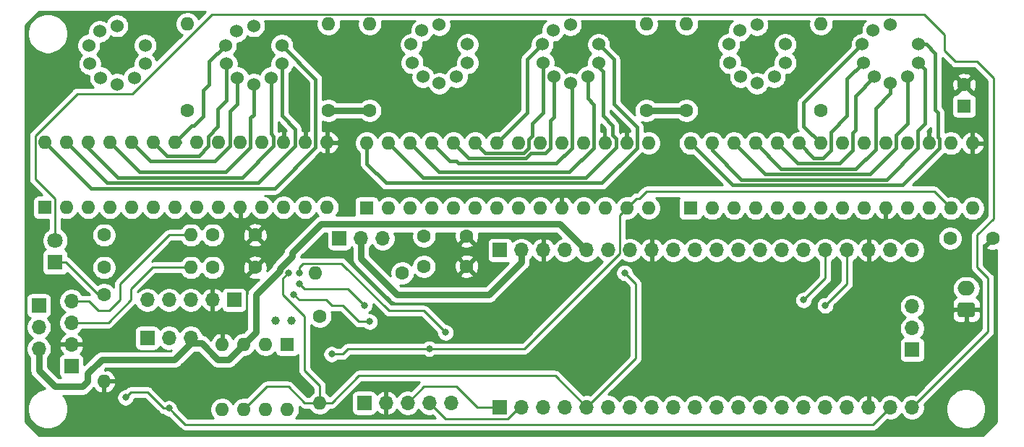
<source format=gbl>
%TF.GenerationSoftware,KiCad,Pcbnew,(5.1.6)-1*%
%TF.CreationDate,2022-10-31T22:29:44+09:00*%
%TF.ProjectId,watch,77617463-682e-46b6-9963-61645f706362,rev?*%
%TF.SameCoordinates,Original*%
%TF.FileFunction,Copper,L2,Bot*%
%TF.FilePolarity,Positive*%
%FSLAX46Y46*%
G04 Gerber Fmt 4.6, Leading zero omitted, Abs format (unit mm)*
G04 Created by KiCad (PCBNEW (5.1.6)-1) date 2022-10-31 22:29:44*
%MOMM*%
%LPD*%
G01*
G04 APERTURE LIST*
%TA.AperFunction,ComponentPad*%
%ADD10C,1.000000*%
%TD*%
%TA.AperFunction,ComponentPad*%
%ADD11O,1.700000X1.700000*%
%TD*%
%TA.AperFunction,ComponentPad*%
%ADD12R,1.700000X1.700000*%
%TD*%
%TA.AperFunction,ComponentPad*%
%ADD13C,1.524000*%
%TD*%
%TA.AperFunction,ComponentPad*%
%ADD14O,1.600000X1.600000*%
%TD*%
%TA.AperFunction,ComponentPad*%
%ADD15R,1.600000X1.600000*%
%TD*%
%TA.AperFunction,ComponentPad*%
%ADD16C,1.600000*%
%TD*%
%TA.AperFunction,ComponentPad*%
%ADD17O,2.000000X1.700000*%
%TD*%
%TA.AperFunction,ComponentPad*%
%ADD18C,1.800000*%
%TD*%
%TA.AperFunction,ComponentPad*%
%ADD19R,1.800000X1.800000*%
%TD*%
%TA.AperFunction,ViaPad*%
%ADD20C,0.800000*%
%TD*%
%TA.AperFunction,Conductor*%
%ADD21C,0.800000*%
%TD*%
%TA.AperFunction,Conductor*%
%ADD22C,0.250000*%
%TD*%
%TA.AperFunction,Conductor*%
%ADD23C,0.400000*%
%TD*%
%TA.AperFunction,Conductor*%
%ADD24C,0.254000*%
%TD*%
G04 APERTURE END LIST*
D10*
%TO.P,Y1,1*%
%TO.N,Net-(U3-Pad1)*%
X51816000Y-56896000D03*
%TO.P,Y1,2*%
%TO.N,Net-(U3-Pad2)*%
X49916000Y-56896000D03*
%TD*%
D11*
%TO.P,J4,5*%
%TO.N,/1PPS*%
X70485000Y-66548000D03*
%TO.P,J4,4*%
%TO.N,/0TXD*%
X67945000Y-66548000D03*
%TO.P,J4,3*%
%TO.N,/0RXD*%
X65405000Y-66548000D03*
%TO.P,J4,2*%
%TO.N,GND*%
X62865000Y-66548000D03*
D12*
%TO.P,J4,1*%
%TO.N,+5V*%
X60325000Y-66548000D03*
%TD*%
D11*
%TO.P,JP2,3*%
%TO.N,+3V3*%
X40005000Y-58928000D03*
%TO.P,JP2,2*%
%TO.N,Net-(J2-Pad1)*%
X37465000Y-58928000D03*
D12*
%TO.P,JP2,1*%
%TO.N,+5V*%
X34925000Y-58928000D03*
%TD*%
D11*
%TO.P,J3,4*%
%TO.N,/I2C1SDA*%
X26035000Y-54610000D03*
%TO.P,J3,3*%
%TO.N,/I2C1SCL*%
X26035000Y-57150000D03*
%TO.P,J3,2*%
%TO.N,GND*%
X26035000Y-59690000D03*
D12*
%TO.P,J3,1*%
%TO.N,Net-(J3-Pad1)*%
X26035000Y-62230000D03*
%TD*%
D13*
%TO.P,U9,9*%
%TO.N,Net-(U6-Pad28)*%
X87757000Y-24511000D03*
%TO.P,U9,8*%
%TO.N,Net-(U6-Pad27)*%
X87757000Y-26670000D03*
%TO.P,U9,7*%
%TO.N,Net-(U6-Pad26)*%
X86487000Y-28321000D03*
%TO.P,U9,6*%
%TO.N,Net-(U6-Pad25)*%
X84455000Y-29083000D03*
%TO.P,U9,5*%
%TO.N,Net-(U6-Pad24)*%
X82550000Y-28321000D03*
%TO.P,U9,4*%
%TO.N,Net-(U6-Pad23)*%
X81280000Y-26670000D03*
%TO.P,U9,3*%
%TO.N,Net-(U6-Pad22)*%
X81153000Y-24511000D03*
%TO.P,U9,2*%
%TO.N,Net-(U6-Pad21)*%
X82423000Y-22860000D03*
%TO.P,U9,1*%
%TO.N,Net-(R10-Pad2)*%
X84455000Y-22225000D03*
%TD*%
D14*
%TO.P,U6,28*%
%TO.N,Net-(U6-Pad28)*%
X60590000Y-36072000D03*
%TO.P,U6,14*%
%TO.N,Net-(U6-Pad14)*%
X93610000Y-43692000D03*
%TO.P,U6,27*%
%TO.N,Net-(U6-Pad27)*%
X63130000Y-36072000D03*
%TO.P,U6,13*%
%TO.N,SDA*%
X91070000Y-43692000D03*
%TO.P,U6,26*%
%TO.N,Net-(U6-Pad26)*%
X65670000Y-36072000D03*
%TO.P,U6,12*%
%TO.N,SCK*%
X88530000Y-43692000D03*
%TO.P,U6,25*%
%TO.N,Net-(U6-Pad25)*%
X68210000Y-36072000D03*
%TO.P,U6,11*%
%TO.N,Net-(U6-Pad11)*%
X85990000Y-43692000D03*
%TO.P,U6,24*%
%TO.N,Net-(U6-Pad24)*%
X70750000Y-36072000D03*
%TO.P,U6,10*%
%TO.N,GND*%
X83450000Y-43692000D03*
%TO.P,U6,23*%
%TO.N,Net-(U6-Pad23)*%
X73290000Y-36072000D03*
%TO.P,U6,9*%
%TO.N,+5V*%
X80910000Y-43692000D03*
%TO.P,U6,22*%
%TO.N,Net-(U6-Pad22)*%
X75830000Y-36072000D03*
%TO.P,U6,8*%
%TO.N,Net-(U6-Pad8)*%
X78370000Y-43692000D03*
%TO.P,U6,21*%
%TO.N,Net-(U6-Pad21)*%
X78370000Y-36072000D03*
%TO.P,U6,7*%
%TO.N,Net-(U6-Pad7)*%
X75830000Y-43692000D03*
%TO.P,U6,20*%
%TO.N,Net-(U6-Pad20)*%
X80910000Y-36072000D03*
%TO.P,U6,6*%
%TO.N,Net-(U6-Pad6)*%
X73290000Y-43692000D03*
%TO.P,U6,19*%
%TO.N,Net-(U6-Pad19)*%
X83450000Y-36072000D03*
%TO.P,U6,5*%
%TO.N,Net-(U6-Pad5)*%
X70750000Y-43692000D03*
%TO.P,U6,18*%
%TO.N,+5V*%
X85990000Y-36072000D03*
%TO.P,U6,4*%
%TO.N,Net-(U6-Pad4)*%
X68210000Y-43692000D03*
%TO.P,U6,17*%
%TO.N,GND*%
X88530000Y-36072000D03*
%TO.P,U6,3*%
%TO.N,Net-(U6-Pad3)*%
X65670000Y-43692000D03*
%TO.P,U6,16*%
%TO.N,GND*%
X91070000Y-36072000D03*
%TO.P,U6,2*%
%TO.N,Net-(U6-Pad2)*%
X63130000Y-43692000D03*
%TO.P,U6,15*%
%TO.N,+5V*%
X93610000Y-36072000D03*
D15*
%TO.P,U6,1*%
%TO.N,Net-(U6-Pad1)*%
X60590000Y-43692000D03*
%TD*%
D13*
%TO.P,U5,9*%
%TO.N,Net-(U2-Pad28)*%
X50673000Y-24638000D03*
%TO.P,U5,8*%
%TO.N,Net-(U2-Pad27)*%
X50673000Y-26797000D03*
%TO.P,U5,7*%
%TO.N,Net-(U2-Pad26)*%
X49403000Y-28448000D03*
%TO.P,U5,6*%
%TO.N,Net-(U2-Pad25)*%
X47371000Y-29210000D03*
%TO.P,U5,5*%
%TO.N,Net-(U2-Pad24)*%
X45466000Y-28448000D03*
%TO.P,U5,4*%
%TO.N,Net-(U2-Pad23)*%
X44196000Y-26797000D03*
%TO.P,U5,3*%
%TO.N,Net-(U2-Pad22)*%
X44069000Y-24638000D03*
%TO.P,U5,2*%
%TO.N,Net-(U2-Pad21)*%
X45339000Y-22987000D03*
%TO.P,U5,1*%
%TO.N,Net-(R8-Pad2)*%
X47371000Y-22352000D03*
%TD*%
%TO.P,U11,9*%
%TO.N,Net-(U11-Pad9)*%
X125222000Y-24511000D03*
%TO.P,U11,8*%
%TO.N,Net-(U11-Pad8)*%
X125222000Y-26670000D03*
%TO.P,U11,7*%
%TO.N,Net-(U11-Pad7)*%
X123952000Y-28321000D03*
%TO.P,U11,6*%
%TO.N,Net-(U11-Pad6)*%
X121920000Y-29083000D03*
%TO.P,U11,5*%
%TO.N,Net-(U11-Pad5)*%
X120015000Y-28321000D03*
%TO.P,U11,4*%
%TO.N,Net-(U11-Pad4)*%
X118745000Y-26670000D03*
%TO.P,U11,3*%
%TO.N,Net-(U11-Pad3)*%
X118618000Y-24511000D03*
%TO.P,U11,2*%
%TO.N,Net-(U11-Pad2)*%
X119888000Y-22860000D03*
%TO.P,U11,1*%
%TO.N,Net-(R12-Pad2)*%
X121920000Y-22225000D03*
%TD*%
%TO.P,U10,9*%
%TO.N,Net-(U10-Pad9)*%
X109600000Y-24511000D03*
%TO.P,U10,8*%
%TO.N,Net-(U10-Pad8)*%
X109600000Y-26670000D03*
%TO.P,U10,7*%
%TO.N,Net-(U10-Pad7)*%
X108330000Y-28321000D03*
%TO.P,U10,6*%
%TO.N,Net-(U10-Pad6)*%
X106298000Y-29083000D03*
%TO.P,U10,5*%
%TO.N,Net-(U10-Pad5)*%
X104393000Y-28321000D03*
%TO.P,U10,4*%
%TO.N,Net-(U10-Pad4)*%
X103123000Y-26670000D03*
%TO.P,U10,3*%
%TO.N,Net-(U10-Pad3)*%
X102996000Y-24511000D03*
%TO.P,U10,2*%
%TO.N,Net-(U10-Pad2)*%
X104266000Y-22860000D03*
%TO.P,U10,1*%
%TO.N,Net-(R11-Pad2)*%
X106298000Y-22225000D03*
%TD*%
%TO.P,U8,9*%
%TO.N,Net-(U6-Pad8)*%
X72412000Y-24509000D03*
%TO.P,U8,8*%
%TO.N,Net-(U6-Pad7)*%
X72412000Y-26668000D03*
%TO.P,U8,7*%
%TO.N,Net-(U6-Pad6)*%
X71142000Y-28319000D03*
%TO.P,U8,6*%
%TO.N,Net-(U6-Pad5)*%
X69110000Y-29081000D03*
%TO.P,U8,5*%
%TO.N,Net-(U6-Pad4)*%
X67205000Y-28319000D03*
%TO.P,U8,4*%
%TO.N,Net-(U6-Pad3)*%
X65935000Y-26668000D03*
%TO.P,U8,3*%
%TO.N,Net-(U6-Pad2)*%
X65808000Y-24509000D03*
%TO.P,U8,2*%
%TO.N,Net-(U6-Pad1)*%
X67078000Y-22858000D03*
%TO.P,U8,1*%
%TO.N,Net-(R9-Pad2)*%
X69110000Y-22223000D03*
%TD*%
D14*
%TO.P,U7,28*%
%TO.N,Net-(U11-Pad9)*%
X98516000Y-36106000D03*
%TO.P,U7,14*%
%TO.N,Net-(U7-Pad14)*%
X131536000Y-43726000D03*
%TO.P,U7,27*%
%TO.N,Net-(U11-Pad8)*%
X101056000Y-36106000D03*
%TO.P,U7,13*%
%TO.N,SDA*%
X128996000Y-43726000D03*
%TO.P,U7,26*%
%TO.N,Net-(U11-Pad7)*%
X103596000Y-36106000D03*
%TO.P,U7,12*%
%TO.N,SCK*%
X126456000Y-43726000D03*
%TO.P,U7,25*%
%TO.N,Net-(U11-Pad6)*%
X106136000Y-36106000D03*
%TO.P,U7,11*%
%TO.N,Net-(U7-Pad11)*%
X123916000Y-43726000D03*
%TO.P,U7,24*%
%TO.N,Net-(U11-Pad5)*%
X108676000Y-36106000D03*
%TO.P,U7,10*%
%TO.N,GND*%
X121376000Y-43726000D03*
%TO.P,U7,23*%
%TO.N,Net-(U11-Pad4)*%
X111216000Y-36106000D03*
%TO.P,U7,9*%
%TO.N,+5V*%
X118836000Y-43726000D03*
%TO.P,U7,22*%
%TO.N,Net-(U11-Pad3)*%
X113756000Y-36106000D03*
%TO.P,U7,8*%
%TO.N,Net-(U10-Pad9)*%
X116296000Y-43726000D03*
%TO.P,U7,21*%
%TO.N,Net-(U11-Pad2)*%
X116296000Y-36106000D03*
%TO.P,U7,7*%
%TO.N,Net-(U10-Pad8)*%
X113756000Y-43726000D03*
%TO.P,U7,20*%
%TO.N,Net-(U7-Pad20)*%
X118836000Y-36106000D03*
%TO.P,U7,6*%
%TO.N,Net-(U10-Pad7)*%
X111216000Y-43726000D03*
%TO.P,U7,19*%
%TO.N,Net-(U7-Pad19)*%
X121376000Y-36106000D03*
%TO.P,U7,5*%
%TO.N,Net-(U10-Pad6)*%
X108676000Y-43726000D03*
%TO.P,U7,18*%
%TO.N,+5V*%
X123916000Y-36106000D03*
%TO.P,U7,4*%
%TO.N,Net-(U10-Pad5)*%
X106136000Y-43726000D03*
%TO.P,U7,17*%
%TO.N,GND*%
X126456000Y-36106000D03*
%TO.P,U7,3*%
%TO.N,Net-(U10-Pad4)*%
X103596000Y-43726000D03*
%TO.P,U7,16*%
%TO.N,+5V*%
X128996000Y-36106000D03*
%TO.P,U7,2*%
%TO.N,Net-(U10-Pad3)*%
X101056000Y-43726000D03*
%TO.P,U7,15*%
%TO.N,GND*%
X131536000Y-36106000D03*
D15*
%TO.P,U7,1*%
%TO.N,Net-(U10-Pad2)*%
X98516000Y-43726000D03*
%TD*%
D13*
%TO.P,U4,9*%
%TO.N,Net-(U2-Pad8)*%
X34671000Y-24638000D03*
%TO.P,U4,8*%
%TO.N,Net-(U2-Pad7)*%
X34671000Y-26797000D03*
%TO.P,U4,7*%
%TO.N,Net-(U2-Pad6)*%
X33401000Y-28448000D03*
%TO.P,U4,6*%
%TO.N,Net-(U2-Pad5)*%
X31369000Y-29210000D03*
%TO.P,U4,5*%
%TO.N,Net-(U2-Pad4)*%
X29464000Y-28448000D03*
%TO.P,U4,4*%
%TO.N,Net-(U2-Pad3)*%
X28194000Y-26797000D03*
%TO.P,U4,3*%
%TO.N,Net-(U2-Pad2)*%
X28067000Y-24638000D03*
%TO.P,U4,2*%
%TO.N,Net-(U2-Pad1)*%
X29337000Y-22987000D03*
%TO.P,U4,1*%
%TO.N,Net-(R7-Pad2)*%
X31369000Y-22352000D03*
%TD*%
D14*
%TO.P,U3,8*%
%TO.N,+5V*%
X51308000Y-67310000D03*
%TO.P,U3,4*%
%TO.N,GND*%
X43688000Y-59690000D03*
%TO.P,U3,7*%
%TO.N,Net-(U3-Pad7)*%
X48768000Y-67310000D03*
%TO.P,U3,3*%
%TO.N,+3V3*%
X46228000Y-59690000D03*
%TO.P,U3,6*%
%TO.N,SCK*%
X46228000Y-67310000D03*
%TO.P,U3,2*%
%TO.N,Net-(U3-Pad2)*%
X48768000Y-59690000D03*
%TO.P,U3,5*%
%TO.N,SDA*%
X43688000Y-67310000D03*
D15*
%TO.P,U3,1*%
%TO.N,Net-(U3-Pad1)*%
X51308000Y-59690000D03*
%TD*%
D14*
%TO.P,U2,28*%
%TO.N,Net-(U2-Pad28)*%
X22946000Y-36012000D03*
%TO.P,U2,14*%
%TO.N,Net-(U2-Pad14)*%
X55966000Y-43632000D03*
%TO.P,U2,27*%
%TO.N,Net-(U2-Pad27)*%
X25486000Y-36012000D03*
%TO.P,U2,13*%
%TO.N,SDA*%
X53426000Y-43632000D03*
%TO.P,U2,26*%
%TO.N,Net-(U2-Pad26)*%
X28026000Y-36012000D03*
%TO.P,U2,12*%
%TO.N,SCK*%
X50886000Y-43632000D03*
%TO.P,U2,25*%
%TO.N,Net-(U2-Pad25)*%
X30566000Y-36012000D03*
%TO.P,U2,11*%
%TO.N,Net-(U2-Pad11)*%
X48346000Y-43632000D03*
%TO.P,U2,24*%
%TO.N,Net-(U2-Pad24)*%
X33106000Y-36012000D03*
%TO.P,U2,10*%
%TO.N,GND*%
X45806000Y-43632000D03*
%TO.P,U2,23*%
%TO.N,Net-(U2-Pad23)*%
X35646000Y-36012000D03*
%TO.P,U2,9*%
%TO.N,+5V*%
X43266000Y-43632000D03*
%TO.P,U2,22*%
%TO.N,Net-(U2-Pad22)*%
X38186000Y-36012000D03*
%TO.P,U2,8*%
%TO.N,Net-(U2-Pad8)*%
X40726000Y-43632000D03*
%TO.P,U2,21*%
%TO.N,Net-(U2-Pad21)*%
X40726000Y-36012000D03*
%TO.P,U2,7*%
%TO.N,Net-(U2-Pad7)*%
X38186000Y-43632000D03*
%TO.P,U2,20*%
%TO.N,Net-(U2-Pad20)*%
X43266000Y-36012000D03*
%TO.P,U2,6*%
%TO.N,Net-(U2-Pad6)*%
X35646000Y-43632000D03*
%TO.P,U2,19*%
%TO.N,Net-(U2-Pad19)*%
X45806000Y-36012000D03*
%TO.P,U2,5*%
%TO.N,Net-(U2-Pad5)*%
X33106000Y-43632000D03*
%TO.P,U2,18*%
%TO.N,+5V*%
X48346000Y-36012000D03*
%TO.P,U2,4*%
%TO.N,Net-(U2-Pad4)*%
X30566000Y-43632000D03*
%TO.P,U2,17*%
%TO.N,GND*%
X50886000Y-36012000D03*
%TO.P,U2,3*%
%TO.N,Net-(U2-Pad3)*%
X28026000Y-43632000D03*
%TO.P,U2,16*%
%TO.N,GND*%
X53426000Y-36012000D03*
%TO.P,U2,2*%
%TO.N,Net-(U2-Pad2)*%
X25486000Y-43632000D03*
%TO.P,U2,15*%
%TO.N,GND*%
X55966000Y-36012000D03*
D15*
%TO.P,U2,1*%
%TO.N,Net-(U2-Pad1)*%
X22946000Y-43632000D03*
%TD*%
D11*
%TO.P,U1,43*%
%TO.N,Net-(U1-Pad43)*%
X124460000Y-55245000D03*
%TO.P,U1,42*%
%TO.N,Net-(U1-Pad42)*%
X124460000Y-57785000D03*
D12*
%TO.P,U1,41*%
%TO.N,Net-(U1-Pad41)*%
X124460000Y-60325000D03*
D11*
%TO.P,U1,2*%
%TO.N,/0TXD*%
X78740000Y-67056000D03*
%TO.P,U1,12*%
%TO.N,/1TXD*%
X104140000Y-67056000D03*
%TO.P,U1,11*%
%TO.N,/1RXD*%
X101600000Y-67056000D03*
%TO.P,U1,7*%
%TO.N,Net-(U1-Pad7)*%
X91440000Y-67056000D03*
%TO.P,U1,6*%
%TO.N,Net-(U1-Pad6)*%
X88900000Y-67056000D03*
%TO.P,U1,14*%
%TO.N,Net-(U1-Pad14)*%
X109220000Y-67056000D03*
%TO.P,U1,10*%
%TO.N,Net-(J2-Pad5)*%
X99060000Y-67056000D03*
%TO.P,U1,5*%
%TO.N,SCK*%
X86360000Y-67056000D03*
%TO.P,U1,9*%
%TO.N,Net-(U1-Pad9)*%
X96520000Y-67056000D03*
%TO.P,U1,17*%
%TO.N,Net-(U1-Pad17)*%
X116840000Y-67056000D03*
%TO.P,U1,13*%
%TO.N,Net-(U1-Pad13)*%
X106680000Y-67056000D03*
%TO.P,U1,8*%
%TO.N,Net-(U1-Pad8)*%
X93980000Y-67056000D03*
%TO.P,U1,19*%
%TO.N,/pullup*%
X121920000Y-67056000D03*
%TO.P,U1,15*%
%TO.N,Net-(U1-Pad15)*%
X111760000Y-67056000D03*
%TO.P,U1,4*%
%TO.N,SDA*%
X83820000Y-67056000D03*
%TO.P,U1,18*%
%TO.N,GND*%
X119380000Y-67056000D03*
%TO.P,U1,20*%
%TO.N,Net-(D1-Pad2)*%
X124460000Y-67056000D03*
%TO.P,U1,16*%
%TO.N,Net-(U1-Pad16)*%
X114300000Y-67056000D03*
%TO.P,U1,3*%
%TO.N,Net-(U1-Pad3)*%
X81280000Y-67056000D03*
D12*
%TO.P,U1,1*%
%TO.N,/0RXD*%
X76200000Y-67056000D03*
D11*
%TO.P,U1,39*%
%TO.N,Net-(JP1-Pad2)*%
X78740000Y-48641000D03*
%TO.P,U1,29*%
%TO.N,Net-(U1-Pad29)*%
X104140000Y-48641000D03*
%TO.P,U1,30*%
%TO.N,Net-(U1-Pad30)*%
X101600000Y-48641000D03*
%TO.P,U1,34*%
%TO.N,Net-(U1-Pad34)*%
X91440000Y-48641000D03*
%TO.P,U1,35*%
%TO.N,Net-(U1-Pad35)*%
X88900000Y-48641000D03*
%TO.P,U1,27*%
%TO.N,Net-(U1-Pad27)*%
X109220000Y-48641000D03*
%TO.P,U1,31*%
%TO.N,Net-(U1-Pad31)*%
X99060000Y-48641000D03*
%TO.P,U1,36*%
%TO.N,+3V3*%
X86360000Y-48641000D03*
%TO.P,U1,32*%
%TO.N,Net-(U1-Pad32)*%
X96520000Y-48641000D03*
%TO.P,U1,24*%
%TO.N,/I2C1SDA*%
X116840000Y-48641000D03*
%TO.P,U1,28*%
%TO.N,Net-(U1-Pad28)*%
X106680000Y-48641000D03*
%TO.P,U1,33*%
%TO.N,GND*%
X93980000Y-48641000D03*
%TO.P,U1,22*%
%TO.N,Net-(U1-Pad22)*%
X121920000Y-48641000D03*
%TO.P,U1,26*%
%TO.N,Net-(U1-Pad26)*%
X111760000Y-48641000D03*
%TO.P,U1,37*%
%TO.N,Net-(U1-Pad37)*%
X83820000Y-48641000D03*
%TO.P,U1,23*%
%TO.N,GND*%
X119380000Y-48641000D03*
%TO.P,U1,21*%
%TO.N,Net-(U1-Pad21)*%
X124460000Y-48641000D03*
%TO.P,U1,25*%
%TO.N,/I2C1SCL*%
X114300000Y-48641000D03*
%TO.P,U1,38*%
%TO.N,GND*%
X81280000Y-48641000D03*
D12*
%TO.P,U1,40*%
%TO.N,Net-(U1-Pad40)*%
X76200000Y-48641000D03*
%TD*%
D14*
%TO.P,R12,2*%
%TO.N,Net-(R12-Pad2)*%
X113792000Y-22098000D03*
D16*
%TO.P,R12,1*%
%TO.N,+5V*%
X113792000Y-32258000D03*
%TD*%
D14*
%TO.P,R11,2*%
%TO.N,Net-(R11-Pad2)*%
X98044000Y-22098000D03*
D16*
%TO.P,R11,1*%
%TO.N,+5V*%
X98044000Y-32258000D03*
%TD*%
D14*
%TO.P,R10,2*%
%TO.N,Net-(R10-Pad2)*%
X93345000Y-22098000D03*
D16*
%TO.P,R10,1*%
%TO.N,+5V*%
X93345000Y-32258000D03*
%TD*%
D14*
%TO.P,R9,2*%
%TO.N,Net-(R9-Pad2)*%
X60960000Y-22098000D03*
D16*
%TO.P,R9,1*%
%TO.N,+5V*%
X60960000Y-32258000D03*
%TD*%
D14*
%TO.P,R8,2*%
%TO.N,Net-(R8-Pad2)*%
X56134000Y-22098000D03*
D16*
%TO.P,R8,1*%
%TO.N,+5V*%
X56134000Y-32258000D03*
%TD*%
D14*
%TO.P,R7,2*%
%TO.N,Net-(R7-Pad2)*%
X39624000Y-22098000D03*
D16*
%TO.P,R7,1*%
%TO.N,+5V*%
X39624000Y-32258000D03*
%TD*%
D14*
%TO.P,R6,2*%
%TO.N,SDA*%
X54610000Y-51308000D03*
D16*
%TO.P,R6,1*%
%TO.N,+5V*%
X64770000Y-51308000D03*
%TD*%
D14*
%TO.P,R5,2*%
%TO.N,/I2C1SDA*%
X40005000Y-46863000D03*
D16*
%TO.P,R5,1*%
%TO.N,+5V*%
X29845000Y-46863000D03*
%TD*%
D14*
%TO.P,R4,2*%
%TO.N,SCK*%
X55118000Y-66548000D03*
D16*
%TO.P,R4,1*%
%TO.N,+5V*%
X55118000Y-56388000D03*
%TD*%
D14*
%TO.P,R3,2*%
%TO.N,/I2C1SCL*%
X40005000Y-50673000D03*
D16*
%TO.P,R3,1*%
%TO.N,+5V*%
X29845000Y-50673000D03*
%TD*%
D14*
%TO.P,R2,2*%
%TO.N,GND*%
X29845000Y-64008000D03*
D16*
%TO.P,R2,1*%
%TO.N,Net-(D1-Pad1)*%
X29845000Y-53848000D03*
%TD*%
D11*
%TO.P,JP3,3*%
%TO.N,+3V3*%
X22225000Y-60198000D03*
%TO.P,JP3,2*%
%TO.N,Net-(J3-Pad1)*%
X22225000Y-57658000D03*
D12*
%TO.P,JP3,1*%
%TO.N,+5V*%
X22225000Y-55118000D03*
%TD*%
%TO.P,JP1,1*%
%TO.N,Net-(JP1-Pad1)*%
X57404000Y-47244000D03*
D11*
%TO.P,JP1,2*%
%TO.N,Net-(JP1-Pad2)*%
X59944000Y-47244000D03*
%TO.P,JP1,3*%
%TO.N,+5V*%
X62484000Y-47244000D03*
%TD*%
%TO.P,J2,5*%
%TO.N,Net-(J2-Pad5)*%
X34925000Y-54483000D03*
%TO.P,J2,4*%
%TO.N,/1TXD*%
X37465000Y-54483000D03*
%TO.P,J2,3*%
%TO.N,/1RXD*%
X40005000Y-54483000D03*
%TO.P,J2,2*%
%TO.N,GND*%
X42545000Y-54483000D03*
D12*
%TO.P,J2,1*%
%TO.N,Net-(J2-Pad1)*%
X45085000Y-54483000D03*
%TD*%
D17*
%TO.P,J1,2*%
%TO.N,+5V*%
X130810000Y-53126000D03*
%TO.P,J1,1*%
%TO.N,GND*%
%TA.AperFunction,ComponentPad*%
G36*
G01*
X131560000Y-56476000D02*
X130060000Y-56476000D01*
G75*
G02*
X129810000Y-56226000I0J250000D01*
G01*
X129810000Y-55026000D01*
G75*
G02*
X130060000Y-54776000I250000J0D01*
G01*
X131560000Y-54776000D01*
G75*
G02*
X131810000Y-55026000I0J-250000D01*
G01*
X131810000Y-56226000D01*
G75*
G02*
X131560000Y-56476000I-250000J0D01*
G01*
G37*
%TD.AperFunction*%
%TD*%
D18*
%TO.P,D1,2*%
%TO.N,Net-(D1-Pad2)*%
X24130000Y-47498000D03*
D19*
%TO.P,D1,1*%
%TO.N,Net-(D1-Pad1)*%
X24130000Y-50038000D03*
%TD*%
D16*
%TO.P,C6,2*%
%TO.N,GND*%
X133905000Y-47244000D03*
%TO.P,C6,1*%
%TO.N,+5V*%
X128905000Y-47244000D03*
%TD*%
%TO.P,C5,2*%
%TO.N,GND*%
X72310000Y-46990000D03*
%TO.P,C5,1*%
%TO.N,+5V*%
X67310000Y-46990000D03*
%TD*%
%TO.P,C4,2*%
%TO.N,GND*%
X72310000Y-50546000D03*
%TO.P,C4,1*%
%TO.N,+5V*%
X67310000Y-50546000D03*
%TD*%
%TO.P,C3,2*%
%TO.N,GND*%
X47545000Y-46863000D03*
%TO.P,C3,1*%
%TO.N,+5V*%
X42545000Y-46863000D03*
%TD*%
%TO.P,C2,2*%
%TO.N,GND*%
X47545000Y-50673000D03*
%TO.P,C2,1*%
%TO.N,+5V*%
X42545000Y-50673000D03*
%TD*%
%TO.P,C1,2*%
%TO.N,GND*%
X130556000Y-29250000D03*
D15*
%TO.P,C1,1*%
%TO.N,+5V*%
X130556000Y-31750000D03*
%TD*%
D20*
%TO.N,Net-(J2-Pad5)*%
X52705000Y-51308000D03*
X69850000Y-58293000D03*
%TO.N,/I2C1SDA*%
X114300000Y-55118000D03*
%TO.N,/I2C1SCL*%
X111760000Y-54483000D03*
%TO.N,SCK*%
X51435000Y-51308000D03*
X90805000Y-51308000D03*
%TO.N,SDA*%
X56515000Y-60833000D03*
X67945000Y-60198000D03*
%TO.N,/pullup*%
X37465000Y-67183000D03*
X32385000Y-65913000D03*
%TO.N,/1TXD*%
X52705000Y-52578000D03*
X60325000Y-55118000D03*
%TO.N,/1RXD*%
X52070000Y-53848000D03*
X60960000Y-57023000D03*
%TD*%
D21*
%TO.N,+5V*%
X98044000Y-32258000D02*
X93345000Y-32258000D01*
X56134000Y-32258000D02*
X60960000Y-32258000D01*
D22*
%TO.N,Net-(D1-Pad2)*%
X133350000Y-58166000D02*
X124460000Y-67056000D01*
X132080000Y-50673000D02*
X133350000Y-51943000D01*
X132080000Y-46863000D02*
X132080000Y-50673000D01*
X133350000Y-51943000D02*
X133350000Y-58166000D01*
X132080000Y-26543000D02*
X133985000Y-28448000D01*
X21820999Y-35202001D02*
X26725999Y-30297001D01*
X133985000Y-44958000D02*
X132080000Y-46863000D01*
X26725999Y-30297001D02*
X33160761Y-30297001D01*
X129540000Y-26543000D02*
X132080000Y-26543000D01*
X21820999Y-40321997D02*
X21820999Y-35202001D01*
X133985000Y-28448000D02*
X133985000Y-44958000D01*
X24130000Y-47498000D02*
X24130000Y-42630998D01*
X128270000Y-23368000D02*
X128270000Y-25273000D01*
X125874999Y-20972999D02*
X128270000Y-23368000D01*
X24130000Y-42630998D02*
X21820999Y-40321997D01*
X33160761Y-30297001D02*
X42484763Y-20972999D01*
X42484763Y-20972999D02*
X125874999Y-20972999D01*
X128270000Y-25273000D02*
X129540000Y-26543000D01*
%TO.N,Net-(D1-Pad1)*%
X24130000Y-50038000D02*
X25400000Y-50038000D01*
X29210000Y-53848000D02*
X29845000Y-53848000D01*
X25400000Y-50038000D02*
X29210000Y-53848000D01*
%TO.N,Net-(J2-Pad5)*%
X69850000Y-58293000D02*
X69850000Y-58293000D01*
X52705000Y-50673000D02*
X53195001Y-50182999D01*
X52705000Y-51308000D02*
X52705000Y-50673000D01*
X67310000Y-55753000D02*
X69850000Y-58293000D01*
X53195001Y-50182999D02*
X57640001Y-50182999D01*
X63210002Y-55753000D02*
X67310000Y-55753000D01*
X57640001Y-50182999D02*
X63210002Y-55753000D01*
%TO.N,/I2C1SDA*%
X37465000Y-46863000D02*
X40005000Y-46863000D01*
X31750000Y-52578000D02*
X37465000Y-46863000D01*
X28067000Y-54610000D02*
X29210000Y-55753000D01*
X30480000Y-55753000D02*
X31750000Y-54483000D01*
X29210000Y-55753000D02*
X30480000Y-55753000D01*
X26035000Y-54610000D02*
X28067000Y-54610000D01*
X31750000Y-54483000D02*
X31750000Y-52578000D01*
D23*
X114300000Y-55118000D02*
X114300000Y-55118000D01*
D22*
X116840000Y-52578000D02*
X116840000Y-48641000D01*
X114300000Y-55118000D02*
X116840000Y-52578000D01*
%TO.N,/I2C1SCL*%
X33020000Y-53213000D02*
X35560000Y-50673000D01*
X35560000Y-50673000D02*
X40005000Y-50673000D01*
X33020000Y-54483000D02*
X33020000Y-53213000D01*
X26035000Y-57150000D02*
X30353000Y-57150000D01*
X30353000Y-57150000D02*
X33020000Y-54483000D01*
D23*
X111760000Y-54483000D02*
X111760000Y-54483000D01*
D22*
X114300000Y-51943000D02*
X111760000Y-54483000D01*
X114300000Y-48641000D02*
X114300000Y-51943000D01*
D21*
%TO.N,Net-(JP1-Pad2)*%
X78740000Y-48641000D02*
X78740000Y-50038000D01*
X78740000Y-50038000D02*
X74930000Y-53848000D01*
X74930000Y-53848000D02*
X64135000Y-53848000D01*
X59944000Y-49657000D02*
X59944000Y-47244000D01*
X64135000Y-53848000D02*
X59944000Y-49657000D01*
%TO.N,+3V3*%
X43180000Y-61468000D02*
X41275000Y-59563000D01*
X41275000Y-59563000D02*
X40005000Y-59563000D01*
X46228000Y-59690000D02*
X44450000Y-61468000D01*
X44450000Y-61468000D02*
X43180000Y-61468000D01*
X22225000Y-62738000D02*
X22225000Y-60198000D01*
X27305000Y-64643000D02*
X24130000Y-64643000D01*
X38100000Y-61468000D02*
X29577002Y-61468000D01*
X24130000Y-64643000D02*
X22225000Y-62738000D01*
X29577002Y-61468000D02*
X27940000Y-63105002D01*
X40005000Y-59563000D02*
X38100000Y-61468000D01*
X27940000Y-64008000D02*
X27305000Y-64643000D01*
X27940000Y-63105002D02*
X27940000Y-64008000D01*
X86233000Y-48641000D02*
X86360000Y-48641000D01*
X83181999Y-45589999D02*
X86233000Y-48641000D01*
X55248001Y-45589999D02*
X83181999Y-45589999D01*
X51859998Y-49403000D02*
X51859998Y-48978002D01*
X50434999Y-51038001D02*
X50434999Y-50827999D01*
X47625000Y-58293000D02*
X47625000Y-53848000D01*
X46228000Y-59690000D02*
X47625000Y-58293000D01*
X47625000Y-53848000D02*
X50434999Y-51038001D01*
X50434999Y-50827999D02*
X51859998Y-49403000D01*
X51859998Y-48978002D02*
X55248001Y-45589999D01*
D22*
%TO.N,SCK*%
X55118000Y-66548000D02*
X55880000Y-66548000D01*
X55118000Y-64516000D02*
X55118000Y-66548000D01*
X50800000Y-53848000D02*
X53340000Y-56388000D01*
X53340000Y-62738000D02*
X55118000Y-64516000D01*
X50800000Y-51943000D02*
X50800000Y-53848000D01*
X51435000Y-51308000D02*
X50800000Y-51943000D01*
X53340000Y-56388000D02*
X53340000Y-62738000D01*
X55118000Y-66548000D02*
X56515000Y-66548000D01*
X82677000Y-63373000D02*
X86360000Y-67056000D01*
X59690000Y-63373000D02*
X82677000Y-63373000D01*
X56515000Y-66548000D02*
X59690000Y-63373000D01*
X92075000Y-61341000D02*
X86360000Y-67056000D01*
X90805000Y-51308000D02*
X92075000Y-52578000D01*
X92075000Y-52578000D02*
X92075000Y-61341000D01*
X55118000Y-66548000D02*
X53340000Y-66548000D01*
X53340000Y-66548000D02*
X51435000Y-64643000D01*
X48895000Y-64643000D02*
X46228000Y-67310000D01*
X51435000Y-64643000D02*
X48895000Y-64643000D01*
%TO.N,SDA*%
X61595000Y-60198000D02*
X58420000Y-60198000D01*
X58420000Y-60198000D02*
X57785000Y-60833000D01*
X57785000Y-60833000D02*
X56515000Y-60833000D01*
X56515000Y-60833000D02*
X56515000Y-60833000D01*
X79082002Y-60198000D02*
X90264999Y-49015003D01*
X90264999Y-44497001D02*
X91070000Y-43692000D01*
X90264999Y-49015003D02*
X90264999Y-44497001D01*
X92195001Y-42566999D02*
X92561001Y-42566999D01*
X91070000Y-43692000D02*
X92195001Y-42566999D01*
X92561001Y-42566999D02*
X93345000Y-41783000D01*
X127053000Y-41783000D02*
X128996000Y-43726000D01*
X93345000Y-41783000D02*
X127053000Y-41783000D01*
X83820000Y-67183000D02*
X83820000Y-67056000D01*
X72390000Y-60198000D02*
X79082002Y-60198000D01*
X61595000Y-60198000D02*
X72390000Y-60198000D01*
%TO.N,/pullup*%
X119888000Y-69088000D02*
X121920000Y-67056000D01*
X45720000Y-69088000D02*
X119888000Y-69088000D01*
X37465000Y-67183000D02*
X38100000Y-67818000D01*
X38100000Y-67818000D02*
X39370000Y-69088000D01*
X39370000Y-69088000D02*
X45720000Y-69088000D01*
X36830000Y-67183000D02*
X37465000Y-67183000D01*
X34925000Y-65278000D02*
X36830000Y-67183000D01*
X32385000Y-65913000D02*
X33020000Y-65278000D01*
X33020000Y-65278000D02*
X34925000Y-65278000D01*
D23*
%TO.N,Net-(U2-Pad28)*%
X28336000Y-41402000D02*
X22946000Y-36012000D01*
X49812002Y-41402000D02*
X28336000Y-41402000D01*
X54626001Y-36588001D02*
X49812002Y-41402000D01*
X50673000Y-24638000D02*
X54626001Y-28591001D01*
X54626001Y-28591001D02*
X54626001Y-36588001D01*
%TO.N,Net-(U2-Pad27)*%
X50673000Y-32893000D02*
X52225999Y-34445999D01*
X50673000Y-26797000D02*
X50673000Y-32893000D01*
X52225999Y-34445999D02*
X52225999Y-36448003D01*
X52225999Y-36448003D02*
X47941993Y-40732009D01*
X30206009Y-40732009D02*
X25486000Y-36012000D01*
X47941993Y-40732009D02*
X30206009Y-40732009D01*
%TO.N,Net-(U2-Pad26)*%
X28026000Y-36662000D02*
X28026000Y-36012000D01*
X31496000Y-40132000D02*
X28026000Y-36662000D01*
X49685999Y-35277001D02*
X49685999Y-36448003D01*
X49685999Y-36448003D02*
X46002002Y-40132000D01*
X46002002Y-40132000D02*
X31496000Y-40132000D01*
X49403000Y-34994002D02*
X49685999Y-35277001D01*
X49403000Y-28448000D02*
X49403000Y-34994002D01*
%TO.N,Net-(U2-Pad25)*%
X34051000Y-39497000D02*
X30566000Y-36012000D01*
X38481000Y-39497000D02*
X34051000Y-39497000D01*
X39017002Y-39497000D02*
X38481000Y-39497000D01*
X47006001Y-36588001D02*
X44097002Y-39497000D01*
X47006001Y-33130999D02*
X47006001Y-36588001D01*
X44097002Y-39497000D02*
X38481000Y-39497000D01*
X47371000Y-29210000D02*
X47371000Y-32766000D01*
X47371000Y-32766000D02*
X47006001Y-33130999D01*
%TO.N,Net-(U2-Pad24)*%
X35286009Y-38192009D02*
X33106000Y-36012000D01*
X45466000Y-31496000D02*
X44605999Y-32356001D01*
X45466000Y-28448000D02*
X45466000Y-31496000D01*
X44605999Y-32356001D02*
X44605999Y-36448003D01*
X44605999Y-36448003D02*
X42861993Y-38192009D01*
X42861993Y-38192009D02*
X35286009Y-38192009D01*
%TO.N,Net-(U2-Pad23)*%
X44196000Y-26797000D02*
X44196000Y-31115000D01*
X42065999Y-36448003D02*
X40922002Y-37592000D01*
X37226000Y-37592000D02*
X35646000Y-36012000D01*
X40922002Y-37592000D02*
X37226000Y-37592000D01*
X42065999Y-36448003D02*
X42065999Y-35277001D01*
X42065999Y-35277001D02*
X43180000Y-34163000D01*
X43180000Y-34163000D02*
X43180000Y-32131000D01*
X43180000Y-32131000D02*
X44196000Y-31115000D01*
%TO.N,Net-(U2-Pad22)*%
X38791000Y-36012000D02*
X38186000Y-36012000D01*
X38186000Y-36012000D02*
X40132000Y-34066000D01*
X40132000Y-34066000D02*
X40356000Y-34066000D01*
X41465989Y-32956011D02*
X41465989Y-29908011D01*
X40356000Y-34066000D02*
X41465989Y-32956011D01*
X41465989Y-29908011D02*
X42164000Y-29210000D01*
X42164000Y-26543000D02*
X44069000Y-24638000D01*
X42164000Y-29210000D02*
X42164000Y-26543000D01*
%TO.N,Net-(U6-Pad28)*%
X62865000Y-40767000D02*
X60590000Y-38492000D01*
X88151002Y-40767000D02*
X62865000Y-40767000D01*
X89535000Y-26289000D02*
X89535000Y-31496000D01*
X87757000Y-24511000D02*
X89535000Y-26289000D01*
X89535000Y-31496000D02*
X92270001Y-34231001D01*
X60590000Y-38492000D02*
X60590000Y-36072000D01*
X92270001Y-34231001D02*
X92270001Y-36648001D01*
X92270001Y-36648001D02*
X88151002Y-40767000D01*
%TO.N,Net-(U6-Pad27)*%
X86246002Y-40132000D02*
X67190000Y-40132000D01*
X89802000Y-36576002D02*
X86246002Y-40132000D01*
X89802000Y-35567998D02*
X89802000Y-36576002D01*
X89408000Y-35173998D02*
X89802000Y-35567998D01*
X89408000Y-34036000D02*
X89408000Y-35173998D01*
X87757000Y-27178000D02*
X88265000Y-27686000D01*
X87757000Y-26670000D02*
X87757000Y-27178000D01*
X88265000Y-27686000D02*
X88265000Y-32893000D01*
X67190000Y-40132000D02*
X63130000Y-36072000D01*
X88265000Y-32893000D02*
X89408000Y-34036000D01*
%TO.N,Net-(U6-Pad26)*%
X69095000Y-39497000D02*
X65670000Y-36072000D01*
X86487000Y-30861000D02*
X87190001Y-31564001D01*
X86487000Y-28321000D02*
X86487000Y-30861000D01*
X84341002Y-39497000D02*
X69095000Y-39497000D01*
X87190001Y-36648001D02*
X84341002Y-39497000D01*
X87190001Y-31564001D02*
X87190001Y-36648001D01*
%TO.N,Net-(U6-Pad25)*%
X70365000Y-38227000D02*
X68210000Y-36072000D01*
X84650001Y-35635997D02*
X84650001Y-36648001D01*
X71365021Y-38472021D02*
X71120000Y-38227000D01*
X71120000Y-38227000D02*
X70485000Y-38227000D01*
X82825981Y-38472021D02*
X71365021Y-38472021D01*
X84650001Y-36648001D02*
X82825981Y-38472021D01*
X84648001Y-35493999D02*
X84648001Y-35633997D01*
X84648001Y-35633997D02*
X84650001Y-35635997D01*
X84648001Y-29276001D02*
X84455000Y-29083000D01*
X84648001Y-35633997D02*
X84648001Y-29276001D01*
%TO.N,Net-(U6-Pad24)*%
X81486001Y-37272001D02*
X79794543Y-37272001D01*
X72550011Y-37872011D02*
X70750000Y-36072000D01*
X79194533Y-37872011D02*
X72550011Y-37872011D01*
X82110001Y-36648001D02*
X81486001Y-37272001D01*
X79794543Y-37272001D02*
X79194533Y-37872011D01*
X82110001Y-36648001D02*
X82110001Y-33459999D01*
X82550000Y-33020000D02*
X82550000Y-28321000D01*
X82110001Y-33459999D02*
X82550000Y-33020000D01*
%TO.N,Net-(U6-Pad23)*%
X79570001Y-36648001D02*
X78946001Y-37272001D01*
X78946001Y-37272001D02*
X74490001Y-37272001D01*
X74490001Y-37272001D02*
X73290000Y-36072000D01*
X81280000Y-26670000D02*
X81280000Y-32512000D01*
X80010000Y-35195998D02*
X79570001Y-35635997D01*
X80010000Y-33782000D02*
X80010000Y-35195998D01*
X79570001Y-35635997D02*
X79570001Y-36648001D01*
X81280000Y-32512000D02*
X80010000Y-33782000D01*
%TO.N,Net-(U6-Pad22)*%
X81153000Y-24511000D02*
X79375000Y-26289000D01*
X77612000Y-34290000D02*
X75830000Y-36072000D01*
X79375000Y-32527000D02*
X77612000Y-34290000D01*
X79375000Y-26289000D02*
X79375000Y-32527000D01*
%TO.N,Net-(U11-Pad7)*%
X123952000Y-31750000D02*
X123952000Y-28321000D01*
X123952000Y-33782000D02*
X123952000Y-31750000D01*
X107241000Y-39751000D02*
X119507002Y-39751000D01*
X103596000Y-36106000D02*
X107241000Y-39751000D01*
X119507002Y-39751000D02*
X122576001Y-36682001D01*
X122576001Y-36682001D02*
X122576001Y-35157999D01*
X122576001Y-35157999D02*
X123952000Y-33782000D01*
%TO.N,Net-(U11-Pad6)*%
X109146000Y-39116000D02*
X106136000Y-36106000D01*
X121920000Y-30226000D02*
X120175999Y-31970001D01*
X120175999Y-36796001D02*
X117856000Y-39116000D01*
X121920000Y-29083000D02*
X121920000Y-30226000D01*
X120175999Y-31970001D02*
X120175999Y-36796001D01*
X117856000Y-39116000D02*
X109146000Y-39116000D01*
%TO.N,Net-(U11-Pad9)*%
X103431000Y-41021000D02*
X98516000Y-36106000D01*
X126111000Y-24511000D02*
X127148001Y-25548001D01*
X125222000Y-24511000D02*
X126111000Y-24511000D01*
X127656001Y-36682001D02*
X123317002Y-41021000D01*
X123317002Y-41021000D02*
X103431000Y-41021000D01*
X127148001Y-25548001D02*
X127148001Y-32152001D01*
X127656001Y-35529999D02*
X127656001Y-36682001D01*
X127508000Y-35381998D02*
X127656001Y-35529999D01*
X127508000Y-32512000D02*
X127508000Y-35381998D01*
X127148001Y-32152001D02*
X127508000Y-32512000D01*
%TO.N,Net-(U11-Pad8)*%
X125984000Y-33782000D02*
X125984000Y-27432000D01*
X101056000Y-36921000D02*
X104486009Y-40351009D01*
X125116001Y-36682001D02*
X125116001Y-34649999D01*
X125984000Y-27432000D02*
X125222000Y-26670000D01*
X101056000Y-36106000D02*
X101056000Y-36921000D01*
X125116001Y-34649999D02*
X125984000Y-33782000D01*
X104486009Y-40351009D02*
X121446993Y-40351009D01*
X121446993Y-40351009D02*
X125116001Y-36682001D01*
%TO.N,Net-(U11-Pad4)*%
X112956000Y-37846000D02*
X111216000Y-36106000D01*
X114046000Y-37846000D02*
X112956000Y-37846000D01*
X116840000Y-28575000D02*
X116840000Y-32893000D01*
X118745000Y-26670000D02*
X116840000Y-28575000D01*
X116840000Y-32893000D02*
X114956001Y-34776999D01*
X114956001Y-34776999D02*
X114956001Y-36935999D01*
X114956001Y-36935999D02*
X114046000Y-37846000D01*
%TO.N,Net-(U11-Pad3)*%
X111760000Y-34110000D02*
X113756000Y-36106000D01*
X118618000Y-24511000D02*
X111760000Y-31369000D01*
X111760000Y-31369000D02*
X111760000Y-34110000D01*
%TO.N,Net-(U11-Pad5)*%
X111051000Y-38481000D02*
X108676000Y-36106000D01*
X115951000Y-38481000D02*
X111051000Y-38481000D01*
X120015000Y-28321000D02*
X117800000Y-30536000D01*
X117496001Y-36935999D02*
X115951000Y-38481000D01*
X117496001Y-34847999D02*
X117496001Y-36935999D01*
X117800000Y-34544000D02*
X117496001Y-34847999D01*
X117800000Y-30536000D02*
X117800000Y-34544000D01*
D22*
%TO.N,/1TXD*%
X52705000Y-52578000D02*
X52705000Y-52578000D01*
X52705000Y-52578000D02*
X53340000Y-53213000D01*
X53340000Y-53213000D02*
X56905320Y-53213000D01*
X56905320Y-53213000D02*
X57785000Y-53213000D01*
X57785000Y-53213000D02*
X58420000Y-53213000D01*
X58420000Y-53213000D02*
X60325000Y-55118000D01*
X60325000Y-55118000D02*
X60325000Y-55118000D01*
%TO.N,/1RXD*%
X52070000Y-53848000D02*
X52070000Y-53848000D01*
X58420000Y-55753000D02*
X58420000Y-55753000D01*
X56515000Y-55118000D02*
X57785000Y-55118000D01*
X57785000Y-55118000D02*
X58420000Y-55753000D01*
X55880000Y-54483000D02*
X56515000Y-55118000D01*
X52070000Y-53848000D02*
X52705000Y-54483000D01*
X52705000Y-54483000D02*
X55880000Y-54483000D01*
X58420000Y-55753000D02*
X59055000Y-56388000D01*
X59055000Y-56388000D02*
X59690000Y-57023000D01*
X59690000Y-57023000D02*
X60960000Y-57023000D01*
X60960000Y-57023000D02*
X60960000Y-57023000D01*
%TO.N,/0TXD*%
X67945000Y-66548000D02*
X69850000Y-68453000D01*
X78485002Y-67056000D02*
X78740000Y-67056000D01*
X77088002Y-68453000D02*
X78485002Y-67056000D01*
X69850000Y-68453000D02*
X77088002Y-68453000D01*
%TO.N,/0RXD*%
X76200000Y-67056000D02*
X73533000Y-67056000D01*
X73533000Y-67056000D02*
X71120000Y-64643000D01*
X67310000Y-64643000D02*
X65405000Y-66548000D01*
X71120000Y-64643000D02*
X67310000Y-64643000D01*
%TD*%
D24*
%TO.N,GND*%
G36*
X40915892Y-21467068D02*
G01*
X40895680Y-21418273D01*
X40738637Y-21183241D01*
X40538759Y-20983363D01*
X40303727Y-20826320D01*
X40042574Y-20718147D01*
X39765335Y-20663000D01*
X39482665Y-20663000D01*
X39205426Y-20718147D01*
X38944273Y-20826320D01*
X38709241Y-20983363D01*
X38509363Y-21183241D01*
X38352320Y-21418273D01*
X38244147Y-21679426D01*
X38189000Y-21956665D01*
X38189000Y-22239335D01*
X38244147Y-22516574D01*
X38352320Y-22777727D01*
X38509363Y-23012759D01*
X38709241Y-23212637D01*
X38944273Y-23369680D01*
X38993069Y-23389892D01*
X36008203Y-26374757D01*
X35909005Y-26135273D01*
X35756120Y-25906465D01*
X35567155Y-25717500D01*
X35756120Y-25528535D01*
X35909005Y-25299727D01*
X36014314Y-25045490D01*
X36068000Y-24775592D01*
X36068000Y-24500408D01*
X36014314Y-24230510D01*
X35909005Y-23976273D01*
X35756120Y-23747465D01*
X35561535Y-23552880D01*
X35332727Y-23399995D01*
X35078490Y-23294686D01*
X34808592Y-23241000D01*
X34533408Y-23241000D01*
X34263510Y-23294686D01*
X34009273Y-23399995D01*
X33780465Y-23552880D01*
X33585880Y-23747465D01*
X33432995Y-23976273D01*
X33327686Y-24230510D01*
X33274000Y-24500408D01*
X33274000Y-24775592D01*
X33327686Y-25045490D01*
X33432995Y-25299727D01*
X33585880Y-25528535D01*
X33774845Y-25717500D01*
X33585880Y-25906465D01*
X33432995Y-26135273D01*
X33327686Y-26389510D01*
X33274000Y-26659408D01*
X33274000Y-26934592D01*
X33297155Y-27051000D01*
X33263408Y-27051000D01*
X32993510Y-27104686D01*
X32739273Y-27209995D01*
X32510465Y-27362880D01*
X32315880Y-27557465D01*
X32162995Y-27786273D01*
X32074070Y-28000956D01*
X32030727Y-27971995D01*
X31776490Y-27866686D01*
X31506592Y-27813000D01*
X31231408Y-27813000D01*
X30961510Y-27866686D01*
X30768439Y-27946659D01*
X30702005Y-27786273D01*
X30549120Y-27557465D01*
X30354535Y-27362880D01*
X30125727Y-27209995D01*
X29871490Y-27104686D01*
X29601592Y-27051000D01*
X29567845Y-27051000D01*
X29591000Y-26934592D01*
X29591000Y-26659408D01*
X29537314Y-26389510D01*
X29432005Y-26135273D01*
X29279120Y-25906465D01*
X29084535Y-25711880D01*
X29015142Y-25665513D01*
X29152120Y-25528535D01*
X29305005Y-25299727D01*
X29410314Y-25045490D01*
X29464000Y-24775592D01*
X29464000Y-24500408D01*
X29440845Y-24384000D01*
X29474592Y-24384000D01*
X29744490Y-24330314D01*
X29998727Y-24225005D01*
X30227535Y-24072120D01*
X30422120Y-23877535D01*
X30575005Y-23648727D01*
X30622728Y-23533514D01*
X30707273Y-23590005D01*
X30961510Y-23695314D01*
X31231408Y-23749000D01*
X31506592Y-23749000D01*
X31776490Y-23695314D01*
X32030727Y-23590005D01*
X32259535Y-23437120D01*
X32454120Y-23242535D01*
X32607005Y-23013727D01*
X32712314Y-22759490D01*
X32766000Y-22489592D01*
X32766000Y-22214408D01*
X32712314Y-21944510D01*
X32607005Y-21690273D01*
X32454120Y-21461465D01*
X32259535Y-21266880D01*
X32030727Y-21113995D01*
X31776490Y-21008686D01*
X31506592Y-20955000D01*
X31231408Y-20955000D01*
X30961510Y-21008686D01*
X30707273Y-21113995D01*
X30478465Y-21266880D01*
X30283880Y-21461465D01*
X30130995Y-21690273D01*
X30083272Y-21805486D01*
X29998727Y-21748995D01*
X29744490Y-21643686D01*
X29474592Y-21590000D01*
X29199408Y-21590000D01*
X28929510Y-21643686D01*
X28675273Y-21748995D01*
X28446465Y-21901880D01*
X28251880Y-22096465D01*
X28098995Y-22325273D01*
X27993686Y-22579510D01*
X27940000Y-22849408D01*
X27940000Y-23124592D01*
X27963155Y-23241000D01*
X27929408Y-23241000D01*
X27659510Y-23294686D01*
X27405273Y-23399995D01*
X27176465Y-23552880D01*
X26981880Y-23747465D01*
X26828995Y-23976273D01*
X26723686Y-24230510D01*
X26670000Y-24500408D01*
X26670000Y-24775592D01*
X26723686Y-25045490D01*
X26828995Y-25299727D01*
X26981880Y-25528535D01*
X27176465Y-25723120D01*
X27245858Y-25769487D01*
X27108880Y-25906465D01*
X26955995Y-26135273D01*
X26850686Y-26389510D01*
X26797000Y-26659408D01*
X26797000Y-26934592D01*
X26850686Y-27204490D01*
X26955995Y-27458727D01*
X27108880Y-27687535D01*
X27303465Y-27882120D01*
X27532273Y-28035005D01*
X27786510Y-28140314D01*
X28056408Y-28194000D01*
X28090155Y-28194000D01*
X28067000Y-28310408D01*
X28067000Y-28585592D01*
X28120686Y-28855490D01*
X28225995Y-29109727D01*
X28378880Y-29338535D01*
X28573465Y-29533120D01*
X28579273Y-29537001D01*
X26763332Y-29537001D01*
X26725999Y-29533324D01*
X26688666Y-29537001D01*
X26577013Y-29547998D01*
X26433752Y-29591455D01*
X26301723Y-29662027D01*
X26185998Y-29757000D01*
X26162200Y-29785998D01*
X21309997Y-34638202D01*
X21280999Y-34662000D01*
X21257201Y-34690998D01*
X21257200Y-34690999D01*
X21186025Y-34777725D01*
X21115453Y-34909755D01*
X21089898Y-34994002D01*
X21071997Y-35053015D01*
X21070800Y-35065172D01*
X21057323Y-35202001D01*
X21061000Y-35239333D01*
X21060999Y-40284674D01*
X21057323Y-40321997D01*
X21060999Y-40359319D01*
X21060999Y-40359329D01*
X21071996Y-40470982D01*
X21103221Y-40573918D01*
X21115453Y-40614243D01*
X21186025Y-40746273D01*
X21225870Y-40794823D01*
X21280998Y-40861998D01*
X21310002Y-40885801D01*
X22618128Y-42193928D01*
X22146000Y-42193928D01*
X22021518Y-42206188D01*
X21901820Y-42242498D01*
X21791506Y-42301463D01*
X21694815Y-42380815D01*
X21615463Y-42477506D01*
X21556498Y-42587820D01*
X21520188Y-42707518D01*
X21507928Y-42832000D01*
X21507928Y-44432000D01*
X21520188Y-44556482D01*
X21556498Y-44676180D01*
X21615463Y-44786494D01*
X21694815Y-44883185D01*
X21791506Y-44962537D01*
X21901820Y-45021502D01*
X22021518Y-45057812D01*
X22146000Y-45070072D01*
X23370000Y-45070072D01*
X23370000Y-46159687D01*
X23151495Y-46305688D01*
X22937688Y-46519495D01*
X22769701Y-46770905D01*
X22653989Y-47050257D01*
X22595000Y-47346816D01*
X22595000Y-47649184D01*
X22653989Y-47945743D01*
X22769701Y-48225095D01*
X22937688Y-48476505D01*
X23004127Y-48542944D01*
X22985820Y-48548498D01*
X22875506Y-48607463D01*
X22778815Y-48686815D01*
X22699463Y-48783506D01*
X22640498Y-48893820D01*
X22604188Y-49013518D01*
X22591928Y-49138000D01*
X22591928Y-50938000D01*
X22604188Y-51062482D01*
X22640498Y-51182180D01*
X22699463Y-51292494D01*
X22778815Y-51389185D01*
X22875506Y-51468537D01*
X22985820Y-51527502D01*
X23105518Y-51563812D01*
X23230000Y-51576072D01*
X25030000Y-51576072D01*
X25154482Y-51563812D01*
X25274180Y-51527502D01*
X25384494Y-51468537D01*
X25481185Y-51389185D01*
X25560537Y-51292494D01*
X25567210Y-51280011D01*
X28140789Y-53853591D01*
X28104333Y-53850000D01*
X28104322Y-53850000D01*
X28067000Y-53846324D01*
X28029678Y-53850000D01*
X27313178Y-53850000D01*
X27188475Y-53663368D01*
X26981632Y-53456525D01*
X26738411Y-53294010D01*
X26468158Y-53182068D01*
X26181260Y-53125000D01*
X25888740Y-53125000D01*
X25601842Y-53182068D01*
X25331589Y-53294010D01*
X25088368Y-53456525D01*
X24881525Y-53663368D01*
X24719010Y-53906589D01*
X24607068Y-54176842D01*
X24550000Y-54463740D01*
X24550000Y-54756260D01*
X24607068Y-55043158D01*
X24719010Y-55313411D01*
X24881525Y-55556632D01*
X25088368Y-55763475D01*
X25262760Y-55880000D01*
X25088368Y-55996525D01*
X24881525Y-56203368D01*
X24719010Y-56446589D01*
X24607068Y-56716842D01*
X24550000Y-57003740D01*
X24550000Y-57296260D01*
X24607068Y-57583158D01*
X24719010Y-57853411D01*
X24881525Y-58096632D01*
X25088368Y-58303475D01*
X25270534Y-58425195D01*
X25153645Y-58494822D01*
X24937412Y-58689731D01*
X24763359Y-58923080D01*
X24638175Y-59185901D01*
X24593524Y-59333110D01*
X24714845Y-59563000D01*
X25908000Y-59563000D01*
X25908000Y-59543000D01*
X26162000Y-59543000D01*
X26162000Y-59563000D01*
X27355155Y-59563000D01*
X27476476Y-59333110D01*
X27431825Y-59185901D01*
X27306641Y-58923080D01*
X27132588Y-58689731D01*
X26916355Y-58494822D01*
X26799466Y-58425195D01*
X26981632Y-58303475D01*
X27188475Y-58096632D01*
X27313178Y-57910000D01*
X30315678Y-57910000D01*
X30353000Y-57913676D01*
X30390322Y-57910000D01*
X30390333Y-57910000D01*
X30501986Y-57899003D01*
X30645247Y-57855546D01*
X30777276Y-57784974D01*
X30893001Y-57690001D01*
X30916804Y-57660997D01*
X33531004Y-55046798D01*
X33546062Y-55034440D01*
X33609010Y-55186411D01*
X33771525Y-55429632D01*
X33978368Y-55636475D01*
X34221589Y-55798990D01*
X34491842Y-55910932D01*
X34778740Y-55968000D01*
X35071260Y-55968000D01*
X35358158Y-55910932D01*
X35628411Y-55798990D01*
X35871632Y-55636475D01*
X36078475Y-55429632D01*
X36195000Y-55255240D01*
X36311525Y-55429632D01*
X36518368Y-55636475D01*
X36761589Y-55798990D01*
X37031842Y-55910932D01*
X37318740Y-55968000D01*
X37611260Y-55968000D01*
X37898158Y-55910932D01*
X38168411Y-55798990D01*
X38411632Y-55636475D01*
X38618475Y-55429632D01*
X38735000Y-55255240D01*
X38851525Y-55429632D01*
X39058368Y-55636475D01*
X39301589Y-55798990D01*
X39571842Y-55910932D01*
X39858740Y-55968000D01*
X40151260Y-55968000D01*
X40438158Y-55910932D01*
X40708411Y-55798990D01*
X40951632Y-55636475D01*
X41158475Y-55429632D01*
X41280195Y-55247466D01*
X41349822Y-55364355D01*
X41544731Y-55580588D01*
X41778080Y-55754641D01*
X42040901Y-55879825D01*
X42188110Y-55924476D01*
X42418000Y-55803155D01*
X42418000Y-54610000D01*
X42398000Y-54610000D01*
X42398000Y-54356000D01*
X42418000Y-54356000D01*
X42418000Y-53162845D01*
X42672000Y-53162845D01*
X42672000Y-54356000D01*
X42692000Y-54356000D01*
X42692000Y-54610000D01*
X42672000Y-54610000D01*
X42672000Y-55803155D01*
X42901890Y-55924476D01*
X43049099Y-55879825D01*
X43311920Y-55754641D01*
X43545269Y-55580588D01*
X43621034Y-55496534D01*
X43645498Y-55577180D01*
X43704463Y-55687494D01*
X43783815Y-55784185D01*
X43880506Y-55863537D01*
X43990820Y-55922502D01*
X44110518Y-55958812D01*
X44235000Y-55971072D01*
X45935000Y-55971072D01*
X46059482Y-55958812D01*
X46179180Y-55922502D01*
X46289494Y-55863537D01*
X46386185Y-55784185D01*
X46465537Y-55687494D01*
X46524502Y-55577180D01*
X46560812Y-55457482D01*
X46573072Y-55333000D01*
X46573072Y-53633000D01*
X46560812Y-53508518D01*
X46524502Y-53388820D01*
X46465537Y-53278506D01*
X46386185Y-53181815D01*
X46289494Y-53102463D01*
X46179180Y-53043498D01*
X46059482Y-53007188D01*
X45935000Y-52994928D01*
X44235000Y-52994928D01*
X44110518Y-53007188D01*
X43990820Y-53043498D01*
X43880506Y-53102463D01*
X43783815Y-53181815D01*
X43704463Y-53278506D01*
X43645498Y-53388820D01*
X43621034Y-53469466D01*
X43545269Y-53385412D01*
X43311920Y-53211359D01*
X43049099Y-53086175D01*
X42901890Y-53041524D01*
X42672000Y-53162845D01*
X42418000Y-53162845D01*
X42188110Y-53041524D01*
X42040901Y-53086175D01*
X41778080Y-53211359D01*
X41544731Y-53385412D01*
X41349822Y-53601645D01*
X41280195Y-53718534D01*
X41158475Y-53536368D01*
X40951632Y-53329525D01*
X40708411Y-53167010D01*
X40438158Y-53055068D01*
X40151260Y-52998000D01*
X39858740Y-52998000D01*
X39571842Y-53055068D01*
X39301589Y-53167010D01*
X39058368Y-53329525D01*
X38851525Y-53536368D01*
X38735000Y-53710760D01*
X38618475Y-53536368D01*
X38411632Y-53329525D01*
X38168411Y-53167010D01*
X37898158Y-53055068D01*
X37611260Y-52998000D01*
X37318740Y-52998000D01*
X37031842Y-53055068D01*
X36761589Y-53167010D01*
X36518368Y-53329525D01*
X36311525Y-53536368D01*
X36195000Y-53710760D01*
X36078475Y-53536368D01*
X35871632Y-53329525D01*
X35628411Y-53167010D01*
X35358158Y-53055068D01*
X35071260Y-52998000D01*
X34778740Y-52998000D01*
X34491842Y-53055068D01*
X34221589Y-53167010D01*
X33978368Y-53329525D01*
X33780000Y-53527893D01*
X33780000Y-53527801D01*
X35874803Y-51433000D01*
X38786957Y-51433000D01*
X38890363Y-51587759D01*
X39090241Y-51787637D01*
X39325273Y-51944680D01*
X39586426Y-52052853D01*
X39863665Y-52108000D01*
X40146335Y-52108000D01*
X40423574Y-52052853D01*
X40684727Y-51944680D01*
X40919759Y-51787637D01*
X41119637Y-51587759D01*
X41275000Y-51355241D01*
X41430363Y-51587759D01*
X41630241Y-51787637D01*
X41865273Y-51944680D01*
X42126426Y-52052853D01*
X42403665Y-52108000D01*
X42686335Y-52108000D01*
X42963574Y-52052853D01*
X43224727Y-51944680D01*
X43459759Y-51787637D01*
X43659637Y-51587759D01*
X43816680Y-51352727D01*
X43924853Y-51091574D01*
X43980000Y-50814335D01*
X43980000Y-50743512D01*
X46104783Y-50743512D01*
X46146213Y-51023130D01*
X46241397Y-51289292D01*
X46308329Y-51414514D01*
X46552298Y-51486097D01*
X47365395Y-50673000D01*
X46552298Y-49859903D01*
X46308329Y-49931486D01*
X46187429Y-50186996D01*
X46118700Y-50461184D01*
X46104783Y-50743512D01*
X43980000Y-50743512D01*
X43980000Y-50531665D01*
X43924853Y-50254426D01*
X43816680Y-49993273D01*
X43659637Y-49758241D01*
X43581694Y-49680298D01*
X46731903Y-49680298D01*
X47545000Y-50493395D01*
X48358097Y-49680298D01*
X48286514Y-49436329D01*
X48031004Y-49315429D01*
X47756816Y-49246700D01*
X47474488Y-49232783D01*
X47194870Y-49274213D01*
X46928708Y-49369397D01*
X46803486Y-49436329D01*
X46731903Y-49680298D01*
X43581694Y-49680298D01*
X43459759Y-49558363D01*
X43224727Y-49401320D01*
X42963574Y-49293147D01*
X42686335Y-49238000D01*
X42403665Y-49238000D01*
X42126426Y-49293147D01*
X41865273Y-49401320D01*
X41630241Y-49558363D01*
X41430363Y-49758241D01*
X41275000Y-49990759D01*
X41119637Y-49758241D01*
X40919759Y-49558363D01*
X40684727Y-49401320D01*
X40423574Y-49293147D01*
X40146335Y-49238000D01*
X39863665Y-49238000D01*
X39586426Y-49293147D01*
X39325273Y-49401320D01*
X39090241Y-49558363D01*
X38890363Y-49758241D01*
X38786957Y-49913000D01*
X35597322Y-49913000D01*
X35559999Y-49909324D01*
X35522676Y-49913000D01*
X35522667Y-49913000D01*
X35486211Y-49916591D01*
X37779802Y-47623000D01*
X38786957Y-47623000D01*
X38890363Y-47777759D01*
X39090241Y-47977637D01*
X39325273Y-48134680D01*
X39586426Y-48242853D01*
X39863665Y-48298000D01*
X40146335Y-48298000D01*
X40423574Y-48242853D01*
X40684727Y-48134680D01*
X40919759Y-47977637D01*
X41119637Y-47777759D01*
X41275000Y-47545241D01*
X41430363Y-47777759D01*
X41630241Y-47977637D01*
X41865273Y-48134680D01*
X42126426Y-48242853D01*
X42403665Y-48298000D01*
X42686335Y-48298000D01*
X42963574Y-48242853D01*
X43224727Y-48134680D01*
X43459759Y-47977637D01*
X43581694Y-47855702D01*
X46731903Y-47855702D01*
X46803486Y-48099671D01*
X47058996Y-48220571D01*
X47333184Y-48289300D01*
X47615512Y-48303217D01*
X47895130Y-48261787D01*
X48161292Y-48166603D01*
X48286514Y-48099671D01*
X48358097Y-47855702D01*
X47545000Y-47042605D01*
X46731903Y-47855702D01*
X43581694Y-47855702D01*
X43659637Y-47777759D01*
X43816680Y-47542727D01*
X43924853Y-47281574D01*
X43980000Y-47004335D01*
X43980000Y-46933512D01*
X46104783Y-46933512D01*
X46146213Y-47213130D01*
X46241397Y-47479292D01*
X46308329Y-47604514D01*
X46552298Y-47676097D01*
X47365395Y-46863000D01*
X47724605Y-46863000D01*
X48537702Y-47676097D01*
X48781671Y-47604514D01*
X48902571Y-47349004D01*
X48971300Y-47074816D01*
X48985217Y-46792488D01*
X48943787Y-46512870D01*
X48848603Y-46246708D01*
X48781671Y-46121486D01*
X48537702Y-46049903D01*
X47724605Y-46863000D01*
X47365395Y-46863000D01*
X46552298Y-46049903D01*
X46308329Y-46121486D01*
X46187429Y-46376996D01*
X46118700Y-46651184D01*
X46104783Y-46933512D01*
X43980000Y-46933512D01*
X43980000Y-46721665D01*
X43924853Y-46444426D01*
X43816680Y-46183273D01*
X43659637Y-45948241D01*
X43581694Y-45870298D01*
X46731903Y-45870298D01*
X47545000Y-46683395D01*
X48358097Y-45870298D01*
X48286514Y-45626329D01*
X48031004Y-45505429D01*
X47756816Y-45436700D01*
X47474488Y-45422783D01*
X47194870Y-45464213D01*
X46928708Y-45559397D01*
X46803486Y-45626329D01*
X46731903Y-45870298D01*
X43581694Y-45870298D01*
X43459759Y-45748363D01*
X43224727Y-45591320D01*
X42963574Y-45483147D01*
X42686335Y-45428000D01*
X42403665Y-45428000D01*
X42126426Y-45483147D01*
X41865273Y-45591320D01*
X41630241Y-45748363D01*
X41430363Y-45948241D01*
X41275000Y-46180759D01*
X41119637Y-45948241D01*
X40919759Y-45748363D01*
X40684727Y-45591320D01*
X40423574Y-45483147D01*
X40146335Y-45428000D01*
X39863665Y-45428000D01*
X39586426Y-45483147D01*
X39325273Y-45591320D01*
X39090241Y-45748363D01*
X38890363Y-45948241D01*
X38786957Y-46103000D01*
X37502333Y-46103000D01*
X37465000Y-46099323D01*
X37427667Y-46103000D01*
X37316014Y-46113997D01*
X37172753Y-46157454D01*
X37040724Y-46228026D01*
X36924999Y-46322999D01*
X36901201Y-46351997D01*
X31238998Y-52014201D01*
X31210000Y-52037999D01*
X31186202Y-52066997D01*
X31186201Y-52066998D01*
X31115026Y-52153724D01*
X31044454Y-52285754D01*
X31019726Y-52367275D01*
X31000998Y-52429014D01*
X30997552Y-52463998D01*
X30986324Y-52578000D01*
X30990001Y-52615332D01*
X30990001Y-52978684D01*
X30959637Y-52933241D01*
X30759759Y-52733363D01*
X30524727Y-52576320D01*
X30263574Y-52468147D01*
X29986335Y-52413000D01*
X29703665Y-52413000D01*
X29426426Y-52468147D01*
X29165273Y-52576320D01*
X29074065Y-52637263D01*
X26968467Y-50531665D01*
X28410000Y-50531665D01*
X28410000Y-50814335D01*
X28465147Y-51091574D01*
X28573320Y-51352727D01*
X28730363Y-51587759D01*
X28930241Y-51787637D01*
X29165273Y-51944680D01*
X29426426Y-52052853D01*
X29703665Y-52108000D01*
X29986335Y-52108000D01*
X30263574Y-52052853D01*
X30524727Y-51944680D01*
X30759759Y-51787637D01*
X30959637Y-51587759D01*
X31116680Y-51352727D01*
X31224853Y-51091574D01*
X31280000Y-50814335D01*
X31280000Y-50531665D01*
X31224853Y-50254426D01*
X31116680Y-49993273D01*
X30959637Y-49758241D01*
X30759759Y-49558363D01*
X30524727Y-49401320D01*
X30263574Y-49293147D01*
X29986335Y-49238000D01*
X29703665Y-49238000D01*
X29426426Y-49293147D01*
X29165273Y-49401320D01*
X28930241Y-49558363D01*
X28730363Y-49758241D01*
X28573320Y-49993273D01*
X28465147Y-50254426D01*
X28410000Y-50531665D01*
X26968467Y-50531665D01*
X25963804Y-49527003D01*
X25940001Y-49497999D01*
X25824276Y-49403026D01*
X25692247Y-49332454D01*
X25668072Y-49325121D01*
X25668072Y-49138000D01*
X25655812Y-49013518D01*
X25619502Y-48893820D01*
X25560537Y-48783506D01*
X25481185Y-48686815D01*
X25384494Y-48607463D01*
X25274180Y-48548498D01*
X25255873Y-48542944D01*
X25322312Y-48476505D01*
X25490299Y-48225095D01*
X25606011Y-47945743D01*
X25665000Y-47649184D01*
X25665000Y-47346816D01*
X25606011Y-47050257D01*
X25490299Y-46770905D01*
X25457398Y-46721665D01*
X28410000Y-46721665D01*
X28410000Y-47004335D01*
X28465147Y-47281574D01*
X28573320Y-47542727D01*
X28730363Y-47777759D01*
X28930241Y-47977637D01*
X29165273Y-48134680D01*
X29426426Y-48242853D01*
X29703665Y-48298000D01*
X29986335Y-48298000D01*
X30263574Y-48242853D01*
X30524727Y-48134680D01*
X30759759Y-47977637D01*
X30959637Y-47777759D01*
X31116680Y-47542727D01*
X31224853Y-47281574D01*
X31280000Y-47004335D01*
X31280000Y-46721665D01*
X31224853Y-46444426D01*
X31116680Y-46183273D01*
X30959637Y-45948241D01*
X30759759Y-45748363D01*
X30524727Y-45591320D01*
X30263574Y-45483147D01*
X29986335Y-45428000D01*
X29703665Y-45428000D01*
X29426426Y-45483147D01*
X29165273Y-45591320D01*
X28930241Y-45748363D01*
X28730363Y-45948241D01*
X28573320Y-46183273D01*
X28465147Y-46444426D01*
X28410000Y-46721665D01*
X25457398Y-46721665D01*
X25322312Y-46519495D01*
X25108505Y-46305688D01*
X24890000Y-46159687D01*
X24890000Y-44938361D01*
X25067426Y-45011853D01*
X25344665Y-45067000D01*
X25627335Y-45067000D01*
X25904574Y-45011853D01*
X26165727Y-44903680D01*
X26400759Y-44746637D01*
X26600637Y-44546759D01*
X26756000Y-44314241D01*
X26911363Y-44546759D01*
X27111241Y-44746637D01*
X27346273Y-44903680D01*
X27607426Y-45011853D01*
X27884665Y-45067000D01*
X28167335Y-45067000D01*
X28444574Y-45011853D01*
X28705727Y-44903680D01*
X28940759Y-44746637D01*
X29140637Y-44546759D01*
X29296000Y-44314241D01*
X29451363Y-44546759D01*
X29651241Y-44746637D01*
X29886273Y-44903680D01*
X30147426Y-45011853D01*
X30424665Y-45067000D01*
X30707335Y-45067000D01*
X30984574Y-45011853D01*
X31245727Y-44903680D01*
X31480759Y-44746637D01*
X31680637Y-44546759D01*
X31836000Y-44314241D01*
X31991363Y-44546759D01*
X32191241Y-44746637D01*
X32426273Y-44903680D01*
X32687426Y-45011853D01*
X32964665Y-45067000D01*
X33247335Y-45067000D01*
X33524574Y-45011853D01*
X33785727Y-44903680D01*
X34020759Y-44746637D01*
X34220637Y-44546759D01*
X34376000Y-44314241D01*
X34531363Y-44546759D01*
X34731241Y-44746637D01*
X34966273Y-44903680D01*
X35227426Y-45011853D01*
X35504665Y-45067000D01*
X35787335Y-45067000D01*
X36064574Y-45011853D01*
X36325727Y-44903680D01*
X36560759Y-44746637D01*
X36760637Y-44546759D01*
X36916000Y-44314241D01*
X37071363Y-44546759D01*
X37271241Y-44746637D01*
X37506273Y-44903680D01*
X37767426Y-45011853D01*
X38044665Y-45067000D01*
X38327335Y-45067000D01*
X38604574Y-45011853D01*
X38865727Y-44903680D01*
X39100759Y-44746637D01*
X39300637Y-44546759D01*
X39456000Y-44314241D01*
X39611363Y-44546759D01*
X39811241Y-44746637D01*
X40046273Y-44903680D01*
X40307426Y-45011853D01*
X40584665Y-45067000D01*
X40867335Y-45067000D01*
X41144574Y-45011853D01*
X41405727Y-44903680D01*
X41640759Y-44746637D01*
X41840637Y-44546759D01*
X41996000Y-44314241D01*
X42151363Y-44546759D01*
X42351241Y-44746637D01*
X42586273Y-44903680D01*
X42847426Y-45011853D01*
X43124665Y-45067000D01*
X43407335Y-45067000D01*
X43684574Y-45011853D01*
X43945727Y-44903680D01*
X44180759Y-44746637D01*
X44380637Y-44546759D01*
X44537680Y-44311727D01*
X44542067Y-44301135D01*
X44653615Y-44487131D01*
X44842586Y-44695519D01*
X45068580Y-44863037D01*
X45322913Y-44983246D01*
X45456961Y-45023904D01*
X45679000Y-44901915D01*
X45679000Y-43759000D01*
X45659000Y-43759000D01*
X45659000Y-43505000D01*
X45679000Y-43505000D01*
X45679000Y-43485000D01*
X45933000Y-43485000D01*
X45933000Y-43505000D01*
X45953000Y-43505000D01*
X45953000Y-43759000D01*
X45933000Y-43759000D01*
X45933000Y-44901915D01*
X46155039Y-45023904D01*
X46289087Y-44983246D01*
X46543420Y-44863037D01*
X46769414Y-44695519D01*
X46958385Y-44487131D01*
X47069933Y-44301135D01*
X47074320Y-44311727D01*
X47231363Y-44546759D01*
X47431241Y-44746637D01*
X47666273Y-44903680D01*
X47927426Y-45011853D01*
X48204665Y-45067000D01*
X48487335Y-45067000D01*
X48764574Y-45011853D01*
X49025727Y-44903680D01*
X49260759Y-44746637D01*
X49460637Y-44546759D01*
X49616000Y-44314241D01*
X49771363Y-44546759D01*
X49971241Y-44746637D01*
X50206273Y-44903680D01*
X50467426Y-45011853D01*
X50744665Y-45067000D01*
X51027335Y-45067000D01*
X51304574Y-45011853D01*
X51565727Y-44903680D01*
X51800759Y-44746637D01*
X52000637Y-44546759D01*
X52156000Y-44314241D01*
X52311363Y-44546759D01*
X52511241Y-44746637D01*
X52746273Y-44903680D01*
X53007426Y-45011853D01*
X53284665Y-45067000D01*
X53567335Y-45067000D01*
X53844574Y-45011853D01*
X54105727Y-44903680D01*
X54340759Y-44746637D01*
X54540637Y-44546759D01*
X54696000Y-44314241D01*
X54851363Y-44546759D01*
X54914269Y-44609665D01*
X54850008Y-44629158D01*
X54818525Y-44645986D01*
X54670203Y-44725265D01*
X54591910Y-44789519D01*
X54512605Y-44854603D01*
X54480198Y-44894091D01*
X51164090Y-48210200D01*
X51124603Y-48242606D01*
X51092196Y-48282094D01*
X51092195Y-48282095D01*
X50995264Y-48400205D01*
X50968005Y-48451204D01*
X50899157Y-48580009D01*
X50839974Y-48775107D01*
X50824998Y-48927164D01*
X50824998Y-48927174D01*
X50819992Y-48978002D01*
X50820108Y-48979179D01*
X49739095Y-50060193D01*
X49699603Y-50092603D01*
X49570265Y-50250202D01*
X49474158Y-50430006D01*
X49428382Y-50580907D01*
X48920061Y-51089228D01*
X48971300Y-50884816D01*
X48985217Y-50602488D01*
X48943787Y-50322870D01*
X48848603Y-50056708D01*
X48781671Y-49931486D01*
X48537702Y-49859903D01*
X47724605Y-50673000D01*
X47738748Y-50687143D01*
X47559143Y-50866748D01*
X47545000Y-50852605D01*
X46731903Y-51665702D01*
X46803486Y-51909671D01*
X47058996Y-52030571D01*
X47333184Y-52099300D01*
X47615512Y-52113217D01*
X47895130Y-52071787D01*
X47961092Y-52048198D01*
X46929092Y-53080198D01*
X46889605Y-53112604D01*
X46857198Y-53152092D01*
X46857197Y-53152093D01*
X46760266Y-53270203D01*
X46664160Y-53450007D01*
X46604977Y-53645105D01*
X46584994Y-53848000D01*
X46590001Y-53898838D01*
X46590000Y-57864289D01*
X46199289Y-58255000D01*
X46086665Y-58255000D01*
X45809426Y-58310147D01*
X45548273Y-58418320D01*
X45313241Y-58575363D01*
X45113363Y-58775241D01*
X44956320Y-59010273D01*
X44951933Y-59020865D01*
X44840385Y-58834869D01*
X44651414Y-58626481D01*
X44425420Y-58458963D01*
X44171087Y-58338754D01*
X44037039Y-58298096D01*
X43815000Y-58420085D01*
X43815000Y-59563000D01*
X43835000Y-59563000D01*
X43835000Y-59817000D01*
X43815000Y-59817000D01*
X43815000Y-59837000D01*
X43561000Y-59837000D01*
X43561000Y-59817000D01*
X43541000Y-59817000D01*
X43541000Y-59563000D01*
X43561000Y-59563000D01*
X43561000Y-58420085D01*
X43338961Y-58298096D01*
X43204913Y-58338754D01*
X42950580Y-58458963D01*
X42724586Y-58626481D01*
X42535615Y-58834869D01*
X42390930Y-59076119D01*
X42354252Y-59178542D01*
X42042807Y-58867097D01*
X42010396Y-58827604D01*
X41852797Y-58698266D01*
X41672993Y-58602159D01*
X41477895Y-58542976D01*
X41441799Y-58539421D01*
X41432932Y-58494842D01*
X41320990Y-58224589D01*
X41158475Y-57981368D01*
X40951632Y-57774525D01*
X40708411Y-57612010D01*
X40438158Y-57500068D01*
X40151260Y-57443000D01*
X39858740Y-57443000D01*
X39571842Y-57500068D01*
X39301589Y-57612010D01*
X39058368Y-57774525D01*
X38851525Y-57981368D01*
X38735000Y-58155760D01*
X38618475Y-57981368D01*
X38411632Y-57774525D01*
X38168411Y-57612010D01*
X37898158Y-57500068D01*
X37611260Y-57443000D01*
X37318740Y-57443000D01*
X37031842Y-57500068D01*
X36761589Y-57612010D01*
X36518368Y-57774525D01*
X36386513Y-57906380D01*
X36364502Y-57833820D01*
X36305537Y-57723506D01*
X36226185Y-57626815D01*
X36129494Y-57547463D01*
X36019180Y-57488498D01*
X35899482Y-57452188D01*
X35775000Y-57439928D01*
X34075000Y-57439928D01*
X33950518Y-57452188D01*
X33830820Y-57488498D01*
X33720506Y-57547463D01*
X33623815Y-57626815D01*
X33544463Y-57723506D01*
X33485498Y-57833820D01*
X33449188Y-57953518D01*
X33436928Y-58078000D01*
X33436928Y-59778000D01*
X33449188Y-59902482D01*
X33485498Y-60022180D01*
X33544463Y-60132494D01*
X33623815Y-60229185D01*
X33720506Y-60308537D01*
X33830820Y-60367502D01*
X33950518Y-60403812D01*
X34075000Y-60416072D01*
X35775000Y-60416072D01*
X35899482Y-60403812D01*
X36019180Y-60367502D01*
X36129494Y-60308537D01*
X36226185Y-60229185D01*
X36305537Y-60132494D01*
X36364502Y-60022180D01*
X36386513Y-59949620D01*
X36518368Y-60081475D01*
X36761589Y-60243990D01*
X37031842Y-60355932D01*
X37318740Y-60413000D01*
X37611260Y-60413000D01*
X37711162Y-60393128D01*
X37671290Y-60433000D01*
X29627829Y-60433000D01*
X29577001Y-60427994D01*
X29526173Y-60433000D01*
X29526164Y-60433000D01*
X29374107Y-60447976D01*
X29179009Y-60507159D01*
X29134215Y-60531102D01*
X28999204Y-60603266D01*
X28900813Y-60684014D01*
X28841606Y-60732604D01*
X28809199Y-60772092D01*
X27523072Y-62058220D01*
X27523072Y-61380000D01*
X27510812Y-61255518D01*
X27474502Y-61135820D01*
X27415537Y-61025506D01*
X27336185Y-60928815D01*
X27239494Y-60849463D01*
X27129180Y-60790498D01*
X27048534Y-60766034D01*
X27132588Y-60690269D01*
X27306641Y-60456920D01*
X27431825Y-60194099D01*
X27476476Y-60046890D01*
X27355155Y-59817000D01*
X26162000Y-59817000D01*
X26162000Y-59837000D01*
X25908000Y-59837000D01*
X25908000Y-59817000D01*
X24714845Y-59817000D01*
X24593524Y-60046890D01*
X24638175Y-60194099D01*
X24763359Y-60456920D01*
X24937412Y-60690269D01*
X25021466Y-60766034D01*
X24940820Y-60790498D01*
X24830506Y-60849463D01*
X24733815Y-60928815D01*
X24654463Y-61025506D01*
X24595498Y-61135820D01*
X24559188Y-61255518D01*
X24546928Y-61380000D01*
X24546928Y-63080000D01*
X24559188Y-63204482D01*
X24595498Y-63324180D01*
X24654463Y-63434494D01*
X24733815Y-63531185D01*
X24827415Y-63608000D01*
X24558711Y-63608000D01*
X23260000Y-62309290D01*
X23260000Y-61263107D01*
X23378475Y-61144632D01*
X23540990Y-60901411D01*
X23652932Y-60631158D01*
X23710000Y-60344260D01*
X23710000Y-60051740D01*
X23652932Y-59764842D01*
X23540990Y-59494589D01*
X23378475Y-59251368D01*
X23171632Y-59044525D01*
X22997240Y-58928000D01*
X23171632Y-58811475D01*
X23378475Y-58604632D01*
X23540990Y-58361411D01*
X23652932Y-58091158D01*
X23710000Y-57804260D01*
X23710000Y-57511740D01*
X23652932Y-57224842D01*
X23540990Y-56954589D01*
X23378475Y-56711368D01*
X23246620Y-56579513D01*
X23319180Y-56557502D01*
X23429494Y-56498537D01*
X23526185Y-56419185D01*
X23605537Y-56322494D01*
X23664502Y-56212180D01*
X23700812Y-56092482D01*
X23713072Y-55968000D01*
X23713072Y-54268000D01*
X23700812Y-54143518D01*
X23664502Y-54023820D01*
X23605537Y-53913506D01*
X23526185Y-53816815D01*
X23429494Y-53737463D01*
X23319180Y-53678498D01*
X23199482Y-53642188D01*
X23075000Y-53629928D01*
X21375000Y-53629928D01*
X21250518Y-53642188D01*
X21130820Y-53678498D01*
X21020506Y-53737463D01*
X20923815Y-53816815D01*
X20844463Y-53913506D01*
X20785498Y-54023820D01*
X20749188Y-54143518D01*
X20736928Y-54268000D01*
X20736928Y-55968000D01*
X20749188Y-56092482D01*
X20785498Y-56212180D01*
X20844463Y-56322494D01*
X20923815Y-56419185D01*
X21020506Y-56498537D01*
X21130820Y-56557502D01*
X21203380Y-56579513D01*
X21071525Y-56711368D01*
X20909010Y-56954589D01*
X20797068Y-57224842D01*
X20740000Y-57511740D01*
X20740000Y-57804260D01*
X20797068Y-58091158D01*
X20909010Y-58361411D01*
X21071525Y-58604632D01*
X21278368Y-58811475D01*
X21452760Y-58928000D01*
X21278368Y-59044525D01*
X21071525Y-59251368D01*
X20909010Y-59494589D01*
X20797068Y-59764842D01*
X20740000Y-60051740D01*
X20740000Y-60344260D01*
X20797068Y-60631158D01*
X20909010Y-60901411D01*
X21071525Y-61144632D01*
X21190001Y-61263108D01*
X21190000Y-62687172D01*
X21184994Y-62738000D01*
X21190000Y-62788828D01*
X21190000Y-62788837D01*
X21204976Y-62940894D01*
X21264159Y-63135992D01*
X21360266Y-63315797D01*
X21489604Y-63473396D01*
X21529097Y-63505807D01*
X22923326Y-64900037D01*
X22559122Y-64972482D01*
X22128076Y-65151027D01*
X21740144Y-65410235D01*
X21410235Y-65740144D01*
X21151027Y-66128076D01*
X20972482Y-66559122D01*
X20881460Y-67016719D01*
X20881460Y-67483281D01*
X20972482Y-67940878D01*
X21151027Y-68371924D01*
X21410235Y-68759856D01*
X21740144Y-69089765D01*
X22128076Y-69348973D01*
X22559122Y-69527518D01*
X23016719Y-69618540D01*
X23483281Y-69618540D01*
X23940878Y-69527518D01*
X24371924Y-69348973D01*
X24759856Y-69089765D01*
X25089765Y-68759856D01*
X25348973Y-68371924D01*
X25527518Y-67940878D01*
X25618540Y-67483281D01*
X25618540Y-67016719D01*
X25527518Y-66559122D01*
X25348973Y-66128076D01*
X25089765Y-65740144D01*
X25027621Y-65678000D01*
X27254172Y-65678000D01*
X27305000Y-65683006D01*
X27355828Y-65678000D01*
X27355838Y-65678000D01*
X27507895Y-65663024D01*
X27702993Y-65603841D01*
X27882797Y-65507734D01*
X28040396Y-65378396D01*
X28072807Y-65338903D01*
X28635903Y-64775807D01*
X28638812Y-64773419D01*
X28692615Y-64863131D01*
X28881586Y-65071519D01*
X29107580Y-65239037D01*
X29361913Y-65359246D01*
X29495961Y-65399904D01*
X29718000Y-65277915D01*
X29718000Y-64135000D01*
X29972000Y-64135000D01*
X29972000Y-65277915D01*
X30194039Y-65399904D01*
X30328087Y-65359246D01*
X30582420Y-65239037D01*
X30808414Y-65071519D01*
X30997385Y-64863131D01*
X31142070Y-64621881D01*
X31236909Y-64357040D01*
X31115624Y-64135000D01*
X29972000Y-64135000D01*
X29718000Y-64135000D01*
X29698000Y-64135000D01*
X29698000Y-63881000D01*
X29718000Y-63881000D01*
X29718000Y-63861000D01*
X29972000Y-63861000D01*
X29972000Y-63881000D01*
X31115624Y-63881000D01*
X31236909Y-63658960D01*
X31142070Y-63394119D01*
X30997385Y-63152869D01*
X30808414Y-62944481D01*
X30582420Y-62776963D01*
X30328087Y-62656754D01*
X30194039Y-62616096D01*
X29972002Y-62738084D01*
X29972002Y-62573000D01*
X29935713Y-62573000D01*
X30005713Y-62503000D01*
X38049172Y-62503000D01*
X38100000Y-62508006D01*
X38150828Y-62503000D01*
X38150838Y-62503000D01*
X38302895Y-62488024D01*
X38497993Y-62428841D01*
X38677797Y-62332734D01*
X38835396Y-62203396D01*
X38867807Y-62163903D01*
X40433711Y-60598000D01*
X40846290Y-60598000D01*
X42412197Y-62163908D01*
X42444604Y-62203396D01*
X42484092Y-62235803D01*
X42602202Y-62332734D01*
X42671186Y-62369606D01*
X42782007Y-62428841D01*
X42977105Y-62488024D01*
X43129162Y-62503000D01*
X43129165Y-62503000D01*
X43180000Y-62508007D01*
X43230835Y-62503000D01*
X44399172Y-62503000D01*
X44450000Y-62508006D01*
X44500828Y-62503000D01*
X44500838Y-62503000D01*
X44652895Y-62488024D01*
X44847993Y-62428841D01*
X45027797Y-62332734D01*
X45185396Y-62203396D01*
X45217807Y-62163903D01*
X46256711Y-61125000D01*
X46369335Y-61125000D01*
X46646574Y-61069853D01*
X46907727Y-60961680D01*
X47142759Y-60804637D01*
X47342637Y-60604759D01*
X47498000Y-60372241D01*
X47653363Y-60604759D01*
X47853241Y-60804637D01*
X48088273Y-60961680D01*
X48349426Y-61069853D01*
X48626665Y-61125000D01*
X48909335Y-61125000D01*
X49186574Y-61069853D01*
X49447727Y-60961680D01*
X49682759Y-60804637D01*
X49881357Y-60606039D01*
X49882188Y-60614482D01*
X49918498Y-60734180D01*
X49977463Y-60844494D01*
X50056815Y-60941185D01*
X50153506Y-61020537D01*
X50263820Y-61079502D01*
X50383518Y-61115812D01*
X50508000Y-61128072D01*
X52108000Y-61128072D01*
X52232482Y-61115812D01*
X52352180Y-61079502D01*
X52462494Y-61020537D01*
X52559185Y-60941185D01*
X52580001Y-60915821D01*
X52580001Y-62700668D01*
X52576324Y-62738000D01*
X52590998Y-62886985D01*
X52634454Y-63030246D01*
X52705026Y-63162276D01*
X52768975Y-63240197D01*
X52800000Y-63278001D01*
X52828998Y-63301799D01*
X54358000Y-64830802D01*
X54358000Y-65329956D01*
X54203241Y-65433363D01*
X54003363Y-65633241D01*
X53899957Y-65788000D01*
X53654802Y-65788000D01*
X51998804Y-64132003D01*
X51975001Y-64102999D01*
X51859276Y-64008026D01*
X51727247Y-63937454D01*
X51583986Y-63893997D01*
X51472333Y-63883000D01*
X51472322Y-63883000D01*
X51435000Y-63879324D01*
X51397678Y-63883000D01*
X48932333Y-63883000D01*
X48895000Y-63879323D01*
X48857667Y-63883000D01*
X48746014Y-63893997D01*
X48602753Y-63937454D01*
X48470724Y-64008026D01*
X48354999Y-64102999D01*
X48331201Y-64131997D01*
X46551886Y-65911312D01*
X46369335Y-65875000D01*
X46086665Y-65875000D01*
X45809426Y-65930147D01*
X45548273Y-66038320D01*
X45313241Y-66195363D01*
X45113363Y-66395241D01*
X44958000Y-66627759D01*
X44802637Y-66395241D01*
X44602759Y-66195363D01*
X44367727Y-66038320D01*
X44106574Y-65930147D01*
X43829335Y-65875000D01*
X43546665Y-65875000D01*
X43269426Y-65930147D01*
X43008273Y-66038320D01*
X42773241Y-66195363D01*
X42573363Y-66395241D01*
X42416320Y-66630273D01*
X42308147Y-66891426D01*
X42253000Y-67168665D01*
X42253000Y-67451335D01*
X42308147Y-67728574D01*
X42416320Y-67989727D01*
X42573363Y-68224759D01*
X42676604Y-68328000D01*
X39684802Y-68328000D01*
X38663803Y-67307002D01*
X38663799Y-67306997D01*
X38500000Y-67143198D01*
X38500000Y-67081061D01*
X38460226Y-66881102D01*
X38382205Y-66692744D01*
X38268937Y-66523226D01*
X38124774Y-66379063D01*
X37955256Y-66265795D01*
X37766898Y-66187774D01*
X37566939Y-66148000D01*
X37363061Y-66148000D01*
X37163102Y-66187774D01*
X36983832Y-66262030D01*
X35488804Y-64767003D01*
X35465001Y-64737999D01*
X35349276Y-64643026D01*
X35217247Y-64572454D01*
X35073986Y-64528997D01*
X34962333Y-64518000D01*
X34962322Y-64518000D01*
X34925000Y-64514324D01*
X34887678Y-64518000D01*
X33057333Y-64518000D01*
X33020000Y-64514323D01*
X32982667Y-64518000D01*
X32871014Y-64528997D01*
X32727753Y-64572454D01*
X32595724Y-64643026D01*
X32479999Y-64737999D01*
X32456200Y-64766998D01*
X32345198Y-64878000D01*
X32283061Y-64878000D01*
X32083102Y-64917774D01*
X31894744Y-64995795D01*
X31725226Y-65109063D01*
X31581063Y-65253226D01*
X31467795Y-65422744D01*
X31389774Y-65611102D01*
X31350000Y-65811061D01*
X31350000Y-66014939D01*
X31389774Y-66214898D01*
X31467795Y-66403256D01*
X31581063Y-66572774D01*
X31725226Y-66716937D01*
X31894744Y-66830205D01*
X32083102Y-66908226D01*
X32283061Y-66948000D01*
X32486939Y-66948000D01*
X32686898Y-66908226D01*
X32875256Y-66830205D01*
X33044774Y-66716937D01*
X33188937Y-66572774D01*
X33302205Y-66403256D01*
X33380226Y-66214898D01*
X33415413Y-66038000D01*
X34610199Y-66038000D01*
X36266200Y-67694002D01*
X36289999Y-67723001D01*
X36405724Y-67817974D01*
X36537753Y-67888546D01*
X36681014Y-67932003D01*
X36757861Y-67939572D01*
X36805226Y-67986937D01*
X36974744Y-68100205D01*
X37163102Y-68178226D01*
X37363061Y-68218000D01*
X37425198Y-68218000D01*
X37588997Y-68381799D01*
X37589002Y-68381803D01*
X38806201Y-69599003D01*
X38829999Y-69628001D01*
X38945724Y-69722974D01*
X39077753Y-69793546D01*
X39221014Y-69837003D01*
X39332667Y-69848000D01*
X39332676Y-69848000D01*
X39369999Y-69851676D01*
X39407322Y-69848000D01*
X119850678Y-69848000D01*
X119888000Y-69851676D01*
X119925322Y-69848000D01*
X119925333Y-69848000D01*
X120036986Y-69837003D01*
X120180247Y-69793546D01*
X120312276Y-69722974D01*
X120428001Y-69628001D01*
X120451804Y-69598997D01*
X121553592Y-68497210D01*
X121773740Y-68541000D01*
X122066260Y-68541000D01*
X122353158Y-68483932D01*
X122623411Y-68371990D01*
X122866632Y-68209475D01*
X123073475Y-68002632D01*
X123190000Y-67828240D01*
X123306525Y-68002632D01*
X123513368Y-68209475D01*
X123756589Y-68371990D01*
X124026842Y-68483932D01*
X124313740Y-68541000D01*
X124606260Y-68541000D01*
X124893158Y-68483932D01*
X125163411Y-68371990D01*
X125406632Y-68209475D01*
X125613475Y-68002632D01*
X125775990Y-67759411D01*
X125887932Y-67489158D01*
X125945000Y-67202260D01*
X125945000Y-67016719D01*
X128381460Y-67016719D01*
X128381460Y-67483281D01*
X128472482Y-67940878D01*
X128651027Y-68371924D01*
X128910235Y-68759856D01*
X129240144Y-69089765D01*
X129628076Y-69348973D01*
X130059122Y-69527518D01*
X130516719Y-69618540D01*
X130983281Y-69618540D01*
X131440878Y-69527518D01*
X131871924Y-69348973D01*
X132259856Y-69089765D01*
X132589765Y-68759856D01*
X132848973Y-68371924D01*
X133027518Y-67940878D01*
X133118540Y-67483281D01*
X133118540Y-67016719D01*
X133027518Y-66559122D01*
X132848973Y-66128076D01*
X132589765Y-65740144D01*
X132259856Y-65410235D01*
X131871924Y-65151027D01*
X131440878Y-64972482D01*
X130983281Y-64881460D01*
X130516719Y-64881460D01*
X130059122Y-64972482D01*
X129628076Y-65151027D01*
X129240144Y-65410235D01*
X128910235Y-65740144D01*
X128651027Y-66128076D01*
X128472482Y-66559122D01*
X128381460Y-67016719D01*
X125945000Y-67016719D01*
X125945000Y-66909740D01*
X125901209Y-66689592D01*
X133861003Y-58729799D01*
X133890001Y-58706001D01*
X133984974Y-58590276D01*
X134055546Y-58458247D01*
X134099003Y-58314986D01*
X134110000Y-58203333D01*
X134113677Y-58166000D01*
X134110000Y-58128667D01*
X134110000Y-51980322D01*
X134113676Y-51942999D01*
X134110000Y-51905676D01*
X134110000Y-51905667D01*
X134099003Y-51794014D01*
X134055546Y-51650753D01*
X133984974Y-51518724D01*
X133890001Y-51402999D01*
X133861003Y-51379201D01*
X132840000Y-50358199D01*
X132840000Y-48035884D01*
X132912298Y-48057097D01*
X133725395Y-47244000D01*
X133711253Y-47229858D01*
X133890858Y-47050253D01*
X133905000Y-47064395D01*
X133919143Y-47050253D01*
X134098748Y-47229858D01*
X134084605Y-47244000D01*
X134098748Y-47258143D01*
X133919143Y-47437748D01*
X133905000Y-47423605D01*
X133091903Y-48236702D01*
X133163486Y-48480671D01*
X133418996Y-48601571D01*
X133693184Y-48670300D01*
X133975512Y-48684217D01*
X134255130Y-48642787D01*
X134340001Y-48612436D01*
X134340001Y-68726618D01*
X132726620Y-70340000D01*
X22273381Y-70340000D01*
X20660000Y-68726620D01*
X20660000Y-23016719D01*
X20881460Y-23016719D01*
X20881460Y-23483281D01*
X20972482Y-23940878D01*
X21151027Y-24371924D01*
X21410235Y-24759856D01*
X21740144Y-25089765D01*
X22128076Y-25348973D01*
X22559122Y-25527518D01*
X23016719Y-25618540D01*
X23483281Y-25618540D01*
X23940878Y-25527518D01*
X24371924Y-25348973D01*
X24759856Y-25089765D01*
X25089765Y-24759856D01*
X25348973Y-24371924D01*
X25527518Y-23940878D01*
X25618540Y-23483281D01*
X25618540Y-23016719D01*
X25527518Y-22559122D01*
X25348973Y-22128076D01*
X25089765Y-21740144D01*
X24759856Y-21410235D01*
X24371924Y-21151027D01*
X23940878Y-20972482D01*
X23483281Y-20881460D01*
X23016719Y-20881460D01*
X22559122Y-20972482D01*
X22128076Y-21151027D01*
X21740144Y-21410235D01*
X21410235Y-21740144D01*
X21151027Y-22128076D01*
X20972482Y-22559122D01*
X20881460Y-23016719D01*
X20660000Y-23016719D01*
X20660000Y-22273380D01*
X22273381Y-20660000D01*
X41722960Y-20660000D01*
X40915892Y-21467068D01*
G37*
X40915892Y-21467068D02*
X40895680Y-21418273D01*
X40738637Y-21183241D01*
X40538759Y-20983363D01*
X40303727Y-20826320D01*
X40042574Y-20718147D01*
X39765335Y-20663000D01*
X39482665Y-20663000D01*
X39205426Y-20718147D01*
X38944273Y-20826320D01*
X38709241Y-20983363D01*
X38509363Y-21183241D01*
X38352320Y-21418273D01*
X38244147Y-21679426D01*
X38189000Y-21956665D01*
X38189000Y-22239335D01*
X38244147Y-22516574D01*
X38352320Y-22777727D01*
X38509363Y-23012759D01*
X38709241Y-23212637D01*
X38944273Y-23369680D01*
X38993069Y-23389892D01*
X36008203Y-26374757D01*
X35909005Y-26135273D01*
X35756120Y-25906465D01*
X35567155Y-25717500D01*
X35756120Y-25528535D01*
X35909005Y-25299727D01*
X36014314Y-25045490D01*
X36068000Y-24775592D01*
X36068000Y-24500408D01*
X36014314Y-24230510D01*
X35909005Y-23976273D01*
X35756120Y-23747465D01*
X35561535Y-23552880D01*
X35332727Y-23399995D01*
X35078490Y-23294686D01*
X34808592Y-23241000D01*
X34533408Y-23241000D01*
X34263510Y-23294686D01*
X34009273Y-23399995D01*
X33780465Y-23552880D01*
X33585880Y-23747465D01*
X33432995Y-23976273D01*
X33327686Y-24230510D01*
X33274000Y-24500408D01*
X33274000Y-24775592D01*
X33327686Y-25045490D01*
X33432995Y-25299727D01*
X33585880Y-25528535D01*
X33774845Y-25717500D01*
X33585880Y-25906465D01*
X33432995Y-26135273D01*
X33327686Y-26389510D01*
X33274000Y-26659408D01*
X33274000Y-26934592D01*
X33297155Y-27051000D01*
X33263408Y-27051000D01*
X32993510Y-27104686D01*
X32739273Y-27209995D01*
X32510465Y-27362880D01*
X32315880Y-27557465D01*
X32162995Y-27786273D01*
X32074070Y-28000956D01*
X32030727Y-27971995D01*
X31776490Y-27866686D01*
X31506592Y-27813000D01*
X31231408Y-27813000D01*
X30961510Y-27866686D01*
X30768439Y-27946659D01*
X30702005Y-27786273D01*
X30549120Y-27557465D01*
X30354535Y-27362880D01*
X30125727Y-27209995D01*
X29871490Y-27104686D01*
X29601592Y-27051000D01*
X29567845Y-27051000D01*
X29591000Y-26934592D01*
X29591000Y-26659408D01*
X29537314Y-26389510D01*
X29432005Y-26135273D01*
X29279120Y-25906465D01*
X29084535Y-25711880D01*
X29015142Y-25665513D01*
X29152120Y-25528535D01*
X29305005Y-25299727D01*
X29410314Y-25045490D01*
X29464000Y-24775592D01*
X29464000Y-24500408D01*
X29440845Y-24384000D01*
X29474592Y-24384000D01*
X29744490Y-24330314D01*
X29998727Y-24225005D01*
X30227535Y-24072120D01*
X30422120Y-23877535D01*
X30575005Y-23648727D01*
X30622728Y-23533514D01*
X30707273Y-23590005D01*
X30961510Y-23695314D01*
X31231408Y-23749000D01*
X31506592Y-23749000D01*
X31776490Y-23695314D01*
X32030727Y-23590005D01*
X32259535Y-23437120D01*
X32454120Y-23242535D01*
X32607005Y-23013727D01*
X32712314Y-22759490D01*
X32766000Y-22489592D01*
X32766000Y-22214408D01*
X32712314Y-21944510D01*
X32607005Y-21690273D01*
X32454120Y-21461465D01*
X32259535Y-21266880D01*
X32030727Y-21113995D01*
X31776490Y-21008686D01*
X31506592Y-20955000D01*
X31231408Y-20955000D01*
X30961510Y-21008686D01*
X30707273Y-21113995D01*
X30478465Y-21266880D01*
X30283880Y-21461465D01*
X30130995Y-21690273D01*
X30083272Y-21805486D01*
X29998727Y-21748995D01*
X29744490Y-21643686D01*
X29474592Y-21590000D01*
X29199408Y-21590000D01*
X28929510Y-21643686D01*
X28675273Y-21748995D01*
X28446465Y-21901880D01*
X28251880Y-22096465D01*
X28098995Y-22325273D01*
X27993686Y-22579510D01*
X27940000Y-22849408D01*
X27940000Y-23124592D01*
X27963155Y-23241000D01*
X27929408Y-23241000D01*
X27659510Y-23294686D01*
X27405273Y-23399995D01*
X27176465Y-23552880D01*
X26981880Y-23747465D01*
X26828995Y-23976273D01*
X26723686Y-24230510D01*
X26670000Y-24500408D01*
X26670000Y-24775592D01*
X26723686Y-25045490D01*
X26828995Y-25299727D01*
X26981880Y-25528535D01*
X27176465Y-25723120D01*
X27245858Y-25769487D01*
X27108880Y-25906465D01*
X26955995Y-26135273D01*
X26850686Y-26389510D01*
X26797000Y-26659408D01*
X26797000Y-26934592D01*
X26850686Y-27204490D01*
X26955995Y-27458727D01*
X27108880Y-27687535D01*
X27303465Y-27882120D01*
X27532273Y-28035005D01*
X27786510Y-28140314D01*
X28056408Y-28194000D01*
X28090155Y-28194000D01*
X28067000Y-28310408D01*
X28067000Y-28585592D01*
X28120686Y-28855490D01*
X28225995Y-29109727D01*
X28378880Y-29338535D01*
X28573465Y-29533120D01*
X28579273Y-29537001D01*
X26763332Y-29537001D01*
X26725999Y-29533324D01*
X26688666Y-29537001D01*
X26577013Y-29547998D01*
X26433752Y-29591455D01*
X26301723Y-29662027D01*
X26185998Y-29757000D01*
X26162200Y-29785998D01*
X21309997Y-34638202D01*
X21280999Y-34662000D01*
X21257201Y-34690998D01*
X21257200Y-34690999D01*
X21186025Y-34777725D01*
X21115453Y-34909755D01*
X21089898Y-34994002D01*
X21071997Y-35053015D01*
X21070800Y-35065172D01*
X21057323Y-35202001D01*
X21061000Y-35239333D01*
X21060999Y-40284674D01*
X21057323Y-40321997D01*
X21060999Y-40359319D01*
X21060999Y-40359329D01*
X21071996Y-40470982D01*
X21103221Y-40573918D01*
X21115453Y-40614243D01*
X21186025Y-40746273D01*
X21225870Y-40794823D01*
X21280998Y-40861998D01*
X21310002Y-40885801D01*
X22618128Y-42193928D01*
X22146000Y-42193928D01*
X22021518Y-42206188D01*
X21901820Y-42242498D01*
X21791506Y-42301463D01*
X21694815Y-42380815D01*
X21615463Y-42477506D01*
X21556498Y-42587820D01*
X21520188Y-42707518D01*
X21507928Y-42832000D01*
X21507928Y-44432000D01*
X21520188Y-44556482D01*
X21556498Y-44676180D01*
X21615463Y-44786494D01*
X21694815Y-44883185D01*
X21791506Y-44962537D01*
X21901820Y-45021502D01*
X22021518Y-45057812D01*
X22146000Y-45070072D01*
X23370000Y-45070072D01*
X23370000Y-46159687D01*
X23151495Y-46305688D01*
X22937688Y-46519495D01*
X22769701Y-46770905D01*
X22653989Y-47050257D01*
X22595000Y-47346816D01*
X22595000Y-47649184D01*
X22653989Y-47945743D01*
X22769701Y-48225095D01*
X22937688Y-48476505D01*
X23004127Y-48542944D01*
X22985820Y-48548498D01*
X22875506Y-48607463D01*
X22778815Y-48686815D01*
X22699463Y-48783506D01*
X22640498Y-48893820D01*
X22604188Y-49013518D01*
X22591928Y-49138000D01*
X22591928Y-50938000D01*
X22604188Y-51062482D01*
X22640498Y-51182180D01*
X22699463Y-51292494D01*
X22778815Y-51389185D01*
X22875506Y-51468537D01*
X22985820Y-51527502D01*
X23105518Y-51563812D01*
X23230000Y-51576072D01*
X25030000Y-51576072D01*
X25154482Y-51563812D01*
X25274180Y-51527502D01*
X25384494Y-51468537D01*
X25481185Y-51389185D01*
X25560537Y-51292494D01*
X25567210Y-51280011D01*
X28140789Y-53853591D01*
X28104333Y-53850000D01*
X28104322Y-53850000D01*
X28067000Y-53846324D01*
X28029678Y-53850000D01*
X27313178Y-53850000D01*
X27188475Y-53663368D01*
X26981632Y-53456525D01*
X26738411Y-53294010D01*
X26468158Y-53182068D01*
X26181260Y-53125000D01*
X25888740Y-53125000D01*
X25601842Y-53182068D01*
X25331589Y-53294010D01*
X25088368Y-53456525D01*
X24881525Y-53663368D01*
X24719010Y-53906589D01*
X24607068Y-54176842D01*
X24550000Y-54463740D01*
X24550000Y-54756260D01*
X24607068Y-55043158D01*
X24719010Y-55313411D01*
X24881525Y-55556632D01*
X25088368Y-55763475D01*
X25262760Y-55880000D01*
X25088368Y-55996525D01*
X24881525Y-56203368D01*
X24719010Y-56446589D01*
X24607068Y-56716842D01*
X24550000Y-57003740D01*
X24550000Y-57296260D01*
X24607068Y-57583158D01*
X24719010Y-57853411D01*
X24881525Y-58096632D01*
X25088368Y-58303475D01*
X25270534Y-58425195D01*
X25153645Y-58494822D01*
X24937412Y-58689731D01*
X24763359Y-58923080D01*
X24638175Y-59185901D01*
X24593524Y-59333110D01*
X24714845Y-59563000D01*
X25908000Y-59563000D01*
X25908000Y-59543000D01*
X26162000Y-59543000D01*
X26162000Y-59563000D01*
X27355155Y-59563000D01*
X27476476Y-59333110D01*
X27431825Y-59185901D01*
X27306641Y-58923080D01*
X27132588Y-58689731D01*
X26916355Y-58494822D01*
X26799466Y-58425195D01*
X26981632Y-58303475D01*
X27188475Y-58096632D01*
X27313178Y-57910000D01*
X30315678Y-57910000D01*
X30353000Y-57913676D01*
X30390322Y-57910000D01*
X30390333Y-57910000D01*
X30501986Y-57899003D01*
X30645247Y-57855546D01*
X30777276Y-57784974D01*
X30893001Y-57690001D01*
X30916804Y-57660997D01*
X33531004Y-55046798D01*
X33546062Y-55034440D01*
X33609010Y-55186411D01*
X33771525Y-55429632D01*
X33978368Y-55636475D01*
X34221589Y-55798990D01*
X34491842Y-55910932D01*
X34778740Y-55968000D01*
X35071260Y-55968000D01*
X35358158Y-55910932D01*
X35628411Y-55798990D01*
X35871632Y-55636475D01*
X36078475Y-55429632D01*
X36195000Y-55255240D01*
X36311525Y-55429632D01*
X36518368Y-55636475D01*
X36761589Y-55798990D01*
X37031842Y-55910932D01*
X37318740Y-55968000D01*
X37611260Y-55968000D01*
X37898158Y-55910932D01*
X38168411Y-55798990D01*
X38411632Y-55636475D01*
X38618475Y-55429632D01*
X38735000Y-55255240D01*
X38851525Y-55429632D01*
X39058368Y-55636475D01*
X39301589Y-55798990D01*
X39571842Y-55910932D01*
X39858740Y-55968000D01*
X40151260Y-55968000D01*
X40438158Y-55910932D01*
X40708411Y-55798990D01*
X40951632Y-55636475D01*
X41158475Y-55429632D01*
X41280195Y-55247466D01*
X41349822Y-55364355D01*
X41544731Y-55580588D01*
X41778080Y-55754641D01*
X42040901Y-55879825D01*
X42188110Y-55924476D01*
X42418000Y-55803155D01*
X42418000Y-54610000D01*
X42398000Y-54610000D01*
X42398000Y-54356000D01*
X42418000Y-54356000D01*
X42418000Y-53162845D01*
X42672000Y-53162845D01*
X42672000Y-54356000D01*
X42692000Y-54356000D01*
X42692000Y-54610000D01*
X42672000Y-54610000D01*
X42672000Y-55803155D01*
X42901890Y-55924476D01*
X43049099Y-55879825D01*
X43311920Y-55754641D01*
X43545269Y-55580588D01*
X43621034Y-55496534D01*
X43645498Y-55577180D01*
X43704463Y-55687494D01*
X43783815Y-55784185D01*
X43880506Y-55863537D01*
X43990820Y-55922502D01*
X44110518Y-55958812D01*
X44235000Y-55971072D01*
X45935000Y-55971072D01*
X46059482Y-55958812D01*
X46179180Y-55922502D01*
X46289494Y-55863537D01*
X46386185Y-55784185D01*
X46465537Y-55687494D01*
X46524502Y-55577180D01*
X46560812Y-55457482D01*
X46573072Y-55333000D01*
X46573072Y-53633000D01*
X46560812Y-53508518D01*
X46524502Y-53388820D01*
X46465537Y-53278506D01*
X46386185Y-53181815D01*
X46289494Y-53102463D01*
X46179180Y-53043498D01*
X46059482Y-53007188D01*
X45935000Y-52994928D01*
X44235000Y-52994928D01*
X44110518Y-53007188D01*
X43990820Y-53043498D01*
X43880506Y-53102463D01*
X43783815Y-53181815D01*
X43704463Y-53278506D01*
X43645498Y-53388820D01*
X43621034Y-53469466D01*
X43545269Y-53385412D01*
X43311920Y-53211359D01*
X43049099Y-53086175D01*
X42901890Y-53041524D01*
X42672000Y-53162845D01*
X42418000Y-53162845D01*
X42188110Y-53041524D01*
X42040901Y-53086175D01*
X41778080Y-53211359D01*
X41544731Y-53385412D01*
X41349822Y-53601645D01*
X41280195Y-53718534D01*
X41158475Y-53536368D01*
X40951632Y-53329525D01*
X40708411Y-53167010D01*
X40438158Y-53055068D01*
X40151260Y-52998000D01*
X39858740Y-52998000D01*
X39571842Y-53055068D01*
X39301589Y-53167010D01*
X39058368Y-53329525D01*
X38851525Y-53536368D01*
X38735000Y-53710760D01*
X38618475Y-53536368D01*
X38411632Y-53329525D01*
X38168411Y-53167010D01*
X37898158Y-53055068D01*
X37611260Y-52998000D01*
X37318740Y-52998000D01*
X37031842Y-53055068D01*
X36761589Y-53167010D01*
X36518368Y-53329525D01*
X36311525Y-53536368D01*
X36195000Y-53710760D01*
X36078475Y-53536368D01*
X35871632Y-53329525D01*
X35628411Y-53167010D01*
X35358158Y-53055068D01*
X35071260Y-52998000D01*
X34778740Y-52998000D01*
X34491842Y-53055068D01*
X34221589Y-53167010D01*
X33978368Y-53329525D01*
X33780000Y-53527893D01*
X33780000Y-53527801D01*
X35874803Y-51433000D01*
X38786957Y-51433000D01*
X38890363Y-51587759D01*
X39090241Y-51787637D01*
X39325273Y-51944680D01*
X39586426Y-52052853D01*
X39863665Y-52108000D01*
X40146335Y-52108000D01*
X40423574Y-52052853D01*
X40684727Y-51944680D01*
X40919759Y-51787637D01*
X41119637Y-51587759D01*
X41275000Y-51355241D01*
X41430363Y-51587759D01*
X41630241Y-51787637D01*
X41865273Y-51944680D01*
X42126426Y-52052853D01*
X42403665Y-52108000D01*
X42686335Y-52108000D01*
X42963574Y-52052853D01*
X43224727Y-51944680D01*
X43459759Y-51787637D01*
X43659637Y-51587759D01*
X43816680Y-51352727D01*
X43924853Y-51091574D01*
X43980000Y-50814335D01*
X43980000Y-50743512D01*
X46104783Y-50743512D01*
X46146213Y-51023130D01*
X46241397Y-51289292D01*
X46308329Y-51414514D01*
X46552298Y-51486097D01*
X47365395Y-50673000D01*
X46552298Y-49859903D01*
X46308329Y-49931486D01*
X46187429Y-50186996D01*
X46118700Y-50461184D01*
X46104783Y-50743512D01*
X43980000Y-50743512D01*
X43980000Y-50531665D01*
X43924853Y-50254426D01*
X43816680Y-49993273D01*
X43659637Y-49758241D01*
X43581694Y-49680298D01*
X46731903Y-49680298D01*
X47545000Y-50493395D01*
X48358097Y-49680298D01*
X48286514Y-49436329D01*
X48031004Y-49315429D01*
X47756816Y-49246700D01*
X47474488Y-49232783D01*
X47194870Y-49274213D01*
X46928708Y-49369397D01*
X46803486Y-49436329D01*
X46731903Y-49680298D01*
X43581694Y-49680298D01*
X43459759Y-49558363D01*
X43224727Y-49401320D01*
X42963574Y-49293147D01*
X42686335Y-49238000D01*
X42403665Y-49238000D01*
X42126426Y-49293147D01*
X41865273Y-49401320D01*
X41630241Y-49558363D01*
X41430363Y-49758241D01*
X41275000Y-49990759D01*
X41119637Y-49758241D01*
X40919759Y-49558363D01*
X40684727Y-49401320D01*
X40423574Y-49293147D01*
X40146335Y-49238000D01*
X39863665Y-49238000D01*
X39586426Y-49293147D01*
X39325273Y-49401320D01*
X39090241Y-49558363D01*
X38890363Y-49758241D01*
X38786957Y-49913000D01*
X35597322Y-49913000D01*
X35559999Y-49909324D01*
X35522676Y-49913000D01*
X35522667Y-49913000D01*
X35486211Y-49916591D01*
X37779802Y-47623000D01*
X38786957Y-47623000D01*
X38890363Y-47777759D01*
X39090241Y-47977637D01*
X39325273Y-48134680D01*
X39586426Y-48242853D01*
X39863665Y-48298000D01*
X40146335Y-48298000D01*
X40423574Y-48242853D01*
X40684727Y-48134680D01*
X40919759Y-47977637D01*
X41119637Y-47777759D01*
X41275000Y-47545241D01*
X41430363Y-47777759D01*
X41630241Y-47977637D01*
X41865273Y-48134680D01*
X42126426Y-48242853D01*
X42403665Y-48298000D01*
X42686335Y-48298000D01*
X42963574Y-48242853D01*
X43224727Y-48134680D01*
X43459759Y-47977637D01*
X43581694Y-47855702D01*
X46731903Y-47855702D01*
X46803486Y-48099671D01*
X47058996Y-48220571D01*
X47333184Y-48289300D01*
X47615512Y-48303217D01*
X47895130Y-48261787D01*
X48161292Y-48166603D01*
X48286514Y-48099671D01*
X48358097Y-47855702D01*
X47545000Y-47042605D01*
X46731903Y-47855702D01*
X43581694Y-47855702D01*
X43659637Y-47777759D01*
X43816680Y-47542727D01*
X43924853Y-47281574D01*
X43980000Y-47004335D01*
X43980000Y-46933512D01*
X46104783Y-46933512D01*
X46146213Y-47213130D01*
X46241397Y-47479292D01*
X46308329Y-47604514D01*
X46552298Y-47676097D01*
X47365395Y-46863000D01*
X47724605Y-46863000D01*
X48537702Y-47676097D01*
X48781671Y-47604514D01*
X48902571Y-47349004D01*
X48971300Y-47074816D01*
X48985217Y-46792488D01*
X48943787Y-46512870D01*
X48848603Y-46246708D01*
X48781671Y-46121486D01*
X48537702Y-46049903D01*
X47724605Y-46863000D01*
X47365395Y-46863000D01*
X46552298Y-46049903D01*
X46308329Y-46121486D01*
X46187429Y-46376996D01*
X46118700Y-46651184D01*
X46104783Y-46933512D01*
X43980000Y-46933512D01*
X43980000Y-46721665D01*
X43924853Y-46444426D01*
X43816680Y-46183273D01*
X43659637Y-45948241D01*
X43581694Y-45870298D01*
X46731903Y-45870298D01*
X47545000Y-46683395D01*
X48358097Y-45870298D01*
X48286514Y-45626329D01*
X48031004Y-45505429D01*
X47756816Y-45436700D01*
X47474488Y-45422783D01*
X47194870Y-45464213D01*
X46928708Y-45559397D01*
X46803486Y-45626329D01*
X46731903Y-45870298D01*
X43581694Y-45870298D01*
X43459759Y-45748363D01*
X43224727Y-45591320D01*
X42963574Y-45483147D01*
X42686335Y-45428000D01*
X42403665Y-45428000D01*
X42126426Y-45483147D01*
X41865273Y-45591320D01*
X41630241Y-45748363D01*
X41430363Y-45948241D01*
X41275000Y-46180759D01*
X41119637Y-45948241D01*
X40919759Y-45748363D01*
X40684727Y-45591320D01*
X40423574Y-45483147D01*
X40146335Y-45428000D01*
X39863665Y-45428000D01*
X39586426Y-45483147D01*
X39325273Y-45591320D01*
X39090241Y-45748363D01*
X38890363Y-45948241D01*
X38786957Y-46103000D01*
X37502333Y-46103000D01*
X37465000Y-46099323D01*
X37427667Y-46103000D01*
X37316014Y-46113997D01*
X37172753Y-46157454D01*
X37040724Y-46228026D01*
X36924999Y-46322999D01*
X36901201Y-46351997D01*
X31238998Y-52014201D01*
X31210000Y-52037999D01*
X31186202Y-52066997D01*
X31186201Y-52066998D01*
X31115026Y-52153724D01*
X31044454Y-52285754D01*
X31019726Y-52367275D01*
X31000998Y-52429014D01*
X30997552Y-52463998D01*
X30986324Y-52578000D01*
X30990001Y-52615332D01*
X30990001Y-52978684D01*
X30959637Y-52933241D01*
X30759759Y-52733363D01*
X30524727Y-52576320D01*
X30263574Y-52468147D01*
X29986335Y-52413000D01*
X29703665Y-52413000D01*
X29426426Y-52468147D01*
X29165273Y-52576320D01*
X29074065Y-52637263D01*
X26968467Y-50531665D01*
X28410000Y-50531665D01*
X28410000Y-50814335D01*
X28465147Y-51091574D01*
X28573320Y-51352727D01*
X28730363Y-51587759D01*
X28930241Y-51787637D01*
X29165273Y-51944680D01*
X29426426Y-52052853D01*
X29703665Y-52108000D01*
X29986335Y-52108000D01*
X30263574Y-52052853D01*
X30524727Y-51944680D01*
X30759759Y-51787637D01*
X30959637Y-51587759D01*
X31116680Y-51352727D01*
X31224853Y-51091574D01*
X31280000Y-50814335D01*
X31280000Y-50531665D01*
X31224853Y-50254426D01*
X31116680Y-49993273D01*
X30959637Y-49758241D01*
X30759759Y-49558363D01*
X30524727Y-49401320D01*
X30263574Y-49293147D01*
X29986335Y-49238000D01*
X29703665Y-49238000D01*
X29426426Y-49293147D01*
X29165273Y-49401320D01*
X28930241Y-49558363D01*
X28730363Y-49758241D01*
X28573320Y-49993273D01*
X28465147Y-50254426D01*
X28410000Y-50531665D01*
X26968467Y-50531665D01*
X25963804Y-49527003D01*
X25940001Y-49497999D01*
X25824276Y-49403026D01*
X25692247Y-49332454D01*
X25668072Y-49325121D01*
X25668072Y-49138000D01*
X25655812Y-49013518D01*
X25619502Y-48893820D01*
X25560537Y-48783506D01*
X25481185Y-48686815D01*
X25384494Y-48607463D01*
X25274180Y-48548498D01*
X25255873Y-48542944D01*
X25322312Y-48476505D01*
X25490299Y-48225095D01*
X25606011Y-47945743D01*
X25665000Y-47649184D01*
X25665000Y-47346816D01*
X25606011Y-47050257D01*
X25490299Y-46770905D01*
X25457398Y-46721665D01*
X28410000Y-46721665D01*
X28410000Y-47004335D01*
X28465147Y-47281574D01*
X28573320Y-47542727D01*
X28730363Y-47777759D01*
X28930241Y-47977637D01*
X29165273Y-48134680D01*
X29426426Y-48242853D01*
X29703665Y-48298000D01*
X29986335Y-48298000D01*
X30263574Y-48242853D01*
X30524727Y-48134680D01*
X30759759Y-47977637D01*
X30959637Y-47777759D01*
X31116680Y-47542727D01*
X31224853Y-47281574D01*
X31280000Y-47004335D01*
X31280000Y-46721665D01*
X31224853Y-46444426D01*
X31116680Y-46183273D01*
X30959637Y-45948241D01*
X30759759Y-45748363D01*
X30524727Y-45591320D01*
X30263574Y-45483147D01*
X29986335Y-45428000D01*
X29703665Y-45428000D01*
X29426426Y-45483147D01*
X29165273Y-45591320D01*
X28930241Y-45748363D01*
X28730363Y-45948241D01*
X28573320Y-46183273D01*
X28465147Y-46444426D01*
X28410000Y-46721665D01*
X25457398Y-46721665D01*
X25322312Y-46519495D01*
X25108505Y-46305688D01*
X24890000Y-46159687D01*
X24890000Y-44938361D01*
X25067426Y-45011853D01*
X25344665Y-45067000D01*
X25627335Y-45067000D01*
X25904574Y-45011853D01*
X26165727Y-44903680D01*
X26400759Y-44746637D01*
X26600637Y-44546759D01*
X26756000Y-44314241D01*
X26911363Y-44546759D01*
X27111241Y-44746637D01*
X27346273Y-44903680D01*
X27607426Y-45011853D01*
X27884665Y-45067000D01*
X28167335Y-45067000D01*
X28444574Y-45011853D01*
X28705727Y-44903680D01*
X28940759Y-44746637D01*
X29140637Y-44546759D01*
X29296000Y-44314241D01*
X29451363Y-44546759D01*
X29651241Y-44746637D01*
X29886273Y-44903680D01*
X30147426Y-45011853D01*
X30424665Y-45067000D01*
X30707335Y-45067000D01*
X30984574Y-45011853D01*
X31245727Y-44903680D01*
X31480759Y-44746637D01*
X31680637Y-44546759D01*
X31836000Y-44314241D01*
X31991363Y-44546759D01*
X32191241Y-44746637D01*
X32426273Y-44903680D01*
X32687426Y-45011853D01*
X32964665Y-45067000D01*
X33247335Y-45067000D01*
X33524574Y-45011853D01*
X33785727Y-44903680D01*
X34020759Y-44746637D01*
X34220637Y-44546759D01*
X34376000Y-44314241D01*
X34531363Y-44546759D01*
X34731241Y-44746637D01*
X34966273Y-44903680D01*
X35227426Y-45011853D01*
X35504665Y-45067000D01*
X35787335Y-45067000D01*
X36064574Y-45011853D01*
X36325727Y-44903680D01*
X36560759Y-44746637D01*
X36760637Y-44546759D01*
X36916000Y-44314241D01*
X37071363Y-44546759D01*
X37271241Y-44746637D01*
X37506273Y-44903680D01*
X37767426Y-45011853D01*
X38044665Y-45067000D01*
X38327335Y-45067000D01*
X38604574Y-45011853D01*
X38865727Y-44903680D01*
X39100759Y-44746637D01*
X39300637Y-44546759D01*
X39456000Y-44314241D01*
X39611363Y-44546759D01*
X39811241Y-44746637D01*
X40046273Y-44903680D01*
X40307426Y-45011853D01*
X40584665Y-45067000D01*
X40867335Y-45067000D01*
X41144574Y-45011853D01*
X41405727Y-44903680D01*
X41640759Y-44746637D01*
X41840637Y-44546759D01*
X41996000Y-44314241D01*
X42151363Y-44546759D01*
X42351241Y-44746637D01*
X42586273Y-44903680D01*
X42847426Y-45011853D01*
X43124665Y-45067000D01*
X43407335Y-45067000D01*
X43684574Y-45011853D01*
X43945727Y-44903680D01*
X44180759Y-44746637D01*
X44380637Y-44546759D01*
X44537680Y-44311727D01*
X44542067Y-44301135D01*
X44653615Y-44487131D01*
X44842586Y-44695519D01*
X45068580Y-44863037D01*
X45322913Y-44983246D01*
X45456961Y-45023904D01*
X45679000Y-44901915D01*
X45679000Y-43759000D01*
X45659000Y-43759000D01*
X45659000Y-43505000D01*
X45679000Y-43505000D01*
X45679000Y-43485000D01*
X45933000Y-43485000D01*
X45933000Y-43505000D01*
X45953000Y-43505000D01*
X45953000Y-43759000D01*
X45933000Y-43759000D01*
X45933000Y-44901915D01*
X46155039Y-45023904D01*
X46289087Y-44983246D01*
X46543420Y-44863037D01*
X46769414Y-44695519D01*
X46958385Y-44487131D01*
X47069933Y-44301135D01*
X47074320Y-44311727D01*
X47231363Y-44546759D01*
X47431241Y-44746637D01*
X47666273Y-44903680D01*
X47927426Y-45011853D01*
X48204665Y-45067000D01*
X48487335Y-45067000D01*
X48764574Y-45011853D01*
X49025727Y-44903680D01*
X49260759Y-44746637D01*
X49460637Y-44546759D01*
X49616000Y-44314241D01*
X49771363Y-44546759D01*
X49971241Y-44746637D01*
X50206273Y-44903680D01*
X50467426Y-45011853D01*
X50744665Y-45067000D01*
X51027335Y-45067000D01*
X51304574Y-45011853D01*
X51565727Y-44903680D01*
X51800759Y-44746637D01*
X52000637Y-44546759D01*
X52156000Y-44314241D01*
X52311363Y-44546759D01*
X52511241Y-44746637D01*
X52746273Y-44903680D01*
X53007426Y-45011853D01*
X53284665Y-45067000D01*
X53567335Y-45067000D01*
X53844574Y-45011853D01*
X54105727Y-44903680D01*
X54340759Y-44746637D01*
X54540637Y-44546759D01*
X54696000Y-44314241D01*
X54851363Y-44546759D01*
X54914269Y-44609665D01*
X54850008Y-44629158D01*
X54818525Y-44645986D01*
X54670203Y-44725265D01*
X54591910Y-44789519D01*
X54512605Y-44854603D01*
X54480198Y-44894091D01*
X51164090Y-48210200D01*
X51124603Y-48242606D01*
X51092196Y-48282094D01*
X51092195Y-48282095D01*
X50995264Y-48400205D01*
X50968005Y-48451204D01*
X50899157Y-48580009D01*
X50839974Y-48775107D01*
X50824998Y-48927164D01*
X50824998Y-48927174D01*
X50819992Y-48978002D01*
X50820108Y-48979179D01*
X49739095Y-50060193D01*
X49699603Y-50092603D01*
X49570265Y-50250202D01*
X49474158Y-50430006D01*
X49428382Y-50580907D01*
X48920061Y-51089228D01*
X48971300Y-50884816D01*
X48985217Y-50602488D01*
X48943787Y-50322870D01*
X48848603Y-50056708D01*
X48781671Y-49931486D01*
X48537702Y-49859903D01*
X47724605Y-50673000D01*
X47738748Y-50687143D01*
X47559143Y-50866748D01*
X47545000Y-50852605D01*
X46731903Y-51665702D01*
X46803486Y-51909671D01*
X47058996Y-52030571D01*
X47333184Y-52099300D01*
X47615512Y-52113217D01*
X47895130Y-52071787D01*
X47961092Y-52048198D01*
X46929092Y-53080198D01*
X46889605Y-53112604D01*
X46857198Y-53152092D01*
X46857197Y-53152093D01*
X46760266Y-53270203D01*
X46664160Y-53450007D01*
X46604977Y-53645105D01*
X46584994Y-53848000D01*
X46590001Y-53898838D01*
X46590000Y-57864289D01*
X46199289Y-58255000D01*
X46086665Y-58255000D01*
X45809426Y-58310147D01*
X45548273Y-58418320D01*
X45313241Y-58575363D01*
X45113363Y-58775241D01*
X44956320Y-59010273D01*
X44951933Y-59020865D01*
X44840385Y-58834869D01*
X44651414Y-58626481D01*
X44425420Y-58458963D01*
X44171087Y-58338754D01*
X44037039Y-58298096D01*
X43815000Y-58420085D01*
X43815000Y-59563000D01*
X43835000Y-59563000D01*
X43835000Y-59817000D01*
X43815000Y-59817000D01*
X43815000Y-59837000D01*
X43561000Y-59837000D01*
X43561000Y-59817000D01*
X43541000Y-59817000D01*
X43541000Y-59563000D01*
X43561000Y-59563000D01*
X43561000Y-58420085D01*
X43338961Y-58298096D01*
X43204913Y-58338754D01*
X42950580Y-58458963D01*
X42724586Y-58626481D01*
X42535615Y-58834869D01*
X42390930Y-59076119D01*
X42354252Y-59178542D01*
X42042807Y-58867097D01*
X42010396Y-58827604D01*
X41852797Y-58698266D01*
X41672993Y-58602159D01*
X41477895Y-58542976D01*
X41441799Y-58539421D01*
X41432932Y-58494842D01*
X41320990Y-58224589D01*
X41158475Y-57981368D01*
X40951632Y-57774525D01*
X40708411Y-57612010D01*
X40438158Y-57500068D01*
X40151260Y-57443000D01*
X39858740Y-57443000D01*
X39571842Y-57500068D01*
X39301589Y-57612010D01*
X39058368Y-57774525D01*
X38851525Y-57981368D01*
X38735000Y-58155760D01*
X38618475Y-57981368D01*
X38411632Y-57774525D01*
X38168411Y-57612010D01*
X37898158Y-57500068D01*
X37611260Y-57443000D01*
X37318740Y-57443000D01*
X37031842Y-57500068D01*
X36761589Y-57612010D01*
X36518368Y-57774525D01*
X36386513Y-57906380D01*
X36364502Y-57833820D01*
X36305537Y-57723506D01*
X36226185Y-57626815D01*
X36129494Y-57547463D01*
X36019180Y-57488498D01*
X35899482Y-57452188D01*
X35775000Y-57439928D01*
X34075000Y-57439928D01*
X33950518Y-57452188D01*
X33830820Y-57488498D01*
X33720506Y-57547463D01*
X33623815Y-57626815D01*
X33544463Y-57723506D01*
X33485498Y-57833820D01*
X33449188Y-57953518D01*
X33436928Y-58078000D01*
X33436928Y-59778000D01*
X33449188Y-59902482D01*
X33485498Y-60022180D01*
X33544463Y-60132494D01*
X33623815Y-60229185D01*
X33720506Y-60308537D01*
X33830820Y-60367502D01*
X33950518Y-60403812D01*
X34075000Y-60416072D01*
X35775000Y-60416072D01*
X35899482Y-60403812D01*
X36019180Y-60367502D01*
X36129494Y-60308537D01*
X36226185Y-60229185D01*
X36305537Y-60132494D01*
X36364502Y-60022180D01*
X36386513Y-59949620D01*
X36518368Y-60081475D01*
X36761589Y-60243990D01*
X37031842Y-60355932D01*
X37318740Y-60413000D01*
X37611260Y-60413000D01*
X37711162Y-60393128D01*
X37671290Y-60433000D01*
X29627829Y-60433000D01*
X29577001Y-60427994D01*
X29526173Y-60433000D01*
X29526164Y-60433000D01*
X29374107Y-60447976D01*
X29179009Y-60507159D01*
X29134215Y-60531102D01*
X28999204Y-60603266D01*
X28900813Y-60684014D01*
X28841606Y-60732604D01*
X28809199Y-60772092D01*
X27523072Y-62058220D01*
X27523072Y-61380000D01*
X27510812Y-61255518D01*
X27474502Y-61135820D01*
X27415537Y-61025506D01*
X27336185Y-60928815D01*
X27239494Y-60849463D01*
X27129180Y-60790498D01*
X27048534Y-60766034D01*
X27132588Y-60690269D01*
X27306641Y-60456920D01*
X27431825Y-60194099D01*
X27476476Y-60046890D01*
X27355155Y-59817000D01*
X26162000Y-59817000D01*
X26162000Y-59837000D01*
X25908000Y-59837000D01*
X25908000Y-59817000D01*
X24714845Y-59817000D01*
X24593524Y-60046890D01*
X24638175Y-60194099D01*
X24763359Y-60456920D01*
X24937412Y-60690269D01*
X25021466Y-60766034D01*
X24940820Y-60790498D01*
X24830506Y-60849463D01*
X24733815Y-60928815D01*
X24654463Y-61025506D01*
X24595498Y-61135820D01*
X24559188Y-61255518D01*
X24546928Y-61380000D01*
X24546928Y-63080000D01*
X24559188Y-63204482D01*
X24595498Y-63324180D01*
X24654463Y-63434494D01*
X24733815Y-63531185D01*
X24827415Y-63608000D01*
X24558711Y-63608000D01*
X23260000Y-62309290D01*
X23260000Y-61263107D01*
X23378475Y-61144632D01*
X23540990Y-60901411D01*
X23652932Y-60631158D01*
X23710000Y-60344260D01*
X23710000Y-60051740D01*
X23652932Y-59764842D01*
X23540990Y-59494589D01*
X23378475Y-59251368D01*
X23171632Y-59044525D01*
X22997240Y-58928000D01*
X23171632Y-58811475D01*
X23378475Y-58604632D01*
X23540990Y-58361411D01*
X23652932Y-58091158D01*
X23710000Y-57804260D01*
X23710000Y-57511740D01*
X23652932Y-57224842D01*
X23540990Y-56954589D01*
X23378475Y-56711368D01*
X23246620Y-56579513D01*
X23319180Y-56557502D01*
X23429494Y-56498537D01*
X23526185Y-56419185D01*
X23605537Y-56322494D01*
X23664502Y-56212180D01*
X23700812Y-56092482D01*
X23713072Y-55968000D01*
X23713072Y-54268000D01*
X23700812Y-54143518D01*
X23664502Y-54023820D01*
X23605537Y-53913506D01*
X23526185Y-53816815D01*
X23429494Y-53737463D01*
X23319180Y-53678498D01*
X23199482Y-53642188D01*
X23075000Y-53629928D01*
X21375000Y-53629928D01*
X21250518Y-53642188D01*
X21130820Y-53678498D01*
X21020506Y-53737463D01*
X20923815Y-53816815D01*
X20844463Y-53913506D01*
X20785498Y-54023820D01*
X20749188Y-54143518D01*
X20736928Y-54268000D01*
X20736928Y-55968000D01*
X20749188Y-56092482D01*
X20785498Y-56212180D01*
X20844463Y-56322494D01*
X20923815Y-56419185D01*
X21020506Y-56498537D01*
X21130820Y-56557502D01*
X21203380Y-56579513D01*
X21071525Y-56711368D01*
X20909010Y-56954589D01*
X20797068Y-57224842D01*
X20740000Y-57511740D01*
X20740000Y-57804260D01*
X20797068Y-58091158D01*
X20909010Y-58361411D01*
X21071525Y-58604632D01*
X21278368Y-58811475D01*
X21452760Y-58928000D01*
X21278368Y-59044525D01*
X21071525Y-59251368D01*
X20909010Y-59494589D01*
X20797068Y-59764842D01*
X20740000Y-60051740D01*
X20740000Y-60344260D01*
X20797068Y-60631158D01*
X20909010Y-60901411D01*
X21071525Y-61144632D01*
X21190001Y-61263108D01*
X21190000Y-62687172D01*
X21184994Y-62738000D01*
X21190000Y-62788828D01*
X21190000Y-62788837D01*
X21204976Y-62940894D01*
X21264159Y-63135992D01*
X21360266Y-63315797D01*
X21489604Y-63473396D01*
X21529097Y-63505807D01*
X22923326Y-64900037D01*
X22559122Y-64972482D01*
X22128076Y-65151027D01*
X21740144Y-65410235D01*
X21410235Y-65740144D01*
X21151027Y-66128076D01*
X20972482Y-66559122D01*
X20881460Y-67016719D01*
X20881460Y-67483281D01*
X20972482Y-67940878D01*
X21151027Y-68371924D01*
X21410235Y-68759856D01*
X21740144Y-69089765D01*
X22128076Y-69348973D01*
X22559122Y-69527518D01*
X23016719Y-69618540D01*
X23483281Y-69618540D01*
X23940878Y-69527518D01*
X24371924Y-69348973D01*
X24759856Y-69089765D01*
X25089765Y-68759856D01*
X25348973Y-68371924D01*
X25527518Y-67940878D01*
X25618540Y-67483281D01*
X25618540Y-67016719D01*
X25527518Y-66559122D01*
X25348973Y-66128076D01*
X25089765Y-65740144D01*
X25027621Y-65678000D01*
X27254172Y-65678000D01*
X27305000Y-65683006D01*
X27355828Y-65678000D01*
X27355838Y-65678000D01*
X27507895Y-65663024D01*
X27702993Y-65603841D01*
X27882797Y-65507734D01*
X28040396Y-65378396D01*
X28072807Y-65338903D01*
X28635903Y-64775807D01*
X28638812Y-64773419D01*
X28692615Y-64863131D01*
X28881586Y-65071519D01*
X29107580Y-65239037D01*
X29361913Y-65359246D01*
X29495961Y-65399904D01*
X29718000Y-65277915D01*
X29718000Y-64135000D01*
X29972000Y-64135000D01*
X29972000Y-65277915D01*
X30194039Y-65399904D01*
X30328087Y-65359246D01*
X30582420Y-65239037D01*
X30808414Y-65071519D01*
X30997385Y-64863131D01*
X31142070Y-64621881D01*
X31236909Y-64357040D01*
X31115624Y-64135000D01*
X29972000Y-64135000D01*
X29718000Y-64135000D01*
X29698000Y-64135000D01*
X29698000Y-63881000D01*
X29718000Y-63881000D01*
X29718000Y-63861000D01*
X29972000Y-63861000D01*
X29972000Y-63881000D01*
X31115624Y-63881000D01*
X31236909Y-63658960D01*
X31142070Y-63394119D01*
X30997385Y-63152869D01*
X30808414Y-62944481D01*
X30582420Y-62776963D01*
X30328087Y-62656754D01*
X30194039Y-62616096D01*
X29972002Y-62738084D01*
X29972002Y-62573000D01*
X29935713Y-62573000D01*
X30005713Y-62503000D01*
X38049172Y-62503000D01*
X38100000Y-62508006D01*
X38150828Y-62503000D01*
X38150838Y-62503000D01*
X38302895Y-62488024D01*
X38497993Y-62428841D01*
X38677797Y-62332734D01*
X38835396Y-62203396D01*
X38867807Y-62163903D01*
X40433711Y-60598000D01*
X40846290Y-60598000D01*
X42412197Y-62163908D01*
X42444604Y-62203396D01*
X42484092Y-62235803D01*
X42602202Y-62332734D01*
X42671186Y-62369606D01*
X42782007Y-62428841D01*
X42977105Y-62488024D01*
X43129162Y-62503000D01*
X43129165Y-62503000D01*
X43180000Y-62508007D01*
X43230835Y-62503000D01*
X44399172Y-62503000D01*
X44450000Y-62508006D01*
X44500828Y-62503000D01*
X44500838Y-62503000D01*
X44652895Y-62488024D01*
X44847993Y-62428841D01*
X45027797Y-62332734D01*
X45185396Y-62203396D01*
X45217807Y-62163903D01*
X46256711Y-61125000D01*
X46369335Y-61125000D01*
X46646574Y-61069853D01*
X46907727Y-60961680D01*
X47142759Y-60804637D01*
X47342637Y-60604759D01*
X47498000Y-60372241D01*
X47653363Y-60604759D01*
X47853241Y-60804637D01*
X48088273Y-60961680D01*
X48349426Y-61069853D01*
X48626665Y-61125000D01*
X48909335Y-61125000D01*
X49186574Y-61069853D01*
X49447727Y-60961680D01*
X49682759Y-60804637D01*
X49881357Y-60606039D01*
X49882188Y-60614482D01*
X49918498Y-60734180D01*
X49977463Y-60844494D01*
X50056815Y-60941185D01*
X50153506Y-61020537D01*
X50263820Y-61079502D01*
X50383518Y-61115812D01*
X50508000Y-61128072D01*
X52108000Y-61128072D01*
X52232482Y-61115812D01*
X52352180Y-61079502D01*
X52462494Y-61020537D01*
X52559185Y-60941185D01*
X52580001Y-60915821D01*
X52580001Y-62700668D01*
X52576324Y-62738000D01*
X52590998Y-62886985D01*
X52634454Y-63030246D01*
X52705026Y-63162276D01*
X52768975Y-63240197D01*
X52800000Y-63278001D01*
X52828998Y-63301799D01*
X54358000Y-64830802D01*
X54358000Y-65329956D01*
X54203241Y-65433363D01*
X54003363Y-65633241D01*
X53899957Y-65788000D01*
X53654802Y-65788000D01*
X51998804Y-64132003D01*
X51975001Y-64102999D01*
X51859276Y-64008026D01*
X51727247Y-63937454D01*
X51583986Y-63893997D01*
X51472333Y-63883000D01*
X51472322Y-63883000D01*
X51435000Y-63879324D01*
X51397678Y-63883000D01*
X48932333Y-63883000D01*
X48895000Y-63879323D01*
X48857667Y-63883000D01*
X48746014Y-63893997D01*
X48602753Y-63937454D01*
X48470724Y-64008026D01*
X48354999Y-64102999D01*
X48331201Y-64131997D01*
X46551886Y-65911312D01*
X46369335Y-65875000D01*
X46086665Y-65875000D01*
X45809426Y-65930147D01*
X45548273Y-66038320D01*
X45313241Y-66195363D01*
X45113363Y-66395241D01*
X44958000Y-66627759D01*
X44802637Y-66395241D01*
X44602759Y-66195363D01*
X44367727Y-66038320D01*
X44106574Y-65930147D01*
X43829335Y-65875000D01*
X43546665Y-65875000D01*
X43269426Y-65930147D01*
X43008273Y-66038320D01*
X42773241Y-66195363D01*
X42573363Y-66395241D01*
X42416320Y-66630273D01*
X42308147Y-66891426D01*
X42253000Y-67168665D01*
X42253000Y-67451335D01*
X42308147Y-67728574D01*
X42416320Y-67989727D01*
X42573363Y-68224759D01*
X42676604Y-68328000D01*
X39684802Y-68328000D01*
X38663803Y-67307002D01*
X38663799Y-67306997D01*
X38500000Y-67143198D01*
X38500000Y-67081061D01*
X38460226Y-66881102D01*
X38382205Y-66692744D01*
X38268937Y-66523226D01*
X38124774Y-66379063D01*
X37955256Y-66265795D01*
X37766898Y-66187774D01*
X37566939Y-66148000D01*
X37363061Y-66148000D01*
X37163102Y-66187774D01*
X36983832Y-66262030D01*
X35488804Y-64767003D01*
X35465001Y-64737999D01*
X35349276Y-64643026D01*
X35217247Y-64572454D01*
X35073986Y-64528997D01*
X34962333Y-64518000D01*
X34962322Y-64518000D01*
X34925000Y-64514324D01*
X34887678Y-64518000D01*
X33057333Y-64518000D01*
X33020000Y-64514323D01*
X32982667Y-64518000D01*
X32871014Y-64528997D01*
X32727753Y-64572454D01*
X32595724Y-64643026D01*
X32479999Y-64737999D01*
X32456200Y-64766998D01*
X32345198Y-64878000D01*
X32283061Y-64878000D01*
X32083102Y-64917774D01*
X31894744Y-64995795D01*
X31725226Y-65109063D01*
X31581063Y-65253226D01*
X31467795Y-65422744D01*
X31389774Y-65611102D01*
X31350000Y-65811061D01*
X31350000Y-66014939D01*
X31389774Y-66214898D01*
X31467795Y-66403256D01*
X31581063Y-66572774D01*
X31725226Y-66716937D01*
X31894744Y-66830205D01*
X32083102Y-66908226D01*
X32283061Y-66948000D01*
X32486939Y-66948000D01*
X32686898Y-66908226D01*
X32875256Y-66830205D01*
X33044774Y-66716937D01*
X33188937Y-66572774D01*
X33302205Y-66403256D01*
X33380226Y-66214898D01*
X33415413Y-66038000D01*
X34610199Y-66038000D01*
X36266200Y-67694002D01*
X36289999Y-67723001D01*
X36405724Y-67817974D01*
X36537753Y-67888546D01*
X36681014Y-67932003D01*
X36757861Y-67939572D01*
X36805226Y-67986937D01*
X36974744Y-68100205D01*
X37163102Y-68178226D01*
X37363061Y-68218000D01*
X37425198Y-68218000D01*
X37588997Y-68381799D01*
X37589002Y-68381803D01*
X38806201Y-69599003D01*
X38829999Y-69628001D01*
X38945724Y-69722974D01*
X39077753Y-69793546D01*
X39221014Y-69837003D01*
X39332667Y-69848000D01*
X39332676Y-69848000D01*
X39369999Y-69851676D01*
X39407322Y-69848000D01*
X119850678Y-69848000D01*
X119888000Y-69851676D01*
X119925322Y-69848000D01*
X119925333Y-69848000D01*
X120036986Y-69837003D01*
X120180247Y-69793546D01*
X120312276Y-69722974D01*
X120428001Y-69628001D01*
X120451804Y-69598997D01*
X121553592Y-68497210D01*
X121773740Y-68541000D01*
X122066260Y-68541000D01*
X122353158Y-68483932D01*
X122623411Y-68371990D01*
X122866632Y-68209475D01*
X123073475Y-68002632D01*
X123190000Y-67828240D01*
X123306525Y-68002632D01*
X123513368Y-68209475D01*
X123756589Y-68371990D01*
X124026842Y-68483932D01*
X124313740Y-68541000D01*
X124606260Y-68541000D01*
X124893158Y-68483932D01*
X125163411Y-68371990D01*
X125406632Y-68209475D01*
X125613475Y-68002632D01*
X125775990Y-67759411D01*
X125887932Y-67489158D01*
X125945000Y-67202260D01*
X125945000Y-67016719D01*
X128381460Y-67016719D01*
X128381460Y-67483281D01*
X128472482Y-67940878D01*
X128651027Y-68371924D01*
X128910235Y-68759856D01*
X129240144Y-69089765D01*
X129628076Y-69348973D01*
X130059122Y-69527518D01*
X130516719Y-69618540D01*
X130983281Y-69618540D01*
X131440878Y-69527518D01*
X131871924Y-69348973D01*
X132259856Y-69089765D01*
X132589765Y-68759856D01*
X132848973Y-68371924D01*
X133027518Y-67940878D01*
X133118540Y-67483281D01*
X133118540Y-67016719D01*
X133027518Y-66559122D01*
X132848973Y-66128076D01*
X132589765Y-65740144D01*
X132259856Y-65410235D01*
X131871924Y-65151027D01*
X131440878Y-64972482D01*
X130983281Y-64881460D01*
X130516719Y-64881460D01*
X130059122Y-64972482D01*
X129628076Y-65151027D01*
X129240144Y-65410235D01*
X128910235Y-65740144D01*
X128651027Y-66128076D01*
X128472482Y-66559122D01*
X128381460Y-67016719D01*
X125945000Y-67016719D01*
X125945000Y-66909740D01*
X125901209Y-66689592D01*
X133861003Y-58729799D01*
X133890001Y-58706001D01*
X133984974Y-58590276D01*
X134055546Y-58458247D01*
X134099003Y-58314986D01*
X134110000Y-58203333D01*
X134113677Y-58166000D01*
X134110000Y-58128667D01*
X134110000Y-51980322D01*
X134113676Y-51942999D01*
X134110000Y-51905676D01*
X134110000Y-51905667D01*
X134099003Y-51794014D01*
X134055546Y-51650753D01*
X133984974Y-51518724D01*
X133890001Y-51402999D01*
X133861003Y-51379201D01*
X132840000Y-50358199D01*
X132840000Y-48035884D01*
X132912298Y-48057097D01*
X133725395Y-47244000D01*
X133711253Y-47229858D01*
X133890858Y-47050253D01*
X133905000Y-47064395D01*
X133919143Y-47050253D01*
X134098748Y-47229858D01*
X134084605Y-47244000D01*
X134098748Y-47258143D01*
X133919143Y-47437748D01*
X133905000Y-47423605D01*
X133091903Y-48236702D01*
X133163486Y-48480671D01*
X133418996Y-48601571D01*
X133693184Y-48670300D01*
X133975512Y-48684217D01*
X134255130Y-48642787D01*
X134340001Y-48612436D01*
X134340001Y-68726618D01*
X132726620Y-70340000D01*
X22273381Y-70340000D01*
X20660000Y-68726620D01*
X20660000Y-23016719D01*
X20881460Y-23016719D01*
X20881460Y-23483281D01*
X20972482Y-23940878D01*
X21151027Y-24371924D01*
X21410235Y-24759856D01*
X21740144Y-25089765D01*
X22128076Y-25348973D01*
X22559122Y-25527518D01*
X23016719Y-25618540D01*
X23483281Y-25618540D01*
X23940878Y-25527518D01*
X24371924Y-25348973D01*
X24759856Y-25089765D01*
X25089765Y-24759856D01*
X25348973Y-24371924D01*
X25527518Y-23940878D01*
X25618540Y-23483281D01*
X25618540Y-23016719D01*
X25527518Y-22559122D01*
X25348973Y-22128076D01*
X25089765Y-21740144D01*
X24759856Y-21410235D01*
X24371924Y-21151027D01*
X23940878Y-20972482D01*
X23483281Y-20881460D01*
X23016719Y-20881460D01*
X22559122Y-20972482D01*
X22128076Y-21151027D01*
X21740144Y-21410235D01*
X21410235Y-21740144D01*
X21151027Y-22128076D01*
X20972482Y-22559122D01*
X20881460Y-23016719D01*
X20660000Y-23016719D01*
X20660000Y-22273380D01*
X22273381Y-20660000D01*
X41722960Y-20660000D01*
X40915892Y-21467068D01*
G36*
X65771408Y-65106791D02*
G01*
X65551260Y-65063000D01*
X65258740Y-65063000D01*
X64971842Y-65120068D01*
X64701589Y-65232010D01*
X64458368Y-65394525D01*
X64251525Y-65601368D01*
X64129805Y-65783534D01*
X64060178Y-65666645D01*
X63865269Y-65450412D01*
X63631920Y-65276359D01*
X63369099Y-65151175D01*
X63221890Y-65106524D01*
X62992000Y-65227845D01*
X62992000Y-66421000D01*
X63012000Y-66421000D01*
X63012000Y-66675000D01*
X62992000Y-66675000D01*
X62992000Y-67868155D01*
X63221890Y-67989476D01*
X63369099Y-67944825D01*
X63631920Y-67819641D01*
X63865269Y-67645588D01*
X64060178Y-67429355D01*
X64129805Y-67312466D01*
X64251525Y-67494632D01*
X64458368Y-67701475D01*
X64701589Y-67863990D01*
X64971842Y-67975932D01*
X65258740Y-68033000D01*
X65551260Y-68033000D01*
X65838158Y-67975932D01*
X66108411Y-67863990D01*
X66351632Y-67701475D01*
X66558475Y-67494632D01*
X66675000Y-67320240D01*
X66791525Y-67494632D01*
X66998368Y-67701475D01*
X67241589Y-67863990D01*
X67511842Y-67975932D01*
X67798740Y-68033000D01*
X68091260Y-68033000D01*
X68311408Y-67989209D01*
X68650198Y-68328000D01*
X52319396Y-68328000D01*
X52422637Y-68224759D01*
X52579680Y-67989727D01*
X52687853Y-67728574D01*
X52743000Y-67451335D01*
X52743000Y-67168665D01*
X52707526Y-66990328D01*
X52776200Y-67059002D01*
X52799999Y-67088001D01*
X52915724Y-67182974D01*
X53047753Y-67253546D01*
X53191014Y-67297003D01*
X53302667Y-67308000D01*
X53302677Y-67308000D01*
X53340000Y-67311676D01*
X53377323Y-67308000D01*
X53899957Y-67308000D01*
X54003363Y-67462759D01*
X54203241Y-67662637D01*
X54438273Y-67819680D01*
X54699426Y-67927853D01*
X54976665Y-67983000D01*
X55259335Y-67983000D01*
X55536574Y-67927853D01*
X55797727Y-67819680D01*
X56032759Y-67662637D01*
X56232637Y-67462759D01*
X56336043Y-67308000D01*
X56477678Y-67308000D01*
X56515000Y-67311676D01*
X56552322Y-67308000D01*
X56552333Y-67308000D01*
X56663986Y-67297003D01*
X56807247Y-67253546D01*
X56939276Y-67182974D01*
X57055001Y-67088001D01*
X57078804Y-67058997D01*
X58439801Y-65698000D01*
X58836928Y-65698000D01*
X58836928Y-67398000D01*
X58849188Y-67522482D01*
X58885498Y-67642180D01*
X58944463Y-67752494D01*
X59023815Y-67849185D01*
X59120506Y-67928537D01*
X59230820Y-67987502D01*
X59350518Y-68023812D01*
X59475000Y-68036072D01*
X61175000Y-68036072D01*
X61299482Y-68023812D01*
X61419180Y-67987502D01*
X61529494Y-67928537D01*
X61626185Y-67849185D01*
X61705537Y-67752494D01*
X61764502Y-67642180D01*
X61788966Y-67561534D01*
X61864731Y-67645588D01*
X62098080Y-67819641D01*
X62360901Y-67944825D01*
X62508110Y-67989476D01*
X62738000Y-67868155D01*
X62738000Y-66675000D01*
X62718000Y-66675000D01*
X62718000Y-66421000D01*
X62738000Y-66421000D01*
X62738000Y-65227845D01*
X62508110Y-65106524D01*
X62360901Y-65151175D01*
X62098080Y-65276359D01*
X61864731Y-65450412D01*
X61788966Y-65534466D01*
X61764502Y-65453820D01*
X61705537Y-65343506D01*
X61626185Y-65246815D01*
X61529494Y-65167463D01*
X61419180Y-65108498D01*
X61299482Y-65072188D01*
X61175000Y-65059928D01*
X59475000Y-65059928D01*
X59350518Y-65072188D01*
X59230820Y-65108498D01*
X59120506Y-65167463D01*
X59023815Y-65246815D01*
X58944463Y-65343506D01*
X58885498Y-65453820D01*
X58849188Y-65573518D01*
X58836928Y-65698000D01*
X58439801Y-65698000D01*
X60004802Y-64133000D01*
X66745198Y-64133000D01*
X65771408Y-65106791D01*
G37*
X65771408Y-65106791D02*
X65551260Y-65063000D01*
X65258740Y-65063000D01*
X64971842Y-65120068D01*
X64701589Y-65232010D01*
X64458368Y-65394525D01*
X64251525Y-65601368D01*
X64129805Y-65783534D01*
X64060178Y-65666645D01*
X63865269Y-65450412D01*
X63631920Y-65276359D01*
X63369099Y-65151175D01*
X63221890Y-65106524D01*
X62992000Y-65227845D01*
X62992000Y-66421000D01*
X63012000Y-66421000D01*
X63012000Y-66675000D01*
X62992000Y-66675000D01*
X62992000Y-67868155D01*
X63221890Y-67989476D01*
X63369099Y-67944825D01*
X63631920Y-67819641D01*
X63865269Y-67645588D01*
X64060178Y-67429355D01*
X64129805Y-67312466D01*
X64251525Y-67494632D01*
X64458368Y-67701475D01*
X64701589Y-67863990D01*
X64971842Y-67975932D01*
X65258740Y-68033000D01*
X65551260Y-68033000D01*
X65838158Y-67975932D01*
X66108411Y-67863990D01*
X66351632Y-67701475D01*
X66558475Y-67494632D01*
X66675000Y-67320240D01*
X66791525Y-67494632D01*
X66998368Y-67701475D01*
X67241589Y-67863990D01*
X67511842Y-67975932D01*
X67798740Y-68033000D01*
X68091260Y-68033000D01*
X68311408Y-67989209D01*
X68650198Y-68328000D01*
X52319396Y-68328000D01*
X52422637Y-68224759D01*
X52579680Y-67989727D01*
X52687853Y-67728574D01*
X52743000Y-67451335D01*
X52743000Y-67168665D01*
X52707526Y-66990328D01*
X52776200Y-67059002D01*
X52799999Y-67088001D01*
X52915724Y-67182974D01*
X53047753Y-67253546D01*
X53191014Y-67297003D01*
X53302667Y-67308000D01*
X53302677Y-67308000D01*
X53340000Y-67311676D01*
X53377323Y-67308000D01*
X53899957Y-67308000D01*
X54003363Y-67462759D01*
X54203241Y-67662637D01*
X54438273Y-67819680D01*
X54699426Y-67927853D01*
X54976665Y-67983000D01*
X55259335Y-67983000D01*
X55536574Y-67927853D01*
X55797727Y-67819680D01*
X56032759Y-67662637D01*
X56232637Y-67462759D01*
X56336043Y-67308000D01*
X56477678Y-67308000D01*
X56515000Y-67311676D01*
X56552322Y-67308000D01*
X56552333Y-67308000D01*
X56663986Y-67297003D01*
X56807247Y-67253546D01*
X56939276Y-67182974D01*
X57055001Y-67088001D01*
X57078804Y-67058997D01*
X58439801Y-65698000D01*
X58836928Y-65698000D01*
X58836928Y-67398000D01*
X58849188Y-67522482D01*
X58885498Y-67642180D01*
X58944463Y-67752494D01*
X59023815Y-67849185D01*
X59120506Y-67928537D01*
X59230820Y-67987502D01*
X59350518Y-68023812D01*
X59475000Y-68036072D01*
X61175000Y-68036072D01*
X61299482Y-68023812D01*
X61419180Y-67987502D01*
X61529494Y-67928537D01*
X61626185Y-67849185D01*
X61705537Y-67752494D01*
X61764502Y-67642180D01*
X61788966Y-67561534D01*
X61864731Y-67645588D01*
X62098080Y-67819641D01*
X62360901Y-67944825D01*
X62508110Y-67989476D01*
X62738000Y-67868155D01*
X62738000Y-66675000D01*
X62718000Y-66675000D01*
X62718000Y-66421000D01*
X62738000Y-66421000D01*
X62738000Y-65227845D01*
X62508110Y-65106524D01*
X62360901Y-65151175D01*
X62098080Y-65276359D01*
X61864731Y-65450412D01*
X61788966Y-65534466D01*
X61764502Y-65453820D01*
X61705537Y-65343506D01*
X61626185Y-65246815D01*
X61529494Y-65167463D01*
X61419180Y-65108498D01*
X61299482Y-65072188D01*
X61175000Y-65059928D01*
X59475000Y-65059928D01*
X59350518Y-65072188D01*
X59230820Y-65108498D01*
X59120506Y-65167463D01*
X59023815Y-65246815D01*
X58944463Y-65343506D01*
X58885498Y-65453820D01*
X58849188Y-65573518D01*
X58836928Y-65698000D01*
X58439801Y-65698000D01*
X60004802Y-64133000D01*
X66745198Y-64133000D01*
X65771408Y-65106791D01*
G36*
X128976200Y-27054002D02*
G01*
X128999999Y-27083001D01*
X129115724Y-27177974D01*
X129247753Y-27248546D01*
X129391014Y-27292003D01*
X129502667Y-27303000D01*
X129502676Y-27303000D01*
X129539999Y-27306676D01*
X129577322Y-27303000D01*
X131765199Y-27303000D01*
X133225000Y-28762802D01*
X133225001Y-44643197D01*
X131569003Y-46299196D01*
X131539999Y-46322999D01*
X131498384Y-46373708D01*
X131445026Y-46438724D01*
X131410137Y-46503996D01*
X131374454Y-46570754D01*
X131330997Y-46714015D01*
X131320000Y-46825668D01*
X131320000Y-46825678D01*
X131316324Y-46863000D01*
X131320000Y-46900323D01*
X131320001Y-50635667D01*
X131316324Y-50673000D01*
X131320001Y-50710333D01*
X131330998Y-50821986D01*
X131332822Y-50827999D01*
X131374454Y-50965246D01*
X131445026Y-51097276D01*
X131498384Y-51162292D01*
X131540000Y-51213001D01*
X131568998Y-51236799D01*
X132590000Y-52257802D01*
X132590001Y-57851197D01*
X124826408Y-65614791D01*
X124606260Y-65571000D01*
X124313740Y-65571000D01*
X124026842Y-65628068D01*
X123756589Y-65740010D01*
X123513368Y-65902525D01*
X123306525Y-66109368D01*
X123190000Y-66283760D01*
X123073475Y-66109368D01*
X122866632Y-65902525D01*
X122623411Y-65740010D01*
X122353158Y-65628068D01*
X122066260Y-65571000D01*
X121773740Y-65571000D01*
X121486842Y-65628068D01*
X121216589Y-65740010D01*
X120973368Y-65902525D01*
X120766525Y-66109368D01*
X120644805Y-66291534D01*
X120575178Y-66174645D01*
X120380269Y-65958412D01*
X120146920Y-65784359D01*
X119884099Y-65659175D01*
X119736890Y-65614524D01*
X119507000Y-65735845D01*
X119507000Y-66929000D01*
X119527000Y-66929000D01*
X119527000Y-67183000D01*
X119507000Y-67183000D01*
X119507000Y-67203000D01*
X119253000Y-67203000D01*
X119253000Y-67183000D01*
X119233000Y-67183000D01*
X119233000Y-66929000D01*
X119253000Y-66929000D01*
X119253000Y-65735845D01*
X119023110Y-65614524D01*
X118875901Y-65659175D01*
X118613080Y-65784359D01*
X118379731Y-65958412D01*
X118184822Y-66174645D01*
X118115195Y-66291534D01*
X117993475Y-66109368D01*
X117786632Y-65902525D01*
X117543411Y-65740010D01*
X117273158Y-65628068D01*
X116986260Y-65571000D01*
X116693740Y-65571000D01*
X116406842Y-65628068D01*
X116136589Y-65740010D01*
X115893368Y-65902525D01*
X115686525Y-66109368D01*
X115570000Y-66283760D01*
X115453475Y-66109368D01*
X115246632Y-65902525D01*
X115003411Y-65740010D01*
X114733158Y-65628068D01*
X114446260Y-65571000D01*
X114153740Y-65571000D01*
X113866842Y-65628068D01*
X113596589Y-65740010D01*
X113353368Y-65902525D01*
X113146525Y-66109368D01*
X113030000Y-66283760D01*
X112913475Y-66109368D01*
X112706632Y-65902525D01*
X112463411Y-65740010D01*
X112193158Y-65628068D01*
X111906260Y-65571000D01*
X111613740Y-65571000D01*
X111326842Y-65628068D01*
X111056589Y-65740010D01*
X110813368Y-65902525D01*
X110606525Y-66109368D01*
X110490000Y-66283760D01*
X110373475Y-66109368D01*
X110166632Y-65902525D01*
X109923411Y-65740010D01*
X109653158Y-65628068D01*
X109366260Y-65571000D01*
X109073740Y-65571000D01*
X108786842Y-65628068D01*
X108516589Y-65740010D01*
X108273368Y-65902525D01*
X108066525Y-66109368D01*
X107950000Y-66283760D01*
X107833475Y-66109368D01*
X107626632Y-65902525D01*
X107383411Y-65740010D01*
X107113158Y-65628068D01*
X106826260Y-65571000D01*
X106533740Y-65571000D01*
X106246842Y-65628068D01*
X105976589Y-65740010D01*
X105733368Y-65902525D01*
X105526525Y-66109368D01*
X105410000Y-66283760D01*
X105293475Y-66109368D01*
X105086632Y-65902525D01*
X104843411Y-65740010D01*
X104573158Y-65628068D01*
X104286260Y-65571000D01*
X103993740Y-65571000D01*
X103706842Y-65628068D01*
X103436589Y-65740010D01*
X103193368Y-65902525D01*
X102986525Y-66109368D01*
X102870000Y-66283760D01*
X102753475Y-66109368D01*
X102546632Y-65902525D01*
X102303411Y-65740010D01*
X102033158Y-65628068D01*
X101746260Y-65571000D01*
X101453740Y-65571000D01*
X101166842Y-65628068D01*
X100896589Y-65740010D01*
X100653368Y-65902525D01*
X100446525Y-66109368D01*
X100330000Y-66283760D01*
X100213475Y-66109368D01*
X100006632Y-65902525D01*
X99763411Y-65740010D01*
X99493158Y-65628068D01*
X99206260Y-65571000D01*
X98913740Y-65571000D01*
X98626842Y-65628068D01*
X98356589Y-65740010D01*
X98113368Y-65902525D01*
X97906525Y-66109368D01*
X97790000Y-66283760D01*
X97673475Y-66109368D01*
X97466632Y-65902525D01*
X97223411Y-65740010D01*
X96953158Y-65628068D01*
X96666260Y-65571000D01*
X96373740Y-65571000D01*
X96086842Y-65628068D01*
X95816589Y-65740010D01*
X95573368Y-65902525D01*
X95366525Y-66109368D01*
X95250000Y-66283760D01*
X95133475Y-66109368D01*
X94926632Y-65902525D01*
X94683411Y-65740010D01*
X94413158Y-65628068D01*
X94126260Y-65571000D01*
X93833740Y-65571000D01*
X93546842Y-65628068D01*
X93276589Y-65740010D01*
X93033368Y-65902525D01*
X92826525Y-66109368D01*
X92710000Y-66283760D01*
X92593475Y-66109368D01*
X92386632Y-65902525D01*
X92143411Y-65740010D01*
X91873158Y-65628068D01*
X91586260Y-65571000D01*
X91293740Y-65571000D01*
X91006842Y-65628068D01*
X90736589Y-65740010D01*
X90493368Y-65902525D01*
X90286525Y-66109368D01*
X90170000Y-66283760D01*
X90053475Y-66109368D01*
X89846632Y-65902525D01*
X89603411Y-65740010D01*
X89333158Y-65628068D01*
X89046260Y-65571000D01*
X88919801Y-65571000D01*
X92586003Y-61904799D01*
X92615001Y-61881001D01*
X92709974Y-61765276D01*
X92780546Y-61633247D01*
X92824003Y-61489986D01*
X92835000Y-61378333D01*
X92838677Y-61341000D01*
X92835000Y-61303667D01*
X92835000Y-59475000D01*
X122971928Y-59475000D01*
X122971928Y-61175000D01*
X122984188Y-61299482D01*
X123020498Y-61419180D01*
X123079463Y-61529494D01*
X123158815Y-61626185D01*
X123255506Y-61705537D01*
X123365820Y-61764502D01*
X123485518Y-61800812D01*
X123610000Y-61813072D01*
X125310000Y-61813072D01*
X125434482Y-61800812D01*
X125554180Y-61764502D01*
X125664494Y-61705537D01*
X125761185Y-61626185D01*
X125840537Y-61529494D01*
X125899502Y-61419180D01*
X125935812Y-61299482D01*
X125948072Y-61175000D01*
X125948072Y-59475000D01*
X125935812Y-59350518D01*
X125899502Y-59230820D01*
X125840537Y-59120506D01*
X125761185Y-59023815D01*
X125664494Y-58944463D01*
X125554180Y-58885498D01*
X125481620Y-58863487D01*
X125613475Y-58731632D01*
X125775990Y-58488411D01*
X125887932Y-58218158D01*
X125945000Y-57931260D01*
X125945000Y-57638740D01*
X125887932Y-57351842D01*
X125775990Y-57081589D01*
X125613475Y-56838368D01*
X125406632Y-56631525D01*
X125232240Y-56515000D01*
X125290607Y-56476000D01*
X129171928Y-56476000D01*
X129184188Y-56600482D01*
X129220498Y-56720180D01*
X129279463Y-56830494D01*
X129358815Y-56927185D01*
X129455506Y-57006537D01*
X129565820Y-57065502D01*
X129685518Y-57101812D01*
X129810000Y-57114072D01*
X130524250Y-57111000D01*
X130683000Y-56952250D01*
X130683000Y-55753000D01*
X130937000Y-55753000D01*
X130937000Y-56952250D01*
X131095750Y-57111000D01*
X131810000Y-57114072D01*
X131934482Y-57101812D01*
X132054180Y-57065502D01*
X132164494Y-57006537D01*
X132261185Y-56927185D01*
X132340537Y-56830494D01*
X132399502Y-56720180D01*
X132435812Y-56600482D01*
X132448072Y-56476000D01*
X132445000Y-55911750D01*
X132286250Y-55753000D01*
X130937000Y-55753000D01*
X130683000Y-55753000D01*
X129333750Y-55753000D01*
X129175000Y-55911750D01*
X129171928Y-56476000D01*
X125290607Y-56476000D01*
X125406632Y-56398475D01*
X125613475Y-56191632D01*
X125775990Y-55948411D01*
X125887932Y-55678158D01*
X125945000Y-55391260D01*
X125945000Y-55098740D01*
X125887932Y-54811842D01*
X125775990Y-54541589D01*
X125613475Y-54298368D01*
X125406632Y-54091525D01*
X125163411Y-53929010D01*
X124893158Y-53817068D01*
X124606260Y-53760000D01*
X124313740Y-53760000D01*
X124026842Y-53817068D01*
X123756589Y-53929010D01*
X123513368Y-54091525D01*
X123306525Y-54298368D01*
X123144010Y-54541589D01*
X123032068Y-54811842D01*
X122975000Y-55098740D01*
X122975000Y-55391260D01*
X123032068Y-55678158D01*
X123144010Y-55948411D01*
X123306525Y-56191632D01*
X123513368Y-56398475D01*
X123687760Y-56515000D01*
X123513368Y-56631525D01*
X123306525Y-56838368D01*
X123144010Y-57081589D01*
X123032068Y-57351842D01*
X122975000Y-57638740D01*
X122975000Y-57931260D01*
X123032068Y-58218158D01*
X123144010Y-58488411D01*
X123306525Y-58731632D01*
X123438380Y-58863487D01*
X123365820Y-58885498D01*
X123255506Y-58944463D01*
X123158815Y-59023815D01*
X123079463Y-59120506D01*
X123020498Y-59230820D01*
X122984188Y-59350518D01*
X122971928Y-59475000D01*
X92835000Y-59475000D01*
X92835000Y-52615322D01*
X92838676Y-52577999D01*
X92835000Y-52540676D01*
X92835000Y-52540667D01*
X92824003Y-52429014D01*
X92780546Y-52285753D01*
X92709974Y-52153724D01*
X92615001Y-52037999D01*
X92586003Y-52014201D01*
X91840000Y-51268199D01*
X91840000Y-51206061D01*
X91800226Y-51006102D01*
X91722205Y-50817744D01*
X91608937Y-50648226D01*
X91464774Y-50504063D01*
X91295256Y-50390795D01*
X91106898Y-50312774D01*
X90906939Y-50273000D01*
X90703061Y-50273000D01*
X90503102Y-50312774D01*
X90314744Y-50390795D01*
X90145226Y-50504063D01*
X90001063Y-50648226D01*
X89887795Y-50817744D01*
X89809774Y-51006102D01*
X89770000Y-51206061D01*
X89770000Y-51409939D01*
X89809774Y-51609898D01*
X89887795Y-51798256D01*
X90001063Y-51967774D01*
X90145226Y-52111937D01*
X90314744Y-52225205D01*
X90503102Y-52303226D01*
X90703061Y-52343000D01*
X90765199Y-52343000D01*
X91315000Y-52892802D01*
X91315001Y-61026197D01*
X86726408Y-65614791D01*
X86506260Y-65571000D01*
X86213740Y-65571000D01*
X85993592Y-65614790D01*
X83240804Y-62862003D01*
X83217001Y-62832999D01*
X83101276Y-62738026D01*
X82969247Y-62667454D01*
X82825986Y-62623997D01*
X82714333Y-62613000D01*
X82714322Y-62613000D01*
X82677000Y-62609324D01*
X82639678Y-62613000D01*
X59727322Y-62613000D01*
X59689999Y-62609324D01*
X59652676Y-62613000D01*
X59652667Y-62613000D01*
X59541014Y-62623997D01*
X59433027Y-62656754D01*
X59397753Y-62667454D01*
X59265723Y-62738026D01*
X59203809Y-62788838D01*
X59149999Y-62832999D01*
X59126201Y-62861997D01*
X56281632Y-65706567D01*
X56232637Y-65633241D01*
X56032759Y-65433363D01*
X55878000Y-65329957D01*
X55878000Y-64553325D01*
X55881676Y-64516000D01*
X55878000Y-64478675D01*
X55878000Y-64478667D01*
X55867003Y-64367014D01*
X55823546Y-64223753D01*
X55752974Y-64091724D01*
X55658001Y-63975999D01*
X55629004Y-63952202D01*
X54100000Y-62423199D01*
X54100000Y-57399396D01*
X54203241Y-57502637D01*
X54438273Y-57659680D01*
X54699426Y-57767853D01*
X54976665Y-57823000D01*
X55259335Y-57823000D01*
X55536574Y-57767853D01*
X55797727Y-57659680D01*
X56032759Y-57502637D01*
X56232637Y-57302759D01*
X56389680Y-57067727D01*
X56497853Y-56806574D01*
X56553000Y-56529335D01*
X56553000Y-56246665D01*
X56497853Y-55969426D01*
X56459231Y-55876184D01*
X56467484Y-55876997D01*
X56515000Y-55881677D01*
X56552333Y-55878000D01*
X57470199Y-55878000D01*
X57856200Y-56264002D01*
X57879999Y-56293001D01*
X57909002Y-56316803D01*
X58543997Y-56951799D01*
X58544002Y-56951803D01*
X59126200Y-57534002D01*
X59149999Y-57563001D01*
X59265724Y-57657974D01*
X59397753Y-57728546D01*
X59541014Y-57772003D01*
X59642474Y-57781996D01*
X59690000Y-57786677D01*
X59727333Y-57783000D01*
X60256289Y-57783000D01*
X60300226Y-57826937D01*
X60469744Y-57940205D01*
X60658102Y-58018226D01*
X60858061Y-58058000D01*
X61061939Y-58058000D01*
X61261898Y-58018226D01*
X61450256Y-57940205D01*
X61619774Y-57826937D01*
X61763937Y-57682774D01*
X61877205Y-57513256D01*
X61955226Y-57324898D01*
X61995000Y-57124939D01*
X61995000Y-56921061D01*
X61955226Y-56721102D01*
X61877205Y-56532744D01*
X61763937Y-56363226D01*
X61619774Y-56219063D01*
X61450256Y-56105795D01*
X61261898Y-56027774D01*
X61061939Y-55988000D01*
X60885903Y-55988000D01*
X60984774Y-55921937D01*
X61128937Y-55777774D01*
X61242205Y-55608256D01*
X61320226Y-55419898D01*
X61360000Y-55219939D01*
X61360000Y-55016061D01*
X61350500Y-54968299D01*
X62646202Y-56264002D01*
X62670001Y-56293001D01*
X62698999Y-56316799D01*
X62785725Y-56387974D01*
X62891391Y-56444454D01*
X62917755Y-56458546D01*
X63061016Y-56502003D01*
X63172669Y-56513000D01*
X63172679Y-56513000D01*
X63210002Y-56516676D01*
X63247325Y-56513000D01*
X66995199Y-56513000D01*
X68815000Y-58332803D01*
X68815000Y-58394939D01*
X68854774Y-58594898D01*
X68932795Y-58783256D01*
X69046063Y-58952774D01*
X69190226Y-59096937D01*
X69359744Y-59210205D01*
X69548102Y-59288226D01*
X69748061Y-59328000D01*
X69951939Y-59328000D01*
X70151898Y-59288226D01*
X70340256Y-59210205D01*
X70509774Y-59096937D01*
X70653937Y-58952774D01*
X70767205Y-58783256D01*
X70845226Y-58594898D01*
X70885000Y-58394939D01*
X70885000Y-58191061D01*
X70845226Y-57991102D01*
X70767205Y-57802744D01*
X70653937Y-57633226D01*
X70509774Y-57489063D01*
X70340256Y-57375795D01*
X70151898Y-57297774D01*
X69951939Y-57258000D01*
X69889803Y-57258000D01*
X67873804Y-55242003D01*
X67850001Y-55212999D01*
X67734276Y-55118026D01*
X67602247Y-55047454D01*
X67458986Y-55003997D01*
X67347333Y-54993000D01*
X67347322Y-54993000D01*
X67310000Y-54989324D01*
X67272678Y-54993000D01*
X63524804Y-54993000D01*
X58203805Y-49672002D01*
X58180002Y-49642998D01*
X58064277Y-49548025D01*
X57932248Y-49477453D01*
X57788987Y-49433996D01*
X57677334Y-49422999D01*
X57677323Y-49422999D01*
X57640001Y-49419323D01*
X57602679Y-49422999D01*
X53232323Y-49422999D01*
X53195000Y-49419323D01*
X53157677Y-49422999D01*
X53157668Y-49422999D01*
X53046015Y-49433996D01*
X52913475Y-49474201D01*
X52902754Y-49477453D01*
X52892112Y-49483141D01*
X52894998Y-49453838D01*
X52894998Y-49453836D01*
X52900005Y-49403000D01*
X52899889Y-49401821D01*
X55676712Y-46624999D01*
X55915928Y-46624999D01*
X55915928Y-48094000D01*
X55928188Y-48218482D01*
X55964498Y-48338180D01*
X56023463Y-48448494D01*
X56102815Y-48545185D01*
X56199506Y-48624537D01*
X56309820Y-48683502D01*
X56429518Y-48719812D01*
X56554000Y-48732072D01*
X58254000Y-48732072D01*
X58378482Y-48719812D01*
X58498180Y-48683502D01*
X58608494Y-48624537D01*
X58705185Y-48545185D01*
X58784537Y-48448494D01*
X58843502Y-48338180D01*
X58865513Y-48265620D01*
X58909001Y-48309108D01*
X58909000Y-49606172D01*
X58903994Y-49657000D01*
X58909000Y-49707828D01*
X58909000Y-49707837D01*
X58923976Y-49859894D01*
X58983159Y-50054992D01*
X59079266Y-50234797D01*
X59208604Y-50392396D01*
X59248097Y-50424807D01*
X63367197Y-54543908D01*
X63399604Y-54583396D01*
X63439092Y-54615803D01*
X63557202Y-54712734D01*
X63643733Y-54758985D01*
X63737007Y-54808841D01*
X63932105Y-54868024D01*
X64084162Y-54883000D01*
X64084171Y-54883000D01*
X64134999Y-54888006D01*
X64185827Y-54883000D01*
X74879172Y-54883000D01*
X74930000Y-54888006D01*
X74980828Y-54883000D01*
X74980838Y-54883000D01*
X75132895Y-54868024D01*
X75327993Y-54808841D01*
X75507797Y-54712734D01*
X75665396Y-54583396D01*
X75697807Y-54543903D01*
X79435908Y-50805803D01*
X79475396Y-50773396D01*
X79516755Y-50723000D01*
X79604734Y-50615798D01*
X79670159Y-50493395D01*
X79700841Y-50435993D01*
X79760024Y-50240895D01*
X79775000Y-50088838D01*
X79775000Y-50088835D01*
X79780007Y-50038000D01*
X79775000Y-49987165D01*
X79775000Y-49706107D01*
X79893475Y-49587632D01*
X80015195Y-49405466D01*
X80084822Y-49522355D01*
X80279731Y-49738588D01*
X80513080Y-49912641D01*
X80775901Y-50037825D01*
X80923110Y-50082476D01*
X81153000Y-49961155D01*
X81153000Y-48768000D01*
X81133000Y-48768000D01*
X81133000Y-48514000D01*
X81153000Y-48514000D01*
X81153000Y-47320845D01*
X80923110Y-47199524D01*
X80775901Y-47244175D01*
X80513080Y-47369359D01*
X80279731Y-47543412D01*
X80084822Y-47759645D01*
X80015195Y-47876534D01*
X79893475Y-47694368D01*
X79686632Y-47487525D01*
X79443411Y-47325010D01*
X79173158Y-47213068D01*
X78886260Y-47156000D01*
X78593740Y-47156000D01*
X78306842Y-47213068D01*
X78036589Y-47325010D01*
X77793368Y-47487525D01*
X77661513Y-47619380D01*
X77639502Y-47546820D01*
X77580537Y-47436506D01*
X77501185Y-47339815D01*
X77404494Y-47260463D01*
X77294180Y-47201498D01*
X77174482Y-47165188D01*
X77050000Y-47152928D01*
X75350000Y-47152928D01*
X75225518Y-47165188D01*
X75105820Y-47201498D01*
X74995506Y-47260463D01*
X74898815Y-47339815D01*
X74819463Y-47436506D01*
X74760498Y-47546820D01*
X74724188Y-47666518D01*
X74711928Y-47791000D01*
X74711928Y-49491000D01*
X74724188Y-49615482D01*
X74760498Y-49735180D01*
X74819463Y-49845494D01*
X74898815Y-49942185D01*
X74995506Y-50021537D01*
X75105820Y-50080502D01*
X75225518Y-50116812D01*
X75350000Y-50129072D01*
X77050000Y-50129072D01*
X77174482Y-50116812D01*
X77207490Y-50106799D01*
X74501290Y-52813000D01*
X64563711Y-52813000D01*
X64460201Y-52709490D01*
X64628665Y-52743000D01*
X64911335Y-52743000D01*
X65188574Y-52687853D01*
X65449727Y-52579680D01*
X65684759Y-52422637D01*
X65884637Y-52222759D01*
X66041680Y-51987727D01*
X66149853Y-51726574D01*
X66201506Y-51466902D01*
X66395241Y-51660637D01*
X66630273Y-51817680D01*
X66891426Y-51925853D01*
X67168665Y-51981000D01*
X67451335Y-51981000D01*
X67728574Y-51925853D01*
X67989727Y-51817680D01*
X68224759Y-51660637D01*
X68346694Y-51538702D01*
X71496903Y-51538702D01*
X71568486Y-51782671D01*
X71823996Y-51903571D01*
X72098184Y-51972300D01*
X72380512Y-51986217D01*
X72660130Y-51944787D01*
X72926292Y-51849603D01*
X73051514Y-51782671D01*
X73123097Y-51538702D01*
X72310000Y-50725605D01*
X71496903Y-51538702D01*
X68346694Y-51538702D01*
X68424637Y-51460759D01*
X68581680Y-51225727D01*
X68689853Y-50964574D01*
X68745000Y-50687335D01*
X68745000Y-50616512D01*
X70869783Y-50616512D01*
X70911213Y-50896130D01*
X71006397Y-51162292D01*
X71073329Y-51287514D01*
X71317298Y-51359097D01*
X72130395Y-50546000D01*
X72489605Y-50546000D01*
X73302702Y-51359097D01*
X73546671Y-51287514D01*
X73667571Y-51032004D01*
X73736300Y-50757816D01*
X73750217Y-50475488D01*
X73708787Y-50195870D01*
X73613603Y-49929708D01*
X73546671Y-49804486D01*
X73302702Y-49732903D01*
X72489605Y-50546000D01*
X72130395Y-50546000D01*
X71317298Y-49732903D01*
X71073329Y-49804486D01*
X70952429Y-50059996D01*
X70883700Y-50334184D01*
X70869783Y-50616512D01*
X68745000Y-50616512D01*
X68745000Y-50404665D01*
X68689853Y-50127426D01*
X68581680Y-49866273D01*
X68424637Y-49631241D01*
X68346694Y-49553298D01*
X71496903Y-49553298D01*
X72310000Y-50366395D01*
X73123097Y-49553298D01*
X73051514Y-49309329D01*
X72796004Y-49188429D01*
X72521816Y-49119700D01*
X72239488Y-49105783D01*
X71959870Y-49147213D01*
X71693708Y-49242397D01*
X71568486Y-49309329D01*
X71496903Y-49553298D01*
X68346694Y-49553298D01*
X68224759Y-49431363D01*
X67989727Y-49274320D01*
X67728574Y-49166147D01*
X67451335Y-49111000D01*
X67168665Y-49111000D01*
X66891426Y-49166147D01*
X66630273Y-49274320D01*
X66395241Y-49431363D01*
X66195363Y-49631241D01*
X66038320Y-49866273D01*
X65930147Y-50127426D01*
X65878494Y-50387098D01*
X65684759Y-50193363D01*
X65449727Y-50036320D01*
X65188574Y-49928147D01*
X64911335Y-49873000D01*
X64628665Y-49873000D01*
X64351426Y-49928147D01*
X64090273Y-50036320D01*
X63855241Y-50193363D01*
X63655363Y-50393241D01*
X63498320Y-50628273D01*
X63390147Y-50889426D01*
X63335000Y-51166665D01*
X63335000Y-51449335D01*
X63368510Y-51617799D01*
X60979000Y-49228290D01*
X60979000Y-48309107D01*
X61097475Y-48190632D01*
X61214000Y-48016240D01*
X61330525Y-48190632D01*
X61537368Y-48397475D01*
X61780589Y-48559990D01*
X62050842Y-48671932D01*
X62337740Y-48729000D01*
X62630260Y-48729000D01*
X62917158Y-48671932D01*
X63187411Y-48559990D01*
X63430632Y-48397475D01*
X63637475Y-48190632D01*
X63799990Y-47947411D01*
X63911932Y-47677158D01*
X63969000Y-47390260D01*
X63969000Y-47097740D01*
X63911932Y-46810842D01*
X63834954Y-46624999D01*
X65919491Y-46624999D01*
X65875000Y-46848665D01*
X65875000Y-47131335D01*
X65930147Y-47408574D01*
X66038320Y-47669727D01*
X66195363Y-47904759D01*
X66395241Y-48104637D01*
X66630273Y-48261680D01*
X66891426Y-48369853D01*
X67168665Y-48425000D01*
X67451335Y-48425000D01*
X67728574Y-48369853D01*
X67989727Y-48261680D01*
X68224759Y-48104637D01*
X68346694Y-47982702D01*
X71496903Y-47982702D01*
X71568486Y-48226671D01*
X71823996Y-48347571D01*
X72098184Y-48416300D01*
X72380512Y-48430217D01*
X72660130Y-48388787D01*
X72926292Y-48293603D01*
X73051514Y-48226671D01*
X73123097Y-47982702D01*
X72310000Y-47169605D01*
X71496903Y-47982702D01*
X68346694Y-47982702D01*
X68424637Y-47904759D01*
X68581680Y-47669727D01*
X68689853Y-47408574D01*
X68745000Y-47131335D01*
X68745000Y-46848665D01*
X68700509Y-46624999D01*
X70922098Y-46624999D01*
X70883700Y-46778184D01*
X70869783Y-47060512D01*
X70911213Y-47340130D01*
X71006397Y-47606292D01*
X71073329Y-47731514D01*
X71317298Y-47803097D01*
X72130395Y-46990000D01*
X72116253Y-46975858D01*
X72295858Y-46796253D01*
X72310000Y-46810395D01*
X72324143Y-46796253D01*
X72503748Y-46975858D01*
X72489605Y-46990000D01*
X73302702Y-47803097D01*
X73546671Y-47731514D01*
X73667571Y-47476004D01*
X73736300Y-47201816D01*
X73750217Y-46919488D01*
X73708787Y-46639870D01*
X73703469Y-46624999D01*
X82753289Y-46624999D01*
X83354680Y-47226390D01*
X83116589Y-47325010D01*
X82873368Y-47487525D01*
X82666525Y-47694368D01*
X82544805Y-47876534D01*
X82475178Y-47759645D01*
X82280269Y-47543412D01*
X82046920Y-47369359D01*
X81784099Y-47244175D01*
X81636890Y-47199524D01*
X81407000Y-47320845D01*
X81407000Y-48514000D01*
X81427000Y-48514000D01*
X81427000Y-48768000D01*
X81407000Y-48768000D01*
X81407000Y-49961155D01*
X81636890Y-50082476D01*
X81784099Y-50037825D01*
X82046920Y-49912641D01*
X82280269Y-49738588D01*
X82475178Y-49522355D01*
X82544805Y-49405466D01*
X82666525Y-49587632D01*
X82873368Y-49794475D01*
X83116589Y-49956990D01*
X83386842Y-50068932D01*
X83673740Y-50126000D01*
X83966260Y-50126000D01*
X84253158Y-50068932D01*
X84523411Y-49956990D01*
X84766632Y-49794475D01*
X84973475Y-49587632D01*
X85090000Y-49413240D01*
X85206525Y-49587632D01*
X85413368Y-49794475D01*
X85656589Y-49956990D01*
X85926842Y-50068932D01*
X86213740Y-50126000D01*
X86506260Y-50126000D01*
X86793158Y-50068932D01*
X87063411Y-49956990D01*
X87306632Y-49794475D01*
X87513475Y-49587632D01*
X87630000Y-49413240D01*
X87746525Y-49587632D01*
X87953368Y-49794475D01*
X88196589Y-49956990D01*
X88233091Y-49972109D01*
X78767201Y-59438000D01*
X68648711Y-59438000D01*
X68604774Y-59394063D01*
X68435256Y-59280795D01*
X68246898Y-59202774D01*
X68046939Y-59163000D01*
X67843061Y-59163000D01*
X67643102Y-59202774D01*
X67454744Y-59280795D01*
X67285226Y-59394063D01*
X67241289Y-59438000D01*
X58457333Y-59438000D01*
X58420000Y-59434323D01*
X58382667Y-59438000D01*
X58271014Y-59448997D01*
X58127753Y-59492454D01*
X57995724Y-59563026D01*
X57879999Y-59657999D01*
X57856200Y-59686998D01*
X57470199Y-60073000D01*
X57218711Y-60073000D01*
X57174774Y-60029063D01*
X57005256Y-59915795D01*
X56816898Y-59837774D01*
X56616939Y-59798000D01*
X56413061Y-59798000D01*
X56213102Y-59837774D01*
X56024744Y-59915795D01*
X55855226Y-60029063D01*
X55711063Y-60173226D01*
X55597795Y-60342744D01*
X55519774Y-60531102D01*
X55480000Y-60731061D01*
X55480000Y-60934939D01*
X55519774Y-61134898D01*
X55597795Y-61323256D01*
X55711063Y-61492774D01*
X55855226Y-61636937D01*
X56024744Y-61750205D01*
X56213102Y-61828226D01*
X56413061Y-61868000D01*
X56616939Y-61868000D01*
X56816898Y-61828226D01*
X57005256Y-61750205D01*
X57174774Y-61636937D01*
X57218711Y-61593000D01*
X57747678Y-61593000D01*
X57785000Y-61596676D01*
X57822322Y-61593000D01*
X57822333Y-61593000D01*
X57933986Y-61582003D01*
X58077247Y-61538546D01*
X58209276Y-61467974D01*
X58325001Y-61373001D01*
X58348803Y-61343998D01*
X58734802Y-60958000D01*
X67241289Y-60958000D01*
X67285226Y-61001937D01*
X67454744Y-61115205D01*
X67643102Y-61193226D01*
X67843061Y-61233000D01*
X68046939Y-61233000D01*
X68246898Y-61193226D01*
X68435256Y-61115205D01*
X68604774Y-61001937D01*
X68648711Y-60958000D01*
X79044680Y-60958000D01*
X79082002Y-60961676D01*
X79119324Y-60958000D01*
X79119335Y-60958000D01*
X79230988Y-60947003D01*
X79374249Y-60903546D01*
X79506278Y-60832974D01*
X79622003Y-60738001D01*
X79645806Y-60708997D01*
X90533508Y-49821296D01*
X90736589Y-49956990D01*
X91006842Y-50068932D01*
X91293740Y-50126000D01*
X91586260Y-50126000D01*
X91873158Y-50068932D01*
X92143411Y-49956990D01*
X92386632Y-49794475D01*
X92593475Y-49587632D01*
X92715195Y-49405466D01*
X92784822Y-49522355D01*
X92979731Y-49738588D01*
X93213080Y-49912641D01*
X93475901Y-50037825D01*
X93623110Y-50082476D01*
X93853000Y-49961155D01*
X93853000Y-48768000D01*
X93833000Y-48768000D01*
X93833000Y-48514000D01*
X93853000Y-48514000D01*
X93853000Y-47320845D01*
X94107000Y-47320845D01*
X94107000Y-48514000D01*
X94127000Y-48514000D01*
X94127000Y-48768000D01*
X94107000Y-48768000D01*
X94107000Y-49961155D01*
X94336890Y-50082476D01*
X94484099Y-50037825D01*
X94746920Y-49912641D01*
X94980269Y-49738588D01*
X95175178Y-49522355D01*
X95244805Y-49405466D01*
X95366525Y-49587632D01*
X95573368Y-49794475D01*
X95816589Y-49956990D01*
X96086842Y-50068932D01*
X96373740Y-50126000D01*
X96666260Y-50126000D01*
X96953158Y-50068932D01*
X97223411Y-49956990D01*
X97466632Y-49794475D01*
X97673475Y-49587632D01*
X97790000Y-49413240D01*
X97906525Y-49587632D01*
X98113368Y-49794475D01*
X98356589Y-49956990D01*
X98626842Y-50068932D01*
X98913740Y-50126000D01*
X99206260Y-50126000D01*
X99493158Y-50068932D01*
X99763411Y-49956990D01*
X100006632Y-49794475D01*
X100213475Y-49587632D01*
X100330000Y-49413240D01*
X100446525Y-49587632D01*
X100653368Y-49794475D01*
X100896589Y-49956990D01*
X101166842Y-50068932D01*
X101453740Y-50126000D01*
X101746260Y-50126000D01*
X102033158Y-50068932D01*
X102303411Y-49956990D01*
X102546632Y-49794475D01*
X102753475Y-49587632D01*
X102870000Y-49413240D01*
X102986525Y-49587632D01*
X103193368Y-49794475D01*
X103436589Y-49956990D01*
X103706842Y-50068932D01*
X103993740Y-50126000D01*
X104286260Y-50126000D01*
X104573158Y-50068932D01*
X104843411Y-49956990D01*
X105086632Y-49794475D01*
X105293475Y-49587632D01*
X105410000Y-49413240D01*
X105526525Y-49587632D01*
X105733368Y-49794475D01*
X105976589Y-49956990D01*
X106246842Y-50068932D01*
X106533740Y-50126000D01*
X106826260Y-50126000D01*
X107113158Y-50068932D01*
X107383411Y-49956990D01*
X107626632Y-49794475D01*
X107833475Y-49587632D01*
X107950000Y-49413240D01*
X108066525Y-49587632D01*
X108273368Y-49794475D01*
X108516589Y-49956990D01*
X108786842Y-50068932D01*
X109073740Y-50126000D01*
X109366260Y-50126000D01*
X109653158Y-50068932D01*
X109923411Y-49956990D01*
X110166632Y-49794475D01*
X110373475Y-49587632D01*
X110490000Y-49413240D01*
X110606525Y-49587632D01*
X110813368Y-49794475D01*
X111056589Y-49956990D01*
X111326842Y-50068932D01*
X111613740Y-50126000D01*
X111906260Y-50126000D01*
X112193158Y-50068932D01*
X112463411Y-49956990D01*
X112706632Y-49794475D01*
X112913475Y-49587632D01*
X113030000Y-49413240D01*
X113146525Y-49587632D01*
X113353368Y-49794475D01*
X113540000Y-49919179D01*
X113540001Y-51628196D01*
X111720199Y-53448000D01*
X111658061Y-53448000D01*
X111458102Y-53487774D01*
X111269744Y-53565795D01*
X111100226Y-53679063D01*
X110956063Y-53823226D01*
X110842795Y-53992744D01*
X110764774Y-54181102D01*
X110725000Y-54381061D01*
X110725000Y-54584939D01*
X110764774Y-54784898D01*
X110842795Y-54973256D01*
X110956063Y-55142774D01*
X111100226Y-55286937D01*
X111269744Y-55400205D01*
X111458102Y-55478226D01*
X111658061Y-55518000D01*
X111861939Y-55518000D01*
X112061898Y-55478226D01*
X112250256Y-55400205D01*
X112419774Y-55286937D01*
X112563937Y-55142774D01*
X112677205Y-54973256D01*
X112755226Y-54784898D01*
X112795000Y-54584939D01*
X112795000Y-54522801D01*
X114811008Y-52506795D01*
X114840001Y-52483001D01*
X114863795Y-52454008D01*
X114863799Y-52454004D01*
X114934973Y-52367277D01*
X114934974Y-52367276D01*
X115005546Y-52235247D01*
X115049003Y-52091986D01*
X115060000Y-51980333D01*
X115060000Y-51980324D01*
X115063676Y-51943001D01*
X115060000Y-51905678D01*
X115060000Y-49919178D01*
X115246632Y-49794475D01*
X115453475Y-49587632D01*
X115570000Y-49413240D01*
X115686525Y-49587632D01*
X115893368Y-49794475D01*
X116080001Y-49919179D01*
X116080000Y-52263197D01*
X114260199Y-54083000D01*
X114198061Y-54083000D01*
X113998102Y-54122774D01*
X113809744Y-54200795D01*
X113640226Y-54314063D01*
X113496063Y-54458226D01*
X113382795Y-54627744D01*
X113304774Y-54816102D01*
X113265000Y-55016061D01*
X113265000Y-55219939D01*
X113304774Y-55419898D01*
X113382795Y-55608256D01*
X113496063Y-55777774D01*
X113640226Y-55921937D01*
X113809744Y-56035205D01*
X113998102Y-56113226D01*
X114198061Y-56153000D01*
X114401939Y-56153000D01*
X114601898Y-56113226D01*
X114790256Y-56035205D01*
X114959774Y-55921937D01*
X115103937Y-55777774D01*
X115217205Y-55608256D01*
X115295226Y-55419898D01*
X115335000Y-55219939D01*
X115335000Y-55157801D01*
X117351009Y-53141794D01*
X117370254Y-53126000D01*
X129167815Y-53126000D01*
X129196487Y-53417111D01*
X129281401Y-53697034D01*
X129419294Y-53955014D01*
X129600608Y-54175945D01*
X129565820Y-54186498D01*
X129455506Y-54245463D01*
X129358815Y-54324815D01*
X129279463Y-54421506D01*
X129220498Y-54531820D01*
X129184188Y-54651518D01*
X129171928Y-54776000D01*
X129175000Y-55340250D01*
X129333750Y-55499000D01*
X130683000Y-55499000D01*
X130683000Y-55479000D01*
X130937000Y-55479000D01*
X130937000Y-55499000D01*
X132286250Y-55499000D01*
X132445000Y-55340250D01*
X132448072Y-54776000D01*
X132435812Y-54651518D01*
X132399502Y-54531820D01*
X132340537Y-54421506D01*
X132261185Y-54324815D01*
X132164494Y-54245463D01*
X132054180Y-54186498D01*
X132019392Y-54175945D01*
X132200706Y-53955014D01*
X132338599Y-53697034D01*
X132423513Y-53417111D01*
X132452185Y-53126000D01*
X132423513Y-52834889D01*
X132338599Y-52554966D01*
X132200706Y-52296986D01*
X132015134Y-52070866D01*
X131789014Y-51885294D01*
X131531034Y-51747401D01*
X131251111Y-51662487D01*
X131032950Y-51641000D01*
X130587050Y-51641000D01*
X130368889Y-51662487D01*
X130088966Y-51747401D01*
X129830986Y-51885294D01*
X129604866Y-52070866D01*
X129419294Y-52296986D01*
X129281401Y-52554966D01*
X129196487Y-52834889D01*
X129167815Y-53126000D01*
X117370254Y-53126000D01*
X117380001Y-53118001D01*
X117403795Y-53089008D01*
X117403799Y-53089004D01*
X117474973Y-53002277D01*
X117474974Y-53002276D01*
X117545546Y-52870247D01*
X117589003Y-52726986D01*
X117600000Y-52615333D01*
X117600000Y-52615324D01*
X117603676Y-52578001D01*
X117600000Y-52540678D01*
X117600000Y-49919178D01*
X117786632Y-49794475D01*
X117993475Y-49587632D01*
X118115195Y-49405466D01*
X118184822Y-49522355D01*
X118379731Y-49738588D01*
X118613080Y-49912641D01*
X118875901Y-50037825D01*
X119023110Y-50082476D01*
X119253000Y-49961155D01*
X119253000Y-48768000D01*
X119233000Y-48768000D01*
X119233000Y-48514000D01*
X119253000Y-48514000D01*
X119253000Y-47320845D01*
X119507000Y-47320845D01*
X119507000Y-48514000D01*
X119527000Y-48514000D01*
X119527000Y-48768000D01*
X119507000Y-48768000D01*
X119507000Y-49961155D01*
X119736890Y-50082476D01*
X119884099Y-50037825D01*
X120146920Y-49912641D01*
X120380269Y-49738588D01*
X120575178Y-49522355D01*
X120644805Y-49405466D01*
X120766525Y-49587632D01*
X120973368Y-49794475D01*
X121216589Y-49956990D01*
X121486842Y-50068932D01*
X121773740Y-50126000D01*
X122066260Y-50126000D01*
X122353158Y-50068932D01*
X122623411Y-49956990D01*
X122866632Y-49794475D01*
X123073475Y-49587632D01*
X123190000Y-49413240D01*
X123306525Y-49587632D01*
X123513368Y-49794475D01*
X123756589Y-49956990D01*
X124026842Y-50068932D01*
X124313740Y-50126000D01*
X124606260Y-50126000D01*
X124893158Y-50068932D01*
X125163411Y-49956990D01*
X125406632Y-49794475D01*
X125613475Y-49587632D01*
X125775990Y-49344411D01*
X125887932Y-49074158D01*
X125945000Y-48787260D01*
X125945000Y-48494740D01*
X125887932Y-48207842D01*
X125775990Y-47937589D01*
X125613475Y-47694368D01*
X125406632Y-47487525D01*
X125163411Y-47325010D01*
X124893158Y-47213068D01*
X124606260Y-47156000D01*
X124313740Y-47156000D01*
X124026842Y-47213068D01*
X123756589Y-47325010D01*
X123513368Y-47487525D01*
X123306525Y-47694368D01*
X123190000Y-47868760D01*
X123073475Y-47694368D01*
X122866632Y-47487525D01*
X122623411Y-47325010D01*
X122353158Y-47213068D01*
X122066260Y-47156000D01*
X121773740Y-47156000D01*
X121486842Y-47213068D01*
X121216589Y-47325010D01*
X120973368Y-47487525D01*
X120766525Y-47694368D01*
X120644805Y-47876534D01*
X120575178Y-47759645D01*
X120380269Y-47543412D01*
X120146920Y-47369359D01*
X119884099Y-47244175D01*
X119736890Y-47199524D01*
X119507000Y-47320845D01*
X119253000Y-47320845D01*
X119023110Y-47199524D01*
X118875901Y-47244175D01*
X118613080Y-47369359D01*
X118379731Y-47543412D01*
X118184822Y-47759645D01*
X118115195Y-47876534D01*
X117993475Y-47694368D01*
X117786632Y-47487525D01*
X117543411Y-47325010D01*
X117273158Y-47213068D01*
X116986260Y-47156000D01*
X116693740Y-47156000D01*
X116406842Y-47213068D01*
X116136589Y-47325010D01*
X115893368Y-47487525D01*
X115686525Y-47694368D01*
X115570000Y-47868760D01*
X115453475Y-47694368D01*
X115246632Y-47487525D01*
X115003411Y-47325010D01*
X114733158Y-47213068D01*
X114446260Y-47156000D01*
X114153740Y-47156000D01*
X113866842Y-47213068D01*
X113596589Y-47325010D01*
X113353368Y-47487525D01*
X113146525Y-47694368D01*
X113030000Y-47868760D01*
X112913475Y-47694368D01*
X112706632Y-47487525D01*
X112463411Y-47325010D01*
X112193158Y-47213068D01*
X111906260Y-47156000D01*
X111613740Y-47156000D01*
X111326842Y-47213068D01*
X111056589Y-47325010D01*
X110813368Y-47487525D01*
X110606525Y-47694368D01*
X110490000Y-47868760D01*
X110373475Y-47694368D01*
X110166632Y-47487525D01*
X109923411Y-47325010D01*
X109653158Y-47213068D01*
X109366260Y-47156000D01*
X109073740Y-47156000D01*
X108786842Y-47213068D01*
X108516589Y-47325010D01*
X108273368Y-47487525D01*
X108066525Y-47694368D01*
X107950000Y-47868760D01*
X107833475Y-47694368D01*
X107626632Y-47487525D01*
X107383411Y-47325010D01*
X107113158Y-47213068D01*
X106826260Y-47156000D01*
X106533740Y-47156000D01*
X106246842Y-47213068D01*
X105976589Y-47325010D01*
X105733368Y-47487525D01*
X105526525Y-47694368D01*
X105410000Y-47868760D01*
X105293475Y-47694368D01*
X105086632Y-47487525D01*
X104843411Y-47325010D01*
X104573158Y-47213068D01*
X104286260Y-47156000D01*
X103993740Y-47156000D01*
X103706842Y-47213068D01*
X103436589Y-47325010D01*
X103193368Y-47487525D01*
X102986525Y-47694368D01*
X102870000Y-47868760D01*
X102753475Y-47694368D01*
X102546632Y-47487525D01*
X102303411Y-47325010D01*
X102033158Y-47213068D01*
X101746260Y-47156000D01*
X101453740Y-47156000D01*
X101166842Y-47213068D01*
X100896589Y-47325010D01*
X100653368Y-47487525D01*
X100446525Y-47694368D01*
X100330000Y-47868760D01*
X100213475Y-47694368D01*
X100006632Y-47487525D01*
X99763411Y-47325010D01*
X99493158Y-47213068D01*
X99206260Y-47156000D01*
X98913740Y-47156000D01*
X98626842Y-47213068D01*
X98356589Y-47325010D01*
X98113368Y-47487525D01*
X97906525Y-47694368D01*
X97790000Y-47868760D01*
X97673475Y-47694368D01*
X97466632Y-47487525D01*
X97223411Y-47325010D01*
X96953158Y-47213068D01*
X96666260Y-47156000D01*
X96373740Y-47156000D01*
X96086842Y-47213068D01*
X95816589Y-47325010D01*
X95573368Y-47487525D01*
X95366525Y-47694368D01*
X95244805Y-47876534D01*
X95175178Y-47759645D01*
X94980269Y-47543412D01*
X94746920Y-47369359D01*
X94484099Y-47244175D01*
X94336890Y-47199524D01*
X94107000Y-47320845D01*
X93853000Y-47320845D01*
X93623110Y-47199524D01*
X93475901Y-47244175D01*
X93213080Y-47369359D01*
X92979731Y-47543412D01*
X92784822Y-47759645D01*
X92715195Y-47876534D01*
X92593475Y-47694368D01*
X92386632Y-47487525D01*
X92143411Y-47325010D01*
X91873158Y-47213068D01*
X91586260Y-47156000D01*
X91293740Y-47156000D01*
X91024999Y-47209456D01*
X91024999Y-47102665D01*
X127470000Y-47102665D01*
X127470000Y-47385335D01*
X127525147Y-47662574D01*
X127633320Y-47923727D01*
X127790363Y-48158759D01*
X127990241Y-48358637D01*
X128225273Y-48515680D01*
X128486426Y-48623853D01*
X128763665Y-48679000D01*
X129046335Y-48679000D01*
X129323574Y-48623853D01*
X129584727Y-48515680D01*
X129819759Y-48358637D01*
X130019637Y-48158759D01*
X130176680Y-47923727D01*
X130284853Y-47662574D01*
X130340000Y-47385335D01*
X130340000Y-47102665D01*
X130284853Y-46825426D01*
X130176680Y-46564273D01*
X130019637Y-46329241D01*
X129819759Y-46129363D01*
X129584727Y-45972320D01*
X129323574Y-45864147D01*
X129046335Y-45809000D01*
X128763665Y-45809000D01*
X128486426Y-45864147D01*
X128225273Y-45972320D01*
X127990241Y-46129363D01*
X127790363Y-46329241D01*
X127633320Y-46564273D01*
X127525147Y-46825426D01*
X127470000Y-47102665D01*
X91024999Y-47102665D01*
X91024999Y-45127000D01*
X91211335Y-45127000D01*
X91488574Y-45071853D01*
X91749727Y-44963680D01*
X91984759Y-44806637D01*
X92184637Y-44606759D01*
X92340000Y-44374241D01*
X92495363Y-44606759D01*
X92695241Y-44806637D01*
X92930273Y-44963680D01*
X93191426Y-45071853D01*
X93468665Y-45127000D01*
X93751335Y-45127000D01*
X94028574Y-45071853D01*
X94289727Y-44963680D01*
X94524759Y-44806637D01*
X94724637Y-44606759D01*
X94881680Y-44371727D01*
X94989853Y-44110574D01*
X95045000Y-43833335D01*
X95045000Y-43550665D01*
X94989853Y-43273426D01*
X94881680Y-43012273D01*
X94724637Y-42777241D01*
X94524759Y-42577363D01*
X94473331Y-42543000D01*
X97208857Y-42543000D01*
X97185463Y-42571506D01*
X97126498Y-42681820D01*
X97090188Y-42801518D01*
X97077928Y-42926000D01*
X97077928Y-44526000D01*
X97090188Y-44650482D01*
X97126498Y-44770180D01*
X97185463Y-44880494D01*
X97264815Y-44977185D01*
X97361506Y-45056537D01*
X97471820Y-45115502D01*
X97591518Y-45151812D01*
X97716000Y-45164072D01*
X99316000Y-45164072D01*
X99440482Y-45151812D01*
X99560180Y-45115502D01*
X99670494Y-45056537D01*
X99767185Y-44977185D01*
X99846537Y-44880494D01*
X99905502Y-44770180D01*
X99941812Y-44650482D01*
X99942643Y-44642039D01*
X100141241Y-44840637D01*
X100376273Y-44997680D01*
X100637426Y-45105853D01*
X100914665Y-45161000D01*
X101197335Y-45161000D01*
X101474574Y-45105853D01*
X101735727Y-44997680D01*
X101970759Y-44840637D01*
X102170637Y-44640759D01*
X102326000Y-44408241D01*
X102481363Y-44640759D01*
X102681241Y-44840637D01*
X102916273Y-44997680D01*
X103177426Y-45105853D01*
X103454665Y-45161000D01*
X103737335Y-45161000D01*
X104014574Y-45105853D01*
X104275727Y-44997680D01*
X104510759Y-44840637D01*
X104710637Y-44640759D01*
X104866000Y-44408241D01*
X105021363Y-44640759D01*
X105221241Y-44840637D01*
X105456273Y-44997680D01*
X105717426Y-45105853D01*
X105994665Y-45161000D01*
X106277335Y-45161000D01*
X106554574Y-45105853D01*
X106815727Y-44997680D01*
X107050759Y-44840637D01*
X107250637Y-44640759D01*
X107406000Y-44408241D01*
X107561363Y-44640759D01*
X107761241Y-44840637D01*
X107996273Y-44997680D01*
X108257426Y-45105853D01*
X108534665Y-45161000D01*
X108817335Y-45161000D01*
X109094574Y-45105853D01*
X109355727Y-44997680D01*
X109590759Y-44840637D01*
X109790637Y-44640759D01*
X109946000Y-44408241D01*
X110101363Y-44640759D01*
X110301241Y-44840637D01*
X110536273Y-44997680D01*
X110797426Y-45105853D01*
X111074665Y-45161000D01*
X111357335Y-45161000D01*
X111634574Y-45105853D01*
X111895727Y-44997680D01*
X112130759Y-44840637D01*
X112330637Y-44640759D01*
X112486000Y-44408241D01*
X112641363Y-44640759D01*
X112841241Y-44840637D01*
X113076273Y-44997680D01*
X113337426Y-45105853D01*
X113614665Y-45161000D01*
X113897335Y-45161000D01*
X114174574Y-45105853D01*
X114435727Y-44997680D01*
X114670759Y-44840637D01*
X114870637Y-44640759D01*
X115026000Y-44408241D01*
X115181363Y-44640759D01*
X115381241Y-44840637D01*
X115616273Y-44997680D01*
X115877426Y-45105853D01*
X116154665Y-45161000D01*
X116437335Y-45161000D01*
X116714574Y-45105853D01*
X116975727Y-44997680D01*
X117210759Y-44840637D01*
X117410637Y-44640759D01*
X117566000Y-44408241D01*
X117721363Y-44640759D01*
X117921241Y-44840637D01*
X118156273Y-44997680D01*
X118417426Y-45105853D01*
X118694665Y-45161000D01*
X118977335Y-45161000D01*
X119254574Y-45105853D01*
X119515727Y-44997680D01*
X119750759Y-44840637D01*
X119950637Y-44640759D01*
X120107680Y-44405727D01*
X120112067Y-44395135D01*
X120223615Y-44581131D01*
X120412586Y-44789519D01*
X120638580Y-44957037D01*
X120892913Y-45077246D01*
X121026961Y-45117904D01*
X121249000Y-44995915D01*
X121249000Y-43853000D01*
X121229000Y-43853000D01*
X121229000Y-43599000D01*
X121249000Y-43599000D01*
X121249000Y-43579000D01*
X121503000Y-43579000D01*
X121503000Y-43599000D01*
X121523000Y-43599000D01*
X121523000Y-43853000D01*
X121503000Y-43853000D01*
X121503000Y-44995915D01*
X121725039Y-45117904D01*
X121859087Y-45077246D01*
X122113420Y-44957037D01*
X122339414Y-44789519D01*
X122528385Y-44581131D01*
X122639933Y-44395135D01*
X122644320Y-44405727D01*
X122801363Y-44640759D01*
X123001241Y-44840637D01*
X123236273Y-44997680D01*
X123497426Y-45105853D01*
X123774665Y-45161000D01*
X124057335Y-45161000D01*
X124334574Y-45105853D01*
X124595727Y-44997680D01*
X124830759Y-44840637D01*
X125030637Y-44640759D01*
X125186000Y-44408241D01*
X125341363Y-44640759D01*
X125541241Y-44840637D01*
X125776273Y-44997680D01*
X126037426Y-45105853D01*
X126314665Y-45161000D01*
X126597335Y-45161000D01*
X126874574Y-45105853D01*
X127135727Y-44997680D01*
X127370759Y-44840637D01*
X127570637Y-44640759D01*
X127726000Y-44408241D01*
X127881363Y-44640759D01*
X128081241Y-44840637D01*
X128316273Y-44997680D01*
X128577426Y-45105853D01*
X128854665Y-45161000D01*
X129137335Y-45161000D01*
X129414574Y-45105853D01*
X129675727Y-44997680D01*
X129910759Y-44840637D01*
X130110637Y-44640759D01*
X130266000Y-44408241D01*
X130421363Y-44640759D01*
X130621241Y-44840637D01*
X130856273Y-44997680D01*
X131117426Y-45105853D01*
X131394665Y-45161000D01*
X131677335Y-45161000D01*
X131954574Y-45105853D01*
X132215727Y-44997680D01*
X132450759Y-44840637D01*
X132650637Y-44640759D01*
X132807680Y-44405727D01*
X132915853Y-44144574D01*
X132971000Y-43867335D01*
X132971000Y-43584665D01*
X132915853Y-43307426D01*
X132807680Y-43046273D01*
X132650637Y-42811241D01*
X132450759Y-42611363D01*
X132215727Y-42454320D01*
X131954574Y-42346147D01*
X131677335Y-42291000D01*
X131394665Y-42291000D01*
X131117426Y-42346147D01*
X130856273Y-42454320D01*
X130621241Y-42611363D01*
X130421363Y-42811241D01*
X130266000Y-43043759D01*
X130110637Y-42811241D01*
X129910759Y-42611363D01*
X129675727Y-42454320D01*
X129414574Y-42346147D01*
X129137335Y-42291000D01*
X128854665Y-42291000D01*
X128672114Y-42327312D01*
X127616804Y-41272003D01*
X127593001Y-41242999D01*
X127477276Y-41148026D01*
X127345247Y-41077454D01*
X127201986Y-41033997D01*
X127090333Y-41023000D01*
X127090322Y-41023000D01*
X127053000Y-41019324D01*
X127015678Y-41023000D01*
X124495869Y-41023000D01*
X128211318Y-37307552D01*
X128316273Y-37377680D01*
X128577426Y-37485853D01*
X128854665Y-37541000D01*
X129137335Y-37541000D01*
X129414574Y-37485853D01*
X129675727Y-37377680D01*
X129910759Y-37220637D01*
X130110637Y-37020759D01*
X130267680Y-36785727D01*
X130272067Y-36775135D01*
X130383615Y-36961131D01*
X130572586Y-37169519D01*
X130798580Y-37337037D01*
X131052913Y-37457246D01*
X131186961Y-37497904D01*
X131409000Y-37375915D01*
X131409000Y-36233000D01*
X131663000Y-36233000D01*
X131663000Y-37375915D01*
X131885039Y-37497904D01*
X132019087Y-37457246D01*
X132273420Y-37337037D01*
X132499414Y-37169519D01*
X132688385Y-36961131D01*
X132833070Y-36719881D01*
X132927909Y-36455040D01*
X132806624Y-36233000D01*
X131663000Y-36233000D01*
X131409000Y-36233000D01*
X131389000Y-36233000D01*
X131389000Y-35979000D01*
X131409000Y-35979000D01*
X131409000Y-34836085D01*
X131663000Y-34836085D01*
X131663000Y-35979000D01*
X132806624Y-35979000D01*
X132927909Y-35756960D01*
X132833070Y-35492119D01*
X132688385Y-35250869D01*
X132499414Y-35042481D01*
X132273420Y-34874963D01*
X132019087Y-34754754D01*
X131885039Y-34714096D01*
X131663000Y-34836085D01*
X131409000Y-34836085D01*
X131186961Y-34714096D01*
X131052913Y-34754754D01*
X130798580Y-34874963D01*
X130572586Y-35042481D01*
X130383615Y-35250869D01*
X130272067Y-35436865D01*
X130267680Y-35426273D01*
X130110637Y-35191241D01*
X129910759Y-34991363D01*
X129675727Y-34834320D01*
X129414574Y-34726147D01*
X129137335Y-34671000D01*
X128854665Y-34671000D01*
X128577426Y-34726147D01*
X128343000Y-34823249D01*
X128343000Y-32553007D01*
X128347039Y-32511999D01*
X128343000Y-32470991D01*
X128343000Y-32470981D01*
X128330918Y-32348311D01*
X128283172Y-32190913D01*
X128205636Y-32045854D01*
X128101291Y-31918709D01*
X128069422Y-31892555D01*
X127983001Y-31806134D01*
X127983001Y-30950000D01*
X129117928Y-30950000D01*
X129117928Y-32550000D01*
X129130188Y-32674482D01*
X129166498Y-32794180D01*
X129225463Y-32904494D01*
X129304815Y-33001185D01*
X129401506Y-33080537D01*
X129511820Y-33139502D01*
X129631518Y-33175812D01*
X129756000Y-33188072D01*
X131356000Y-33188072D01*
X131480482Y-33175812D01*
X131600180Y-33139502D01*
X131710494Y-33080537D01*
X131807185Y-33001185D01*
X131886537Y-32904494D01*
X131945502Y-32794180D01*
X131981812Y-32674482D01*
X131994072Y-32550000D01*
X131994072Y-30950000D01*
X131981812Y-30825518D01*
X131945502Y-30705820D01*
X131886537Y-30595506D01*
X131807185Y-30498815D01*
X131710494Y-30419463D01*
X131600180Y-30360498D01*
X131480482Y-30324188D01*
X131356000Y-30311928D01*
X131348785Y-30311928D01*
X131369097Y-30242702D01*
X130556000Y-29429605D01*
X129742903Y-30242702D01*
X129763215Y-30311928D01*
X129756000Y-30311928D01*
X129631518Y-30324188D01*
X129511820Y-30360498D01*
X129401506Y-30419463D01*
X129304815Y-30498815D01*
X129225463Y-30595506D01*
X129166498Y-30705820D01*
X129130188Y-30825518D01*
X129117928Y-30950000D01*
X127983001Y-30950000D01*
X127983001Y-29320512D01*
X129115783Y-29320512D01*
X129157213Y-29600130D01*
X129252397Y-29866292D01*
X129319329Y-29991514D01*
X129563298Y-30063097D01*
X130376395Y-29250000D01*
X130735605Y-29250000D01*
X131548702Y-30063097D01*
X131792671Y-29991514D01*
X131913571Y-29736004D01*
X131982300Y-29461816D01*
X131996217Y-29179488D01*
X131954787Y-28899870D01*
X131859603Y-28633708D01*
X131792671Y-28508486D01*
X131548702Y-28436903D01*
X130735605Y-29250000D01*
X130376395Y-29250000D01*
X129563298Y-28436903D01*
X129319329Y-28508486D01*
X129198429Y-28763996D01*
X129129700Y-29038184D01*
X129115783Y-29320512D01*
X127983001Y-29320512D01*
X127983001Y-28257298D01*
X129742903Y-28257298D01*
X130556000Y-29070395D01*
X131369097Y-28257298D01*
X131297514Y-28013329D01*
X131042004Y-27892429D01*
X130767816Y-27823700D01*
X130485488Y-27809783D01*
X130205870Y-27851213D01*
X129939708Y-27946397D01*
X129814486Y-28013329D01*
X129742903Y-28257298D01*
X127983001Y-28257298D01*
X127983001Y-26060802D01*
X128976200Y-27054002D01*
G37*
X128976200Y-27054002D02*
X128999999Y-27083001D01*
X129115724Y-27177974D01*
X129247753Y-27248546D01*
X129391014Y-27292003D01*
X129502667Y-27303000D01*
X129502676Y-27303000D01*
X129539999Y-27306676D01*
X129577322Y-27303000D01*
X131765199Y-27303000D01*
X133225000Y-28762802D01*
X133225001Y-44643197D01*
X131569003Y-46299196D01*
X131539999Y-46322999D01*
X131498384Y-46373708D01*
X131445026Y-46438724D01*
X131410137Y-46503996D01*
X131374454Y-46570754D01*
X131330997Y-46714015D01*
X131320000Y-46825668D01*
X131320000Y-46825678D01*
X131316324Y-46863000D01*
X131320000Y-46900323D01*
X131320001Y-50635667D01*
X131316324Y-50673000D01*
X131320001Y-50710333D01*
X131330998Y-50821986D01*
X131332822Y-50827999D01*
X131374454Y-50965246D01*
X131445026Y-51097276D01*
X131498384Y-51162292D01*
X131540000Y-51213001D01*
X131568998Y-51236799D01*
X132590000Y-52257802D01*
X132590001Y-57851197D01*
X124826408Y-65614791D01*
X124606260Y-65571000D01*
X124313740Y-65571000D01*
X124026842Y-65628068D01*
X123756589Y-65740010D01*
X123513368Y-65902525D01*
X123306525Y-66109368D01*
X123190000Y-66283760D01*
X123073475Y-66109368D01*
X122866632Y-65902525D01*
X122623411Y-65740010D01*
X122353158Y-65628068D01*
X122066260Y-65571000D01*
X121773740Y-65571000D01*
X121486842Y-65628068D01*
X121216589Y-65740010D01*
X120973368Y-65902525D01*
X120766525Y-66109368D01*
X120644805Y-66291534D01*
X120575178Y-66174645D01*
X120380269Y-65958412D01*
X120146920Y-65784359D01*
X119884099Y-65659175D01*
X119736890Y-65614524D01*
X119507000Y-65735845D01*
X119507000Y-66929000D01*
X119527000Y-66929000D01*
X119527000Y-67183000D01*
X119507000Y-67183000D01*
X119507000Y-67203000D01*
X119253000Y-67203000D01*
X119253000Y-67183000D01*
X119233000Y-67183000D01*
X119233000Y-66929000D01*
X119253000Y-66929000D01*
X119253000Y-65735845D01*
X119023110Y-65614524D01*
X118875901Y-65659175D01*
X118613080Y-65784359D01*
X118379731Y-65958412D01*
X118184822Y-66174645D01*
X118115195Y-66291534D01*
X117993475Y-66109368D01*
X117786632Y-65902525D01*
X117543411Y-65740010D01*
X117273158Y-65628068D01*
X116986260Y-65571000D01*
X116693740Y-65571000D01*
X116406842Y-65628068D01*
X116136589Y-65740010D01*
X115893368Y-65902525D01*
X115686525Y-66109368D01*
X115570000Y-66283760D01*
X115453475Y-66109368D01*
X115246632Y-65902525D01*
X115003411Y-65740010D01*
X114733158Y-65628068D01*
X114446260Y-65571000D01*
X114153740Y-65571000D01*
X113866842Y-65628068D01*
X113596589Y-65740010D01*
X113353368Y-65902525D01*
X113146525Y-66109368D01*
X113030000Y-66283760D01*
X112913475Y-66109368D01*
X112706632Y-65902525D01*
X112463411Y-65740010D01*
X112193158Y-65628068D01*
X111906260Y-65571000D01*
X111613740Y-65571000D01*
X111326842Y-65628068D01*
X111056589Y-65740010D01*
X110813368Y-65902525D01*
X110606525Y-66109368D01*
X110490000Y-66283760D01*
X110373475Y-66109368D01*
X110166632Y-65902525D01*
X109923411Y-65740010D01*
X109653158Y-65628068D01*
X109366260Y-65571000D01*
X109073740Y-65571000D01*
X108786842Y-65628068D01*
X108516589Y-65740010D01*
X108273368Y-65902525D01*
X108066525Y-66109368D01*
X107950000Y-66283760D01*
X107833475Y-66109368D01*
X107626632Y-65902525D01*
X107383411Y-65740010D01*
X107113158Y-65628068D01*
X106826260Y-65571000D01*
X106533740Y-65571000D01*
X106246842Y-65628068D01*
X105976589Y-65740010D01*
X105733368Y-65902525D01*
X105526525Y-66109368D01*
X105410000Y-66283760D01*
X105293475Y-66109368D01*
X105086632Y-65902525D01*
X104843411Y-65740010D01*
X104573158Y-65628068D01*
X104286260Y-65571000D01*
X103993740Y-65571000D01*
X103706842Y-65628068D01*
X103436589Y-65740010D01*
X103193368Y-65902525D01*
X102986525Y-66109368D01*
X102870000Y-66283760D01*
X102753475Y-66109368D01*
X102546632Y-65902525D01*
X102303411Y-65740010D01*
X102033158Y-65628068D01*
X101746260Y-65571000D01*
X101453740Y-65571000D01*
X101166842Y-65628068D01*
X100896589Y-65740010D01*
X100653368Y-65902525D01*
X100446525Y-66109368D01*
X100330000Y-66283760D01*
X100213475Y-66109368D01*
X100006632Y-65902525D01*
X99763411Y-65740010D01*
X99493158Y-65628068D01*
X99206260Y-65571000D01*
X98913740Y-65571000D01*
X98626842Y-65628068D01*
X98356589Y-65740010D01*
X98113368Y-65902525D01*
X97906525Y-66109368D01*
X97790000Y-66283760D01*
X97673475Y-66109368D01*
X97466632Y-65902525D01*
X97223411Y-65740010D01*
X96953158Y-65628068D01*
X96666260Y-65571000D01*
X96373740Y-65571000D01*
X96086842Y-65628068D01*
X95816589Y-65740010D01*
X95573368Y-65902525D01*
X95366525Y-66109368D01*
X95250000Y-66283760D01*
X95133475Y-66109368D01*
X94926632Y-65902525D01*
X94683411Y-65740010D01*
X94413158Y-65628068D01*
X94126260Y-65571000D01*
X93833740Y-65571000D01*
X93546842Y-65628068D01*
X93276589Y-65740010D01*
X93033368Y-65902525D01*
X92826525Y-66109368D01*
X92710000Y-66283760D01*
X92593475Y-66109368D01*
X92386632Y-65902525D01*
X92143411Y-65740010D01*
X91873158Y-65628068D01*
X91586260Y-65571000D01*
X91293740Y-65571000D01*
X91006842Y-65628068D01*
X90736589Y-65740010D01*
X90493368Y-65902525D01*
X90286525Y-66109368D01*
X90170000Y-66283760D01*
X90053475Y-66109368D01*
X89846632Y-65902525D01*
X89603411Y-65740010D01*
X89333158Y-65628068D01*
X89046260Y-65571000D01*
X88919801Y-65571000D01*
X92586003Y-61904799D01*
X92615001Y-61881001D01*
X92709974Y-61765276D01*
X92780546Y-61633247D01*
X92824003Y-61489986D01*
X92835000Y-61378333D01*
X92838677Y-61341000D01*
X92835000Y-61303667D01*
X92835000Y-59475000D01*
X122971928Y-59475000D01*
X122971928Y-61175000D01*
X122984188Y-61299482D01*
X123020498Y-61419180D01*
X123079463Y-61529494D01*
X123158815Y-61626185D01*
X123255506Y-61705537D01*
X123365820Y-61764502D01*
X123485518Y-61800812D01*
X123610000Y-61813072D01*
X125310000Y-61813072D01*
X125434482Y-61800812D01*
X125554180Y-61764502D01*
X125664494Y-61705537D01*
X125761185Y-61626185D01*
X125840537Y-61529494D01*
X125899502Y-61419180D01*
X125935812Y-61299482D01*
X125948072Y-61175000D01*
X125948072Y-59475000D01*
X125935812Y-59350518D01*
X125899502Y-59230820D01*
X125840537Y-59120506D01*
X125761185Y-59023815D01*
X125664494Y-58944463D01*
X125554180Y-58885498D01*
X125481620Y-58863487D01*
X125613475Y-58731632D01*
X125775990Y-58488411D01*
X125887932Y-58218158D01*
X125945000Y-57931260D01*
X125945000Y-57638740D01*
X125887932Y-57351842D01*
X125775990Y-57081589D01*
X125613475Y-56838368D01*
X125406632Y-56631525D01*
X125232240Y-56515000D01*
X125290607Y-56476000D01*
X129171928Y-56476000D01*
X129184188Y-56600482D01*
X129220498Y-56720180D01*
X129279463Y-56830494D01*
X129358815Y-56927185D01*
X129455506Y-57006537D01*
X129565820Y-57065502D01*
X129685518Y-57101812D01*
X129810000Y-57114072D01*
X130524250Y-57111000D01*
X130683000Y-56952250D01*
X130683000Y-55753000D01*
X130937000Y-55753000D01*
X130937000Y-56952250D01*
X131095750Y-57111000D01*
X131810000Y-57114072D01*
X131934482Y-57101812D01*
X132054180Y-57065502D01*
X132164494Y-57006537D01*
X132261185Y-56927185D01*
X132340537Y-56830494D01*
X132399502Y-56720180D01*
X132435812Y-56600482D01*
X132448072Y-56476000D01*
X132445000Y-55911750D01*
X132286250Y-55753000D01*
X130937000Y-55753000D01*
X130683000Y-55753000D01*
X129333750Y-55753000D01*
X129175000Y-55911750D01*
X129171928Y-56476000D01*
X125290607Y-56476000D01*
X125406632Y-56398475D01*
X125613475Y-56191632D01*
X125775990Y-55948411D01*
X125887932Y-55678158D01*
X125945000Y-55391260D01*
X125945000Y-55098740D01*
X125887932Y-54811842D01*
X125775990Y-54541589D01*
X125613475Y-54298368D01*
X125406632Y-54091525D01*
X125163411Y-53929010D01*
X124893158Y-53817068D01*
X124606260Y-53760000D01*
X124313740Y-53760000D01*
X124026842Y-53817068D01*
X123756589Y-53929010D01*
X123513368Y-54091525D01*
X123306525Y-54298368D01*
X123144010Y-54541589D01*
X123032068Y-54811842D01*
X122975000Y-55098740D01*
X122975000Y-55391260D01*
X123032068Y-55678158D01*
X123144010Y-55948411D01*
X123306525Y-56191632D01*
X123513368Y-56398475D01*
X123687760Y-56515000D01*
X123513368Y-56631525D01*
X123306525Y-56838368D01*
X123144010Y-57081589D01*
X123032068Y-57351842D01*
X122975000Y-57638740D01*
X122975000Y-57931260D01*
X123032068Y-58218158D01*
X123144010Y-58488411D01*
X123306525Y-58731632D01*
X123438380Y-58863487D01*
X123365820Y-58885498D01*
X123255506Y-58944463D01*
X123158815Y-59023815D01*
X123079463Y-59120506D01*
X123020498Y-59230820D01*
X122984188Y-59350518D01*
X122971928Y-59475000D01*
X92835000Y-59475000D01*
X92835000Y-52615322D01*
X92838676Y-52577999D01*
X92835000Y-52540676D01*
X92835000Y-52540667D01*
X92824003Y-52429014D01*
X92780546Y-52285753D01*
X92709974Y-52153724D01*
X92615001Y-52037999D01*
X92586003Y-52014201D01*
X91840000Y-51268199D01*
X91840000Y-51206061D01*
X91800226Y-51006102D01*
X91722205Y-50817744D01*
X91608937Y-50648226D01*
X91464774Y-50504063D01*
X91295256Y-50390795D01*
X91106898Y-50312774D01*
X90906939Y-50273000D01*
X90703061Y-50273000D01*
X90503102Y-50312774D01*
X90314744Y-50390795D01*
X90145226Y-50504063D01*
X90001063Y-50648226D01*
X89887795Y-50817744D01*
X89809774Y-51006102D01*
X89770000Y-51206061D01*
X89770000Y-51409939D01*
X89809774Y-51609898D01*
X89887795Y-51798256D01*
X90001063Y-51967774D01*
X90145226Y-52111937D01*
X90314744Y-52225205D01*
X90503102Y-52303226D01*
X90703061Y-52343000D01*
X90765199Y-52343000D01*
X91315000Y-52892802D01*
X91315001Y-61026197D01*
X86726408Y-65614791D01*
X86506260Y-65571000D01*
X86213740Y-65571000D01*
X85993592Y-65614790D01*
X83240804Y-62862003D01*
X83217001Y-62832999D01*
X83101276Y-62738026D01*
X82969247Y-62667454D01*
X82825986Y-62623997D01*
X82714333Y-62613000D01*
X82714322Y-62613000D01*
X82677000Y-62609324D01*
X82639678Y-62613000D01*
X59727322Y-62613000D01*
X59689999Y-62609324D01*
X59652676Y-62613000D01*
X59652667Y-62613000D01*
X59541014Y-62623997D01*
X59433027Y-62656754D01*
X59397753Y-62667454D01*
X59265723Y-62738026D01*
X59203809Y-62788838D01*
X59149999Y-62832999D01*
X59126201Y-62861997D01*
X56281632Y-65706567D01*
X56232637Y-65633241D01*
X56032759Y-65433363D01*
X55878000Y-65329957D01*
X55878000Y-64553325D01*
X55881676Y-64516000D01*
X55878000Y-64478675D01*
X55878000Y-64478667D01*
X55867003Y-64367014D01*
X55823546Y-64223753D01*
X55752974Y-64091724D01*
X55658001Y-63975999D01*
X55629004Y-63952202D01*
X54100000Y-62423199D01*
X54100000Y-57399396D01*
X54203241Y-57502637D01*
X54438273Y-57659680D01*
X54699426Y-57767853D01*
X54976665Y-57823000D01*
X55259335Y-57823000D01*
X55536574Y-57767853D01*
X55797727Y-57659680D01*
X56032759Y-57502637D01*
X56232637Y-57302759D01*
X56389680Y-57067727D01*
X56497853Y-56806574D01*
X56553000Y-56529335D01*
X56553000Y-56246665D01*
X56497853Y-55969426D01*
X56459231Y-55876184D01*
X56467484Y-55876997D01*
X56515000Y-55881677D01*
X56552333Y-55878000D01*
X57470199Y-55878000D01*
X57856200Y-56264002D01*
X57879999Y-56293001D01*
X57909002Y-56316803D01*
X58543997Y-56951799D01*
X58544002Y-56951803D01*
X59126200Y-57534002D01*
X59149999Y-57563001D01*
X59265724Y-57657974D01*
X59397753Y-57728546D01*
X59541014Y-57772003D01*
X59642474Y-57781996D01*
X59690000Y-57786677D01*
X59727333Y-57783000D01*
X60256289Y-57783000D01*
X60300226Y-57826937D01*
X60469744Y-57940205D01*
X60658102Y-58018226D01*
X60858061Y-58058000D01*
X61061939Y-58058000D01*
X61261898Y-58018226D01*
X61450256Y-57940205D01*
X61619774Y-57826937D01*
X61763937Y-57682774D01*
X61877205Y-57513256D01*
X61955226Y-57324898D01*
X61995000Y-57124939D01*
X61995000Y-56921061D01*
X61955226Y-56721102D01*
X61877205Y-56532744D01*
X61763937Y-56363226D01*
X61619774Y-56219063D01*
X61450256Y-56105795D01*
X61261898Y-56027774D01*
X61061939Y-55988000D01*
X60885903Y-55988000D01*
X60984774Y-55921937D01*
X61128937Y-55777774D01*
X61242205Y-55608256D01*
X61320226Y-55419898D01*
X61360000Y-55219939D01*
X61360000Y-55016061D01*
X61350500Y-54968299D01*
X62646202Y-56264002D01*
X62670001Y-56293001D01*
X62698999Y-56316799D01*
X62785725Y-56387974D01*
X62891391Y-56444454D01*
X62917755Y-56458546D01*
X63061016Y-56502003D01*
X63172669Y-56513000D01*
X63172679Y-56513000D01*
X63210002Y-56516676D01*
X63247325Y-56513000D01*
X66995199Y-56513000D01*
X68815000Y-58332803D01*
X68815000Y-58394939D01*
X68854774Y-58594898D01*
X68932795Y-58783256D01*
X69046063Y-58952774D01*
X69190226Y-59096937D01*
X69359744Y-59210205D01*
X69548102Y-59288226D01*
X69748061Y-59328000D01*
X69951939Y-59328000D01*
X70151898Y-59288226D01*
X70340256Y-59210205D01*
X70509774Y-59096937D01*
X70653937Y-58952774D01*
X70767205Y-58783256D01*
X70845226Y-58594898D01*
X70885000Y-58394939D01*
X70885000Y-58191061D01*
X70845226Y-57991102D01*
X70767205Y-57802744D01*
X70653937Y-57633226D01*
X70509774Y-57489063D01*
X70340256Y-57375795D01*
X70151898Y-57297774D01*
X69951939Y-57258000D01*
X69889803Y-57258000D01*
X67873804Y-55242003D01*
X67850001Y-55212999D01*
X67734276Y-55118026D01*
X67602247Y-55047454D01*
X67458986Y-55003997D01*
X67347333Y-54993000D01*
X67347322Y-54993000D01*
X67310000Y-54989324D01*
X67272678Y-54993000D01*
X63524804Y-54993000D01*
X58203805Y-49672002D01*
X58180002Y-49642998D01*
X58064277Y-49548025D01*
X57932248Y-49477453D01*
X57788987Y-49433996D01*
X57677334Y-49422999D01*
X57677323Y-49422999D01*
X57640001Y-49419323D01*
X57602679Y-49422999D01*
X53232323Y-49422999D01*
X53195000Y-49419323D01*
X53157677Y-49422999D01*
X53157668Y-49422999D01*
X53046015Y-49433996D01*
X52913475Y-49474201D01*
X52902754Y-49477453D01*
X52892112Y-49483141D01*
X52894998Y-49453838D01*
X52894998Y-49453836D01*
X52900005Y-49403000D01*
X52899889Y-49401821D01*
X55676712Y-46624999D01*
X55915928Y-46624999D01*
X55915928Y-48094000D01*
X55928188Y-48218482D01*
X55964498Y-48338180D01*
X56023463Y-48448494D01*
X56102815Y-48545185D01*
X56199506Y-48624537D01*
X56309820Y-48683502D01*
X56429518Y-48719812D01*
X56554000Y-48732072D01*
X58254000Y-48732072D01*
X58378482Y-48719812D01*
X58498180Y-48683502D01*
X58608494Y-48624537D01*
X58705185Y-48545185D01*
X58784537Y-48448494D01*
X58843502Y-48338180D01*
X58865513Y-48265620D01*
X58909001Y-48309108D01*
X58909000Y-49606172D01*
X58903994Y-49657000D01*
X58909000Y-49707828D01*
X58909000Y-49707837D01*
X58923976Y-49859894D01*
X58983159Y-50054992D01*
X59079266Y-50234797D01*
X59208604Y-50392396D01*
X59248097Y-50424807D01*
X63367197Y-54543908D01*
X63399604Y-54583396D01*
X63439092Y-54615803D01*
X63557202Y-54712734D01*
X63643733Y-54758985D01*
X63737007Y-54808841D01*
X63932105Y-54868024D01*
X64084162Y-54883000D01*
X64084171Y-54883000D01*
X64134999Y-54888006D01*
X64185827Y-54883000D01*
X74879172Y-54883000D01*
X74930000Y-54888006D01*
X74980828Y-54883000D01*
X74980838Y-54883000D01*
X75132895Y-54868024D01*
X75327993Y-54808841D01*
X75507797Y-54712734D01*
X75665396Y-54583396D01*
X75697807Y-54543903D01*
X79435908Y-50805803D01*
X79475396Y-50773396D01*
X79516755Y-50723000D01*
X79604734Y-50615798D01*
X79670159Y-50493395D01*
X79700841Y-50435993D01*
X79760024Y-50240895D01*
X79775000Y-50088838D01*
X79775000Y-50088835D01*
X79780007Y-50038000D01*
X79775000Y-49987165D01*
X79775000Y-49706107D01*
X79893475Y-49587632D01*
X80015195Y-49405466D01*
X80084822Y-49522355D01*
X80279731Y-49738588D01*
X80513080Y-49912641D01*
X80775901Y-50037825D01*
X80923110Y-50082476D01*
X81153000Y-49961155D01*
X81153000Y-48768000D01*
X81133000Y-48768000D01*
X81133000Y-48514000D01*
X81153000Y-48514000D01*
X81153000Y-47320845D01*
X80923110Y-47199524D01*
X80775901Y-47244175D01*
X80513080Y-47369359D01*
X80279731Y-47543412D01*
X80084822Y-47759645D01*
X80015195Y-47876534D01*
X79893475Y-47694368D01*
X79686632Y-47487525D01*
X79443411Y-47325010D01*
X79173158Y-47213068D01*
X78886260Y-47156000D01*
X78593740Y-47156000D01*
X78306842Y-47213068D01*
X78036589Y-47325010D01*
X77793368Y-47487525D01*
X77661513Y-47619380D01*
X77639502Y-47546820D01*
X77580537Y-47436506D01*
X77501185Y-47339815D01*
X77404494Y-47260463D01*
X77294180Y-47201498D01*
X77174482Y-47165188D01*
X77050000Y-47152928D01*
X75350000Y-47152928D01*
X75225518Y-47165188D01*
X75105820Y-47201498D01*
X74995506Y-47260463D01*
X74898815Y-47339815D01*
X74819463Y-47436506D01*
X74760498Y-47546820D01*
X74724188Y-47666518D01*
X74711928Y-47791000D01*
X74711928Y-49491000D01*
X74724188Y-49615482D01*
X74760498Y-49735180D01*
X74819463Y-49845494D01*
X74898815Y-49942185D01*
X74995506Y-50021537D01*
X75105820Y-50080502D01*
X75225518Y-50116812D01*
X75350000Y-50129072D01*
X77050000Y-50129072D01*
X77174482Y-50116812D01*
X77207490Y-50106799D01*
X74501290Y-52813000D01*
X64563711Y-52813000D01*
X64460201Y-52709490D01*
X64628665Y-52743000D01*
X64911335Y-52743000D01*
X65188574Y-52687853D01*
X65449727Y-52579680D01*
X65684759Y-52422637D01*
X65884637Y-52222759D01*
X66041680Y-51987727D01*
X66149853Y-51726574D01*
X66201506Y-51466902D01*
X66395241Y-51660637D01*
X66630273Y-51817680D01*
X66891426Y-51925853D01*
X67168665Y-51981000D01*
X67451335Y-51981000D01*
X67728574Y-51925853D01*
X67989727Y-51817680D01*
X68224759Y-51660637D01*
X68346694Y-51538702D01*
X71496903Y-51538702D01*
X71568486Y-51782671D01*
X71823996Y-51903571D01*
X72098184Y-51972300D01*
X72380512Y-51986217D01*
X72660130Y-51944787D01*
X72926292Y-51849603D01*
X73051514Y-51782671D01*
X73123097Y-51538702D01*
X72310000Y-50725605D01*
X71496903Y-51538702D01*
X68346694Y-51538702D01*
X68424637Y-51460759D01*
X68581680Y-51225727D01*
X68689853Y-50964574D01*
X68745000Y-50687335D01*
X68745000Y-50616512D01*
X70869783Y-50616512D01*
X70911213Y-50896130D01*
X71006397Y-51162292D01*
X71073329Y-51287514D01*
X71317298Y-51359097D01*
X72130395Y-50546000D01*
X72489605Y-50546000D01*
X73302702Y-51359097D01*
X73546671Y-51287514D01*
X73667571Y-51032004D01*
X73736300Y-50757816D01*
X73750217Y-50475488D01*
X73708787Y-50195870D01*
X73613603Y-49929708D01*
X73546671Y-49804486D01*
X73302702Y-49732903D01*
X72489605Y-50546000D01*
X72130395Y-50546000D01*
X71317298Y-49732903D01*
X71073329Y-49804486D01*
X70952429Y-50059996D01*
X70883700Y-50334184D01*
X70869783Y-50616512D01*
X68745000Y-50616512D01*
X68745000Y-50404665D01*
X68689853Y-50127426D01*
X68581680Y-49866273D01*
X68424637Y-49631241D01*
X68346694Y-49553298D01*
X71496903Y-49553298D01*
X72310000Y-50366395D01*
X73123097Y-49553298D01*
X73051514Y-49309329D01*
X72796004Y-49188429D01*
X72521816Y-49119700D01*
X72239488Y-49105783D01*
X71959870Y-49147213D01*
X71693708Y-49242397D01*
X71568486Y-49309329D01*
X71496903Y-49553298D01*
X68346694Y-49553298D01*
X68224759Y-49431363D01*
X67989727Y-49274320D01*
X67728574Y-49166147D01*
X67451335Y-49111000D01*
X67168665Y-49111000D01*
X66891426Y-49166147D01*
X66630273Y-49274320D01*
X66395241Y-49431363D01*
X66195363Y-49631241D01*
X66038320Y-49866273D01*
X65930147Y-50127426D01*
X65878494Y-50387098D01*
X65684759Y-50193363D01*
X65449727Y-50036320D01*
X65188574Y-49928147D01*
X64911335Y-49873000D01*
X64628665Y-49873000D01*
X64351426Y-49928147D01*
X64090273Y-50036320D01*
X63855241Y-50193363D01*
X63655363Y-50393241D01*
X63498320Y-50628273D01*
X63390147Y-50889426D01*
X63335000Y-51166665D01*
X63335000Y-51449335D01*
X63368510Y-51617799D01*
X60979000Y-49228290D01*
X60979000Y-48309107D01*
X61097475Y-48190632D01*
X61214000Y-48016240D01*
X61330525Y-48190632D01*
X61537368Y-48397475D01*
X61780589Y-48559990D01*
X62050842Y-48671932D01*
X62337740Y-48729000D01*
X62630260Y-48729000D01*
X62917158Y-48671932D01*
X63187411Y-48559990D01*
X63430632Y-48397475D01*
X63637475Y-48190632D01*
X63799990Y-47947411D01*
X63911932Y-47677158D01*
X63969000Y-47390260D01*
X63969000Y-47097740D01*
X63911932Y-46810842D01*
X63834954Y-46624999D01*
X65919491Y-46624999D01*
X65875000Y-46848665D01*
X65875000Y-47131335D01*
X65930147Y-47408574D01*
X66038320Y-47669727D01*
X66195363Y-47904759D01*
X66395241Y-48104637D01*
X66630273Y-48261680D01*
X66891426Y-48369853D01*
X67168665Y-48425000D01*
X67451335Y-48425000D01*
X67728574Y-48369853D01*
X67989727Y-48261680D01*
X68224759Y-48104637D01*
X68346694Y-47982702D01*
X71496903Y-47982702D01*
X71568486Y-48226671D01*
X71823996Y-48347571D01*
X72098184Y-48416300D01*
X72380512Y-48430217D01*
X72660130Y-48388787D01*
X72926292Y-48293603D01*
X73051514Y-48226671D01*
X73123097Y-47982702D01*
X72310000Y-47169605D01*
X71496903Y-47982702D01*
X68346694Y-47982702D01*
X68424637Y-47904759D01*
X68581680Y-47669727D01*
X68689853Y-47408574D01*
X68745000Y-47131335D01*
X68745000Y-46848665D01*
X68700509Y-46624999D01*
X70922098Y-46624999D01*
X70883700Y-46778184D01*
X70869783Y-47060512D01*
X70911213Y-47340130D01*
X71006397Y-47606292D01*
X71073329Y-47731514D01*
X71317298Y-47803097D01*
X72130395Y-46990000D01*
X72116253Y-46975858D01*
X72295858Y-46796253D01*
X72310000Y-46810395D01*
X72324143Y-46796253D01*
X72503748Y-46975858D01*
X72489605Y-46990000D01*
X73302702Y-47803097D01*
X73546671Y-47731514D01*
X73667571Y-47476004D01*
X73736300Y-47201816D01*
X73750217Y-46919488D01*
X73708787Y-46639870D01*
X73703469Y-46624999D01*
X82753289Y-46624999D01*
X83354680Y-47226390D01*
X83116589Y-47325010D01*
X82873368Y-47487525D01*
X82666525Y-47694368D01*
X82544805Y-47876534D01*
X82475178Y-47759645D01*
X82280269Y-47543412D01*
X82046920Y-47369359D01*
X81784099Y-47244175D01*
X81636890Y-47199524D01*
X81407000Y-47320845D01*
X81407000Y-48514000D01*
X81427000Y-48514000D01*
X81427000Y-48768000D01*
X81407000Y-48768000D01*
X81407000Y-49961155D01*
X81636890Y-50082476D01*
X81784099Y-50037825D01*
X82046920Y-49912641D01*
X82280269Y-49738588D01*
X82475178Y-49522355D01*
X82544805Y-49405466D01*
X82666525Y-49587632D01*
X82873368Y-49794475D01*
X83116589Y-49956990D01*
X83386842Y-50068932D01*
X83673740Y-50126000D01*
X83966260Y-50126000D01*
X84253158Y-50068932D01*
X84523411Y-49956990D01*
X84766632Y-49794475D01*
X84973475Y-49587632D01*
X85090000Y-49413240D01*
X85206525Y-49587632D01*
X85413368Y-49794475D01*
X85656589Y-49956990D01*
X85926842Y-50068932D01*
X86213740Y-50126000D01*
X86506260Y-50126000D01*
X86793158Y-50068932D01*
X87063411Y-49956990D01*
X87306632Y-49794475D01*
X87513475Y-49587632D01*
X87630000Y-49413240D01*
X87746525Y-49587632D01*
X87953368Y-49794475D01*
X88196589Y-49956990D01*
X88233091Y-49972109D01*
X78767201Y-59438000D01*
X68648711Y-59438000D01*
X68604774Y-59394063D01*
X68435256Y-59280795D01*
X68246898Y-59202774D01*
X68046939Y-59163000D01*
X67843061Y-59163000D01*
X67643102Y-59202774D01*
X67454744Y-59280795D01*
X67285226Y-59394063D01*
X67241289Y-59438000D01*
X58457333Y-59438000D01*
X58420000Y-59434323D01*
X58382667Y-59438000D01*
X58271014Y-59448997D01*
X58127753Y-59492454D01*
X57995724Y-59563026D01*
X57879999Y-59657999D01*
X57856200Y-59686998D01*
X57470199Y-60073000D01*
X57218711Y-60073000D01*
X57174774Y-60029063D01*
X57005256Y-59915795D01*
X56816898Y-59837774D01*
X56616939Y-59798000D01*
X56413061Y-59798000D01*
X56213102Y-59837774D01*
X56024744Y-59915795D01*
X55855226Y-60029063D01*
X55711063Y-60173226D01*
X55597795Y-60342744D01*
X55519774Y-60531102D01*
X55480000Y-60731061D01*
X55480000Y-60934939D01*
X55519774Y-61134898D01*
X55597795Y-61323256D01*
X55711063Y-61492774D01*
X55855226Y-61636937D01*
X56024744Y-61750205D01*
X56213102Y-61828226D01*
X56413061Y-61868000D01*
X56616939Y-61868000D01*
X56816898Y-61828226D01*
X57005256Y-61750205D01*
X57174774Y-61636937D01*
X57218711Y-61593000D01*
X57747678Y-61593000D01*
X57785000Y-61596676D01*
X57822322Y-61593000D01*
X57822333Y-61593000D01*
X57933986Y-61582003D01*
X58077247Y-61538546D01*
X58209276Y-61467974D01*
X58325001Y-61373001D01*
X58348803Y-61343998D01*
X58734802Y-60958000D01*
X67241289Y-60958000D01*
X67285226Y-61001937D01*
X67454744Y-61115205D01*
X67643102Y-61193226D01*
X67843061Y-61233000D01*
X68046939Y-61233000D01*
X68246898Y-61193226D01*
X68435256Y-61115205D01*
X68604774Y-61001937D01*
X68648711Y-60958000D01*
X79044680Y-60958000D01*
X79082002Y-60961676D01*
X79119324Y-60958000D01*
X79119335Y-60958000D01*
X79230988Y-60947003D01*
X79374249Y-60903546D01*
X79506278Y-60832974D01*
X79622003Y-60738001D01*
X79645806Y-60708997D01*
X90533508Y-49821296D01*
X90736589Y-49956990D01*
X91006842Y-50068932D01*
X91293740Y-50126000D01*
X91586260Y-50126000D01*
X91873158Y-50068932D01*
X92143411Y-49956990D01*
X92386632Y-49794475D01*
X92593475Y-49587632D01*
X92715195Y-49405466D01*
X92784822Y-49522355D01*
X92979731Y-49738588D01*
X93213080Y-49912641D01*
X93475901Y-50037825D01*
X93623110Y-50082476D01*
X93853000Y-49961155D01*
X93853000Y-48768000D01*
X93833000Y-48768000D01*
X93833000Y-48514000D01*
X93853000Y-48514000D01*
X93853000Y-47320845D01*
X94107000Y-47320845D01*
X94107000Y-48514000D01*
X94127000Y-48514000D01*
X94127000Y-48768000D01*
X94107000Y-48768000D01*
X94107000Y-49961155D01*
X94336890Y-50082476D01*
X94484099Y-50037825D01*
X94746920Y-49912641D01*
X94980269Y-49738588D01*
X95175178Y-49522355D01*
X95244805Y-49405466D01*
X95366525Y-49587632D01*
X95573368Y-49794475D01*
X95816589Y-49956990D01*
X96086842Y-50068932D01*
X96373740Y-50126000D01*
X96666260Y-50126000D01*
X96953158Y-50068932D01*
X97223411Y-49956990D01*
X97466632Y-49794475D01*
X97673475Y-49587632D01*
X97790000Y-49413240D01*
X97906525Y-49587632D01*
X98113368Y-49794475D01*
X98356589Y-49956990D01*
X98626842Y-50068932D01*
X98913740Y-50126000D01*
X99206260Y-50126000D01*
X99493158Y-50068932D01*
X99763411Y-49956990D01*
X100006632Y-49794475D01*
X100213475Y-49587632D01*
X100330000Y-49413240D01*
X100446525Y-49587632D01*
X100653368Y-49794475D01*
X100896589Y-49956990D01*
X101166842Y-50068932D01*
X101453740Y-50126000D01*
X101746260Y-50126000D01*
X102033158Y-50068932D01*
X102303411Y-49956990D01*
X102546632Y-49794475D01*
X102753475Y-49587632D01*
X102870000Y-49413240D01*
X102986525Y-49587632D01*
X103193368Y-49794475D01*
X103436589Y-49956990D01*
X103706842Y-50068932D01*
X103993740Y-50126000D01*
X104286260Y-50126000D01*
X104573158Y-50068932D01*
X104843411Y-49956990D01*
X105086632Y-49794475D01*
X105293475Y-49587632D01*
X105410000Y-49413240D01*
X105526525Y-49587632D01*
X105733368Y-49794475D01*
X105976589Y-49956990D01*
X106246842Y-50068932D01*
X106533740Y-50126000D01*
X106826260Y-50126000D01*
X107113158Y-50068932D01*
X107383411Y-49956990D01*
X107626632Y-49794475D01*
X107833475Y-49587632D01*
X107950000Y-49413240D01*
X108066525Y-49587632D01*
X108273368Y-49794475D01*
X108516589Y-49956990D01*
X108786842Y-50068932D01*
X109073740Y-50126000D01*
X109366260Y-50126000D01*
X109653158Y-50068932D01*
X109923411Y-49956990D01*
X110166632Y-49794475D01*
X110373475Y-49587632D01*
X110490000Y-49413240D01*
X110606525Y-49587632D01*
X110813368Y-49794475D01*
X111056589Y-49956990D01*
X111326842Y-50068932D01*
X111613740Y-50126000D01*
X111906260Y-50126000D01*
X112193158Y-50068932D01*
X112463411Y-49956990D01*
X112706632Y-49794475D01*
X112913475Y-49587632D01*
X113030000Y-49413240D01*
X113146525Y-49587632D01*
X113353368Y-49794475D01*
X113540000Y-49919179D01*
X113540001Y-51628196D01*
X111720199Y-53448000D01*
X111658061Y-53448000D01*
X111458102Y-53487774D01*
X111269744Y-53565795D01*
X111100226Y-53679063D01*
X110956063Y-53823226D01*
X110842795Y-53992744D01*
X110764774Y-54181102D01*
X110725000Y-54381061D01*
X110725000Y-54584939D01*
X110764774Y-54784898D01*
X110842795Y-54973256D01*
X110956063Y-55142774D01*
X111100226Y-55286937D01*
X111269744Y-55400205D01*
X111458102Y-55478226D01*
X111658061Y-55518000D01*
X111861939Y-55518000D01*
X112061898Y-55478226D01*
X112250256Y-55400205D01*
X112419774Y-55286937D01*
X112563937Y-55142774D01*
X112677205Y-54973256D01*
X112755226Y-54784898D01*
X112795000Y-54584939D01*
X112795000Y-54522801D01*
X114811008Y-52506795D01*
X114840001Y-52483001D01*
X114863795Y-52454008D01*
X114863799Y-52454004D01*
X114934973Y-52367277D01*
X114934974Y-52367276D01*
X115005546Y-52235247D01*
X115049003Y-52091986D01*
X115060000Y-51980333D01*
X115060000Y-51980324D01*
X115063676Y-51943001D01*
X115060000Y-51905678D01*
X115060000Y-49919178D01*
X115246632Y-49794475D01*
X115453475Y-49587632D01*
X115570000Y-49413240D01*
X115686525Y-49587632D01*
X115893368Y-49794475D01*
X116080001Y-49919179D01*
X116080000Y-52263197D01*
X114260199Y-54083000D01*
X114198061Y-54083000D01*
X113998102Y-54122774D01*
X113809744Y-54200795D01*
X113640226Y-54314063D01*
X113496063Y-54458226D01*
X113382795Y-54627744D01*
X113304774Y-54816102D01*
X113265000Y-55016061D01*
X113265000Y-55219939D01*
X113304774Y-55419898D01*
X113382795Y-55608256D01*
X113496063Y-55777774D01*
X113640226Y-55921937D01*
X113809744Y-56035205D01*
X113998102Y-56113226D01*
X114198061Y-56153000D01*
X114401939Y-56153000D01*
X114601898Y-56113226D01*
X114790256Y-56035205D01*
X114959774Y-55921937D01*
X115103937Y-55777774D01*
X115217205Y-55608256D01*
X115295226Y-55419898D01*
X115335000Y-55219939D01*
X115335000Y-55157801D01*
X117351009Y-53141794D01*
X117370254Y-53126000D01*
X129167815Y-53126000D01*
X129196487Y-53417111D01*
X129281401Y-53697034D01*
X129419294Y-53955014D01*
X129600608Y-54175945D01*
X129565820Y-54186498D01*
X129455506Y-54245463D01*
X129358815Y-54324815D01*
X129279463Y-54421506D01*
X129220498Y-54531820D01*
X129184188Y-54651518D01*
X129171928Y-54776000D01*
X129175000Y-55340250D01*
X129333750Y-55499000D01*
X130683000Y-55499000D01*
X130683000Y-55479000D01*
X130937000Y-55479000D01*
X130937000Y-55499000D01*
X132286250Y-55499000D01*
X132445000Y-55340250D01*
X132448072Y-54776000D01*
X132435812Y-54651518D01*
X132399502Y-54531820D01*
X132340537Y-54421506D01*
X132261185Y-54324815D01*
X132164494Y-54245463D01*
X132054180Y-54186498D01*
X132019392Y-54175945D01*
X132200706Y-53955014D01*
X132338599Y-53697034D01*
X132423513Y-53417111D01*
X132452185Y-53126000D01*
X132423513Y-52834889D01*
X132338599Y-52554966D01*
X132200706Y-52296986D01*
X132015134Y-52070866D01*
X131789014Y-51885294D01*
X131531034Y-51747401D01*
X131251111Y-51662487D01*
X131032950Y-51641000D01*
X130587050Y-51641000D01*
X130368889Y-51662487D01*
X130088966Y-51747401D01*
X129830986Y-51885294D01*
X129604866Y-52070866D01*
X129419294Y-52296986D01*
X129281401Y-52554966D01*
X129196487Y-52834889D01*
X129167815Y-53126000D01*
X117370254Y-53126000D01*
X117380001Y-53118001D01*
X117403795Y-53089008D01*
X117403799Y-53089004D01*
X117474973Y-53002277D01*
X117474974Y-53002276D01*
X117545546Y-52870247D01*
X117589003Y-52726986D01*
X117600000Y-52615333D01*
X117600000Y-52615324D01*
X117603676Y-52578001D01*
X117600000Y-52540678D01*
X117600000Y-49919178D01*
X117786632Y-49794475D01*
X117993475Y-49587632D01*
X118115195Y-49405466D01*
X118184822Y-49522355D01*
X118379731Y-49738588D01*
X118613080Y-49912641D01*
X118875901Y-50037825D01*
X119023110Y-50082476D01*
X119253000Y-49961155D01*
X119253000Y-48768000D01*
X119233000Y-48768000D01*
X119233000Y-48514000D01*
X119253000Y-48514000D01*
X119253000Y-47320845D01*
X119507000Y-47320845D01*
X119507000Y-48514000D01*
X119527000Y-48514000D01*
X119527000Y-48768000D01*
X119507000Y-48768000D01*
X119507000Y-49961155D01*
X119736890Y-50082476D01*
X119884099Y-50037825D01*
X120146920Y-49912641D01*
X120380269Y-49738588D01*
X120575178Y-49522355D01*
X120644805Y-49405466D01*
X120766525Y-49587632D01*
X120973368Y-49794475D01*
X121216589Y-49956990D01*
X121486842Y-50068932D01*
X121773740Y-50126000D01*
X122066260Y-50126000D01*
X122353158Y-50068932D01*
X122623411Y-49956990D01*
X122866632Y-49794475D01*
X123073475Y-49587632D01*
X123190000Y-49413240D01*
X123306525Y-49587632D01*
X123513368Y-49794475D
... [86165 chars truncated]
</source>
